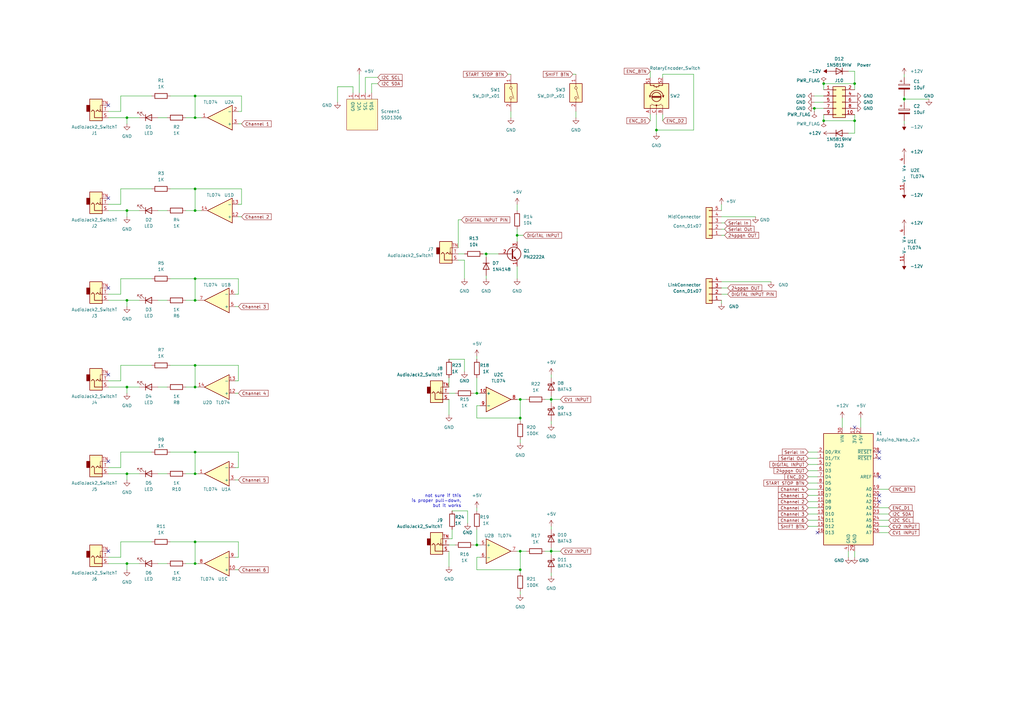
<source format=kicad_sch>
(kicad_sch (version 20211123) (generator eeschema)

  (uuid 939d1fca-3f2c-4183-926a-9b89a029d9a7)

  (paper "A3")

  (title_block
    (title "Gravity")
    (rev "4")
    (company "Sitka Instruments")
  )

  

  (junction (at 80.01 222.25) (diameter 0) (color 0 0 0 0)
    (uuid 01bbb586-ef8d-4ddf-8c80-74340115f8c2)
  )
  (junction (at 212.09 96.52) (diameter 0) (color 0 0 0 0)
    (uuid 0fe7b52a-5ab0-49af-9df5-605727fd9629)
  )
  (junction (at 80.01 231.14) (diameter 0) (color 0 0 0 0)
    (uuid 1aacebef-7166-44ac-ba9d-f4319bb8c2a1)
  )
  (junction (at 80.01 77.47) (diameter 0) (color 0 0 0 0)
    (uuid 1adea9cc-1a6f-43d0-a0c7-f15f9d142402)
  )
  (junction (at 226.06 163.83) (diameter 0) (color 0 0 0 0)
    (uuid 20ecb220-e95f-4871-989a-3aa80d4eef17)
  )
  (junction (at 80.01 149.86) (diameter 0) (color 0 0 0 0)
    (uuid 2d704435-2b61-45b7-b201-2bf6d837c7d3)
  )
  (junction (at 213.36 163.83) (diameter 0) (color 0 0 0 0)
    (uuid 2df7e01f-7c6c-4312-9ff7-ac020e968ee9)
  )
  (junction (at 52.07 48.26) (diameter 0) (color 0 0 0 0)
    (uuid 2f1a07b6-ad76-4a06-853c-dab3ee2850f6)
  )
  (junction (at 199.39 104.14) (diameter 0) (color 0 0 0 0)
    (uuid 3ec454cb-d195-43e0-940e-5dcf3cd11230)
  )
  (junction (at 52.07 194.31) (diameter 0) (color 0 0 0 0)
    (uuid 4c3b6af8-76f0-45ef-8c3f-9df4284c0206)
  )
  (junction (at 213.36 233.68) (diameter 0) (color 0 0 0 0)
    (uuid 4ef302ba-3fb8-473b-9960-3d952a8700dc)
  )
  (junction (at 80.01 158.75) (diameter 0) (color 0 0 0 0)
    (uuid 4fad6dae-d502-4839-af03-741c666aa89e)
  )
  (junction (at 195.58 223.52) (diameter 0) (color 0 0 0 0)
    (uuid 65dfde2f-bec6-446d-be6a-c5bad6fe7084)
  )
  (junction (at 52.07 158.75) (diameter 0) (color 0 0 0 0)
    (uuid 6f8c3b1c-3a38-4d86-9bc2-ad6939358a54)
  )
  (junction (at 80.01 114.3) (diameter 0) (color 0 0 0 0)
    (uuid 7247c85d-9109-4f74-a5f8-073a13ad9b00)
  )
  (junction (at 52.07 231.14) (diameter 0) (color 0 0 0 0)
    (uuid 7831fb5e-123a-46df-a455-7a9508dbe5ab)
  )
  (junction (at 80.01 185.42) (diameter 0) (color 0 0 0 0)
    (uuid 7ce994f6-9837-42f6-8f0e-a33b87846a85)
  )
  (junction (at 334.01 44.45) (diameter 0) (color 0 0 0 0)
    (uuid 80a0f295-48e1-4569-8d26-3102546e0255)
  )
  (junction (at 350.52 34.29) (diameter 0) (color 0 0 0 0)
    (uuid 80b03588-aa23-476a-9d12-a060ede2aafe)
  )
  (junction (at 80.01 86.36) (diameter 0) (color 0 0 0 0)
    (uuid 87e1f6f2-4291-4a56-a6c6-5e0e8fe5a1fb)
  )
  (junction (at 80.01 39.37) (diameter 0) (color 0 0 0 0)
    (uuid 9e2c980a-19bd-4dcd-85f5-d80d62e3f8cf)
  )
  (junction (at 52.07 86.36) (diameter 0) (color 0 0 0 0)
    (uuid a5a39816-f1ee-4ab9-8314-e277f66dbe27)
  )
  (junction (at 80.01 48.26) (diameter 0) (color 0 0 0 0)
    (uuid b23f1ea8-6677-4ea6-a94b-85b8eb53b8d8)
  )
  (junction (at 80.01 123.19) (diameter 0) (color 0 0 0 0)
    (uuid b902f786-0e2c-4183-b096-7f344f5749b2)
  )
  (junction (at 337.82 34.29) (diameter 0) (color 0 0 0 0)
    (uuid b919c27a-f637-48d6-8184-7ceb19a616c3)
  )
  (junction (at 350.52 49.53) (diameter 0) (color 0 0 0 0)
    (uuid bdb4e82f-deca-4494-9511-3af4e2c5e381)
  )
  (junction (at 195.58 161.29) (diameter 0) (color 0 0 0 0)
    (uuid cd01be16-25f8-409f-95b1-b355a2382b57)
  )
  (junction (at 80.01 194.31) (diameter 0) (color 0 0 0 0)
    (uuid d046d289-4c5a-4d32-950f-33f865de2574)
  )
  (junction (at 337.82 49.53) (diameter 0) (color 0 0 0 0)
    (uuid d3b1a6e1-ba88-4969-a859-28bf08cd9cc9)
  )
  (junction (at 213.36 226.06) (diameter 0) (color 0 0 0 0)
    (uuid d56a31ed-ec5a-4724-b044-fd56627a92e8)
  )
  (junction (at 52.07 123.19) (diameter 0) (color 0 0 0 0)
    (uuid dca585e3-e89d-40ba-8154-042e0bc6a9a6)
  )
  (junction (at 370.84 40.64) (diameter 0) (color 0 0 0 0)
    (uuid e8605e95-0637-41f0-a19c-e385856bb70d)
  )
  (junction (at 213.36 171.45) (diameter 0) (color 0 0 0 0)
    (uuid ec6161ff-f736-4426-a4cf-6258043462ab)
  )
  (junction (at 226.06 226.06) (diameter 0) (color 0 0 0 0)
    (uuid f2a0cb2a-8c72-467c-9ca7-c53da25df665)
  )
  (junction (at 269.24 53.34) (diameter 0) (color 0 0 0 0)
    (uuid fd1e9dbf-7bbb-42f0-a50d-c2c89c626c2d)
  )

  (no_connect (at 44.45 153.67) (uuid 0d5627fb-5697-4efc-a260-d96ecb9f93c3))
  (no_connect (at 360.68 185.42) (uuid 27dea4c6-c043-451d-b6c6-fc3d416a6f51))
  (no_connect (at 44.45 226.06) (uuid 3b8ad362-c359-4165-91ec-aadffcf3d978))
  (no_connect (at 360.68 187.96) (uuid 4dea39fc-bb12-4db7-8438-3469730bc7e8))
  (no_connect (at 335.28 218.44) (uuid 5be04ac6-43c5-4261-953a-dd12f2531b6f))
  (no_connect (at 360.68 195.58) (uuid 609e719e-33ca-4634-b65e-d90f2c75c119))
  (no_connect (at 44.45 189.23) (uuid 7a2da178-df57-453c-8a4a-28fcdc2f3c50))
  (no_connect (at 44.45 118.11) (uuid 8484e074-dbbf-4a1a-831d-0024b24e16ee))
  (no_connect (at 360.68 205.74) (uuid 89eab1dc-771e-440a-a558-42d123c04925))
  (no_connect (at 44.45 81.28) (uuid 8c00c48a-3885-4e94-a56e-75fdd48c8ac2))
  (no_connect (at 350.52 175.26) (uuid bab23eb2-2de9-4101-8518-b1550e4ed0ff))
  (no_connect (at 360.68 203.2) (uuid bc5d432a-9a40-4a38-8a20-d7136d6a72cd))
  (no_connect (at 44.45 43.18) (uuid caea21cf-ff3a-459d-ae29-45e99bc93b79))

  (wire (pts (xy 284.48 30.48) (xy 284.48 53.34))
    (stroke (width 0) (type default) (color 0 0 0 0))
    (uuid 00888669-526f-4afc-bbd6-43e3940c23c9)
  )
  (wire (pts (xy 149.86 31.75) (xy 149.86 38.1))
    (stroke (width 0) (type default) (color 0 0 0 0))
    (uuid 02f7a7c9-330b-4799-8e3c-3005ca5a2490)
  )
  (wire (pts (xy 331.47 187.96) (xy 335.28 187.96))
    (stroke (width 0) (type default) (color 0 0 0 0))
    (uuid 04548b77-d823-4c1b-9c27-c6ce43c98aa3)
  )
  (wire (pts (xy 331.47 198.12) (xy 335.28 198.12))
    (stroke (width 0) (type default) (color 0 0 0 0))
    (uuid 05b9f1d0-5ff4-4d57-8802-0d2c4eb21316)
  )
  (wire (pts (xy 198.12 104.14) (xy 199.39 104.14))
    (stroke (width 0) (type default) (color 0 0 0 0))
    (uuid 068165ec-6c11-4c02-8e0b-ccfe566a7650)
  )
  (wire (pts (xy 96.52 196.85) (xy 97.79 196.85))
    (stroke (width 0) (type default) (color 0 0 0 0))
    (uuid 0875d199-3a61-4f17-843a-f75a66a4050e)
  )
  (wire (pts (xy 49.53 83.82) (xy 49.53 77.47))
    (stroke (width 0) (type default) (color 0 0 0 0))
    (uuid 0a2211b4-91f5-4459-8d97-5e8e188af34c)
  )
  (wire (pts (xy 295.91 88.9) (xy 309.88 88.9))
    (stroke (width 0) (type default) (color 0 0 0 0))
    (uuid 0b35a84f-4365-46f0-acbe-9e74b72183f4)
  )
  (wire (pts (xy 226.06 153.67) (xy 226.06 154.94))
    (stroke (width 0) (type default) (color 0 0 0 0))
    (uuid 0b45849a-34c3-4799-bb24-89e0ee4d5d11)
  )
  (wire (pts (xy 212.09 163.83) (xy 213.36 163.83))
    (stroke (width 0) (type default) (color 0 0 0 0))
    (uuid 0cd5af5c-78df-4bca-b70f-bd8e8f13e667)
  )
  (wire (pts (xy 331.47 185.42) (xy 335.28 185.42))
    (stroke (width 0) (type default) (color 0 0 0 0))
    (uuid 0e1ac309-c3ad-4ab1-a03b-2dd118f6d87a)
  )
  (wire (pts (xy 212.09 96.52) (xy 212.09 99.06))
    (stroke (width 0) (type default) (color 0 0 0 0))
    (uuid 0e6c4c43-1c36-439e-a778-2631ebda15e9)
  )
  (wire (pts (xy 64.77 194.31) (xy 68.58 194.31))
    (stroke (width 0) (type default) (color 0 0 0 0))
    (uuid 0ea24428-0de9-41d4-b673-d16d645ec740)
  )
  (wire (pts (xy 185.42 217.17) (xy 185.42 220.98))
    (stroke (width 0) (type default) (color 0 0 0 0))
    (uuid 0f9b2d4c-7ebb-4d08-9e09-9e4d01860e9b)
  )
  (wire (pts (xy 187.96 104.14) (xy 190.5 104.14))
    (stroke (width 0) (type default) (color 0 0 0 0))
    (uuid 0fde4400-cc90-4e37-aff0-a829c3566030)
  )
  (wire (pts (xy 370.84 39.37) (xy 370.84 40.64))
    (stroke (width 0) (type default) (color 0 0 0 0))
    (uuid 10048850-4277-4da4-9149-45e2a0417c49)
  )
  (wire (pts (xy 226.06 226.06) (xy 226.06 227.33))
    (stroke (width 0) (type default) (color 0 0 0 0))
    (uuid 10722ce5-f8a5-4eca-b191-f5ea1254bb30)
  )
  (wire (pts (xy 271.78 30.48) (xy 284.48 30.48))
    (stroke (width 0) (type default) (color 0 0 0 0))
    (uuid 12553f91-cba2-4ab1-b10c-9a2c101efbcb)
  )
  (wire (pts (xy 44.45 48.26) (xy 52.07 48.26))
    (stroke (width 0) (type default) (color 0 0 0 0))
    (uuid 1696b3ef-3157-4d71-9b48-209593675872)
  )
  (wire (pts (xy 52.07 48.26) (xy 57.15 48.26))
    (stroke (width 0) (type default) (color 0 0 0 0))
    (uuid 18993a8a-ca5d-407f-848b-defb203a9189)
  )
  (wire (pts (xy 212.09 109.22) (xy 212.09 114.3))
    (stroke (width 0) (type default) (color 0 0 0 0))
    (uuid 18ae432e-29c1-4f82-b5de-08351e122d6b)
  )
  (wire (pts (xy 44.45 123.19) (xy 52.07 123.19))
    (stroke (width 0) (type default) (color 0 0 0 0))
    (uuid 1ab20642-1f70-4b02-85c3-d07b70dfa09f)
  )
  (wire (pts (xy 215.9 226.06) (xy 213.36 226.06))
    (stroke (width 0) (type default) (color 0 0 0 0))
    (uuid 1b09d72d-a60a-404a-8eff-af5928779ca3)
  )
  (wire (pts (xy 350.52 54.61) (xy 350.52 49.53))
    (stroke (width 0) (type default) (color 0 0 0 0))
    (uuid 1f9896e6-b5ae-4280-b574-867cc1543442)
  )
  (wire (pts (xy 195.58 166.37) (xy 196.85 166.37))
    (stroke (width 0) (type default) (color 0 0 0 0))
    (uuid 218936c9-fd88-46f3-812f-021cc4e7e95d)
  )
  (wire (pts (xy 97.79 156.21) (xy 97.79 149.86))
    (stroke (width 0) (type default) (color 0 0 0 0))
    (uuid 22b67607-fd33-40bf-9953-aaeb2cc3bff3)
  )
  (wire (pts (xy 80.01 77.47) (xy 80.01 86.36))
    (stroke (width 0) (type default) (color 0 0 0 0))
    (uuid 22ec07c6-1814-4bcc-81fe-8b2a319721d4)
  )
  (wire (pts (xy 184.15 163.83) (xy 184.15 170.18))
    (stroke (width 0) (type default) (color 0 0 0 0))
    (uuid 232f38ec-21ea-4a47-91ea-c85a04889396)
  )
  (wire (pts (xy 266.7 31.75) (xy 266.7 29.21))
    (stroke (width 0) (type default) (color 0 0 0 0))
    (uuid 23cdf0c9-4c44-4333-ad84-40cf9337ba38)
  )
  (wire (pts (xy 331.47 193.04) (xy 335.28 193.04))
    (stroke (width 0) (type default) (color 0 0 0 0))
    (uuid 23dac4f0-812d-4677-88fa-5bdcd3979384)
  )
  (wire (pts (xy 49.53 191.77) (xy 49.53 185.42))
    (stroke (width 0) (type default) (color 0 0 0 0))
    (uuid 2450b13d-1b2c-42e2-9f3c-022c8d283799)
  )
  (wire (pts (xy 144.78 35.56) (xy 144.78 38.1))
    (stroke (width 0) (type default) (color 0 0 0 0))
    (uuid 24898c03-0432-4355-9022-1dd4a494db3b)
  )
  (wire (pts (xy 49.53 228.6) (xy 49.53 222.25))
    (stroke (width 0) (type default) (color 0 0 0 0))
    (uuid 24a77f75-c600-45cb-bf5f-afea87ea647c)
  )
  (wire (pts (xy 187.96 101.6) (xy 187.96 90.17))
    (stroke (width 0) (type default) (color 0 0 0 0))
    (uuid 26033f5d-c203-46a8-8cbf-60ae85a27a09)
  )
  (wire (pts (xy 154.94 31.75) (xy 149.86 31.75))
    (stroke (width 0) (type default) (color 0 0 0 0))
    (uuid 2687bf03-ffc2-4d48-aa6f-1aef93caa657)
  )
  (wire (pts (xy 226.06 163.83) (xy 226.06 165.1))
    (stroke (width 0) (type default) (color 0 0 0 0))
    (uuid 2708cad2-c1d4-431c-a491-069abb353cb1)
  )
  (wire (pts (xy 64.77 158.75) (xy 68.58 158.75))
    (stroke (width 0) (type default) (color 0 0 0 0))
    (uuid 275de223-e55c-4595-954a-6b567572e319)
  )
  (wire (pts (xy 49.53 222.25) (xy 62.23 222.25))
    (stroke (width 0) (type default) (color 0 0 0 0))
    (uuid 282549b8-debb-4192-8eb7-5e1fc199c3b2)
  )
  (wire (pts (xy 266.7 49.53) (xy 266.7 46.99))
    (stroke (width 0) (type default) (color 0 0 0 0))
    (uuid 292448f2-9878-48b7-bdaa-bba1bdc524e1)
  )
  (wire (pts (xy 213.36 172.72) (xy 213.36 171.45))
    (stroke (width 0) (type default) (color 0 0 0 0))
    (uuid 29f12c71-1e39-46c9-8468-57b050e8c4e3)
  )
  (wire (pts (xy 370.84 40.64) (xy 370.84 41.91))
    (stroke (width 0) (type default) (color 0 0 0 0))
    (uuid 2bf77205-7bd4-4b19-92a5-403df8997ca4)
  )
  (wire (pts (xy 52.07 86.36) (xy 52.07 88.9))
    (stroke (width 0) (type default) (color 0 0 0 0))
    (uuid 2d2c567f-990e-43de-a45e-07dcf3d574df)
  )
  (wire (pts (xy 96.52 161.29) (xy 97.79 161.29))
    (stroke (width 0) (type default) (color 0 0 0 0))
    (uuid 303bccf3-2d61-4c16-987a-64577855d3bb)
  )
  (wire (pts (xy 49.53 45.72) (xy 49.53 39.37))
    (stroke (width 0) (type default) (color 0 0 0 0))
    (uuid 325ad235-d39c-4894-9060-669ec65da8cf)
  )
  (wire (pts (xy 212.09 83.82) (xy 212.09 86.36))
    (stroke (width 0) (type default) (color 0 0 0 0))
    (uuid 335e260c-544e-4446-b9b4-df9e8330f67c)
  )
  (wire (pts (xy 353.06 171.45) (xy 353.06 175.26))
    (stroke (width 0) (type default) (color 0 0 0 0))
    (uuid 335feb20-1fb8-4c80-a47e-65aa81fbef83)
  )
  (wire (pts (xy 331.47 210.82) (xy 335.28 210.82))
    (stroke (width 0) (type default) (color 0 0 0 0))
    (uuid 33a36406-7342-4e89-9638-dd13fc9c9e59)
  )
  (wire (pts (xy 80.01 185.42) (xy 97.79 185.42))
    (stroke (width 0) (type default) (color 0 0 0 0))
    (uuid 33d6f89f-8648-43ab-8211-808a5c2a1de9)
  )
  (wire (pts (xy 44.45 191.77) (xy 49.53 191.77))
    (stroke (width 0) (type default) (color 0 0 0 0))
    (uuid 349d1b17-3ca5-4310-8603-bfcac15d9779)
  )
  (wire (pts (xy 44.45 231.14) (xy 52.07 231.14))
    (stroke (width 0) (type default) (color 0 0 0 0))
    (uuid 35a4bcdd-c017-440b-9dad-75ec8aa47970)
  )
  (wire (pts (xy 295.91 115.57) (xy 316.23 115.57))
    (stroke (width 0) (type default) (color 0 0 0 0))
    (uuid 364747eb-5593-475f-b7b7-b83fb3965ea6)
  )
  (wire (pts (xy 69.85 39.37) (xy 80.01 39.37))
    (stroke (width 0) (type default) (color 0 0 0 0))
    (uuid 379f1c28-4a76-4353-90b3-8c03b9cc7732)
  )
  (wire (pts (xy 209.55 30.48) (xy 208.28 30.48))
    (stroke (width 0) (type default) (color 0 0 0 0))
    (uuid 38f018c4-6a5e-41fd-be32-9f1782112fb1)
  )
  (wire (pts (xy 184.15 161.29) (xy 186.69 161.29))
    (stroke (width 0) (type default) (color 0 0 0 0))
    (uuid 3b6a8b02-3ae7-4eaa-b590-43c6b96299ee)
  )
  (wire (pts (xy 64.77 48.26) (xy 68.58 48.26))
    (stroke (width 0) (type default) (color 0 0 0 0))
    (uuid 3d377ce1-a2c5-4d14-9f02-94478caf1282)
  )
  (wire (pts (xy 97.79 45.72) (xy 99.06 45.72))
    (stroke (width 0) (type default) (color 0 0 0 0))
    (uuid 3e571a02-03e0-4598-a609-e9c7e7a95ec4)
  )
  (wire (pts (xy 213.36 226.06) (xy 213.36 233.68))
    (stroke (width 0) (type default) (color 0 0 0 0))
    (uuid 41592a34-b5e0-498e-b3d9-5e683e74e400)
  )
  (wire (pts (xy 226.06 163.83) (xy 229.87 163.83))
    (stroke (width 0) (type default) (color 0 0 0 0))
    (uuid 415f6a2a-0819-4a32-a17d-06a0e8a58036)
  )
  (wire (pts (xy 80.01 86.36) (xy 82.55 86.36))
    (stroke (width 0) (type default) (color 0 0 0 0))
    (uuid 418e2033-9beb-4dc9-852d-fdebff37f6e4)
  )
  (wire (pts (xy 370.84 30.48) (xy 370.84 31.75))
    (stroke (width 0) (type default) (color 0 0 0 0))
    (uuid 4311a415-97b2-43f6-a81d-718e51e1b859)
  )
  (wire (pts (xy 191.77 209.55) (xy 191.77 214.63))
    (stroke (width 0) (type default) (color 0 0 0 0))
    (uuid 4387f603-b8cb-49f8-9cf0-e883ca84f431)
  )
  (wire (pts (xy 184.15 147.32) (xy 190.5 147.32))
    (stroke (width 0) (type default) (color 0 0 0 0))
    (uuid 442c3d44-985a-41cf-a427-d1e2cd1a65ee)
  )
  (wire (pts (xy 195.58 233.68) (xy 213.36 233.68))
    (stroke (width 0) (type default) (color 0 0 0 0))
    (uuid 44fdae99-fabc-42c3-b71e-03120ee479ee)
  )
  (wire (pts (xy 226.06 172.72) (xy 226.06 173.99))
    (stroke (width 0) (type default) (color 0 0 0 0))
    (uuid 459710f6-4d7d-40be-9b04-5e9a368b8c00)
  )
  (wire (pts (xy 271.78 31.75) (xy 271.78 30.48))
    (stroke (width 0) (type default) (color 0 0 0 0))
    (uuid 46b304df-4180-4984-9e5d-83e10dcadff4)
  )
  (wire (pts (xy 195.58 161.29) (xy 196.85 161.29))
    (stroke (width 0) (type default) (color 0 0 0 0))
    (uuid 474a3f9d-2b64-4966-9c5e-ee995dbcc11f)
  )
  (wire (pts (xy 96.52 233.68) (xy 97.79 233.68))
    (stroke (width 0) (type default) (color 0 0 0 0))
    (uuid 4754b732-0a33-494b-90b0-fee8412301df)
  )
  (wire (pts (xy 96.52 125.73) (xy 97.79 125.73))
    (stroke (width 0) (type default) (color 0 0 0 0))
    (uuid 47a4e244-780e-48eb-b41d-1640d66c0fcd)
  )
  (wire (pts (xy 194.31 161.29) (xy 195.58 161.29))
    (stroke (width 0) (type default) (color 0 0 0 0))
    (uuid 47ac72d4-bd27-4447-b979-99a8986e623d)
  )
  (wire (pts (xy 226.06 224.79) (xy 226.06 226.06))
    (stroke (width 0) (type default) (color 0 0 0 0))
    (uuid 47e72c91-7c9f-4a84-84d0-c6e4a5768ed8)
  )
  (wire (pts (xy 236.22 48.26) (xy 236.22 45.72))
    (stroke (width 0) (type default) (color 0 0 0 0))
    (uuid 4818a8d1-75bc-44f4-b9ed-2be325375416)
  )
  (wire (pts (xy 215.9 163.83) (xy 213.36 163.83))
    (stroke (width 0) (type default) (color 0 0 0 0))
    (uuid 49cde530-ddc1-4f14-9b13-8d9a2ca10c3a)
  )
  (wire (pts (xy 195.58 228.6) (xy 195.58 233.68))
    (stroke (width 0) (type default) (color 0 0 0 0))
    (uuid 4b70d7be-d0b4-4935-b09f-3578133ba481)
  )
  (wire (pts (xy 52.07 86.36) (xy 57.15 86.36))
    (stroke (width 0) (type default) (color 0 0 0 0))
    (uuid 4c0b437f-8a01-477d-a6f9-7ec7ce2dc466)
  )
  (wire (pts (xy 49.53 114.3) (xy 62.23 114.3))
    (stroke (width 0) (type default) (color 0 0 0 0))
    (uuid 4d557d7f-7719-4f80-94ac-5531db91c5c7)
  )
  (wire (pts (xy 350.52 226.06) (xy 350.52 228.6))
    (stroke (width 0) (type default) (color 0 0 0 0))
    (uuid 4d5adbc3-357f-4a75-9468-e5a15ab291e3)
  )
  (wire (pts (xy 97.79 120.65) (xy 97.79 114.3))
    (stroke (width 0) (type default) (color 0 0 0 0))
    (uuid 4e0a158e-f62e-4ad0-b943-3eaefad92067)
  )
  (wire (pts (xy 64.77 86.36) (xy 68.58 86.36))
    (stroke (width 0) (type default) (color 0 0 0 0))
    (uuid 50855149-12eb-4a2e-a48d-3bc78970e17d)
  )
  (wire (pts (xy 96.52 120.65) (xy 97.79 120.65))
    (stroke (width 0) (type default) (color 0 0 0 0))
    (uuid 54f4dac5-21cb-4ccc-b34e-bca1afba31d2)
  )
  (wire (pts (xy 97.79 114.3) (xy 80.01 114.3))
    (stroke (width 0) (type default) (color 0 0 0 0))
    (uuid 55051037-8b31-44b9-8e01-8ae5d0b6424d)
  )
  (wire (pts (xy 44.45 83.82) (xy 49.53 83.82))
    (stroke (width 0) (type default) (color 0 0 0 0))
    (uuid 559ecdd5-7157-4b6e-8365-c80a48a2639c)
  )
  (wire (pts (xy 44.45 120.65) (xy 49.53 120.65))
    (stroke (width 0) (type default) (color 0 0 0 0))
    (uuid 55c0478d-8080-4c1d-8604-65a2d25999fa)
  )
  (wire (pts (xy 226.06 215.9) (xy 226.06 217.17))
    (stroke (width 0) (type default) (color 0 0 0 0))
    (uuid 55f39ab8-c72e-42c1-a690-a397d34d1bc8)
  )
  (wire (pts (xy 147.32 30.48) (xy 147.32 38.1))
    (stroke (width 0) (type default) (color 0 0 0 0))
    (uuid 578b6235-424f-4ef7-a13a-2eb828fdff70)
  )
  (wire (pts (xy 331.47 205.74) (xy 335.28 205.74))
    (stroke (width 0) (type default) (color 0 0 0 0))
    (uuid 5a722d22-4ecd-49dd-bcb0-518e553ae30d)
  )
  (wire (pts (xy 350.52 29.21) (xy 350.52 34.29))
    (stroke (width 0) (type default) (color 0 0 0 0))
    (uuid 5c09703f-6c76-495d-9a58-e2ebc9242342)
  )
  (wire (pts (xy 49.53 149.86) (xy 62.23 149.86))
    (stroke (width 0) (type default) (color 0 0 0 0))
    (uuid 5c400b46-2fcf-4458-9699-ae37dd26bccb)
  )
  (wire (pts (xy 80.01 149.86) (xy 80.01 158.75))
    (stroke (width 0) (type default) (color 0 0 0 0))
    (uuid 5cd6e5fe-4b18-46d6-a3d1-e3ffde24589e)
  )
  (wire (pts (xy 350.52 46.99) (xy 350.52 49.53))
    (stroke (width 0) (type default) (color 0 0 0 0))
    (uuid 5d5ced92-faf8-444e-981f-4e4ff49b98e7)
  )
  (wire (pts (xy 52.07 48.26) (xy 52.07 50.8))
    (stroke (width 0) (type default) (color 0 0 0 0))
    (uuid 5d93f799-90b6-4c25-98c8-cc4dbc3b1bc0)
  )
  (wire (pts (xy 99.06 83.82) (xy 99.06 77.47))
    (stroke (width 0) (type default) (color 0 0 0 0))
    (uuid 5ec7b1d8-8446-4919-a38c-76210caa1873)
  )
  (wire (pts (xy 226.06 234.95) (xy 226.06 236.22))
    (stroke (width 0) (type default) (color 0 0 0 0))
    (uuid 5f035f85-8c2e-4853-b183-6abac5e2be10)
  )
  (wire (pts (xy 298.45 118.11) (xy 295.91 118.11))
    (stroke (width 0) (type default) (color 0 0 0 0))
    (uuid 6046e892-0ebb-40bb-b5b7-44ac8604d4a2)
  )
  (wire (pts (xy 190.5 147.32) (xy 190.5 152.4))
    (stroke (width 0) (type default) (color 0 0 0 0))
    (uuid 61b30485-195b-4bad-8840-2b6a72961f80)
  )
  (wire (pts (xy 199.39 113.03) (xy 199.39 114.3))
    (stroke (width 0) (type default) (color 0 0 0 0))
    (uuid 629a7aa1-4019-458a-8b5d-0abf66ce0257)
  )
  (wire (pts (xy 44.45 194.31) (xy 52.07 194.31))
    (stroke (width 0) (type default) (color 0 0 0 0))
    (uuid 65958d22-4303-48dd-9fde-306753b42789)
  )
  (wire (pts (xy 52.07 158.75) (xy 52.07 161.29))
    (stroke (width 0) (type default) (color 0 0 0 0))
    (uuid 662ccf0e-d1d5-4050-8293-3daf044ab08c)
  )
  (wire (pts (xy 295.91 93.98) (xy 297.18 93.98))
    (stroke (width 0) (type default) (color 0 0 0 0))
    (uuid 662d7171-9f08-4d00-88ad-4538b833c958)
  )
  (wire (pts (xy 334.01 44.45) (xy 337.82 44.45))
    (stroke (width 0) (type default) (color 0 0 0 0))
    (uuid 686830dd-5bd4-421c-97b1-cd04ec112e6f)
  )
  (wire (pts (xy 213.36 181.61) (xy 213.36 180.34))
    (stroke (width 0) (type default) (color 0 0 0 0))
    (uuid 69069406-1963-4170-8560-8104e7e045d7)
  )
  (wire (pts (xy 195.58 154.94) (xy 195.58 161.29))
    (stroke (width 0) (type default) (color 0 0 0 0))
    (uuid 6da6842f-2388-4f5f-9ee2-76bb34632c1b)
  )
  (wire (pts (xy 80.01 39.37) (xy 99.06 39.37))
    (stroke (width 0) (type default) (color 0 0 0 0))
    (uuid 6ef03535-d0d2-4117-ba8a-13b15d291146)
  )
  (wire (pts (xy 52.07 231.14) (xy 57.15 231.14))
    (stroke (width 0) (type default) (color 0 0 0 0))
    (uuid 72a11c15-bc2e-4e4e-b064-0530d656a4f2)
  )
  (wire (pts (xy 152.4 34.29) (xy 152.4 38.1))
    (stroke (width 0) (type default) (color 0 0 0 0))
    (uuid 72d28e7a-0912-41d1-8bf0-5186c787f495)
  )
  (wire (pts (xy 44.45 156.21) (xy 49.53 156.21))
    (stroke (width 0) (type default) (color 0 0 0 0))
    (uuid 7454f9be-a252-4e64-8cb6-659f28a46b4e)
  )
  (wire (pts (xy 223.52 226.06) (xy 226.06 226.06))
    (stroke (width 0) (type default) (color 0 0 0 0))
    (uuid 746457c5-4533-496b-b839-879422eb2f82)
  )
  (wire (pts (xy 298.45 120.65) (xy 295.91 120.65))
    (stroke (width 0) (type default) (color 0 0 0 0))
    (uuid 747429ad-a079-4ab8-b09c-691c80d1e082)
  )
  (wire (pts (xy 96.52 191.77) (xy 97.79 191.77))
    (stroke (width 0) (type default) (color 0 0 0 0))
    (uuid 774fcb45-a172-4233-8e81-6712f4651e80)
  )
  (wire (pts (xy 187.96 90.17) (xy 189.23 90.17))
    (stroke (width 0) (type default) (color 0 0 0 0))
    (uuid 77c4f8a3-f358-4bf0-adca-923c93eec873)
  )
  (wire (pts (xy 331.47 195.58) (xy 335.28 195.58))
    (stroke (width 0) (type default) (color 0 0 0 0))
    (uuid 78087d34-36cd-40f9-8df6-88f39a8e923c)
  )
  (wire (pts (xy 97.79 228.6) (xy 97.79 222.25))
    (stroke (width 0) (type default) (color 0 0 0 0))
    (uuid 78e786de-043d-4f36-a95b-827ecfd3a860)
  )
  (wire (pts (xy 190.5 106.68) (xy 190.5 114.3))
    (stroke (width 0) (type default) (color 0 0 0 0))
    (uuid 7bd72df4-68a1-4663-8001-035714ea1d46)
  )
  (wire (pts (xy 195.58 166.37) (xy 195.58 171.45))
    (stroke (width 0) (type default) (color 0 0 0 0))
    (uuid 7d009995-14e6-4e3a-a6bf-75ca9be73436)
  )
  (wire (pts (xy 360.68 208.28) (xy 364.49 208.28))
    (stroke (width 0) (type default) (color 0 0 0 0))
    (uuid 7dd53853-47b4-4ad4-b60a-12406caceae9)
  )
  (wire (pts (xy 97.79 83.82) (xy 99.06 83.82))
    (stroke (width 0) (type default) (color 0 0 0 0))
    (uuid 7eb86270-8e46-4c86-aca0-01cd356252d4)
  )
  (wire (pts (xy 44.45 45.72) (xy 49.53 45.72))
    (stroke (width 0) (type default) (color 0 0 0 0))
    (uuid 7f1a47e9-e606-4559-b3a6-98d8056eafbb)
  )
  (wire (pts (xy 80.01 77.47) (xy 99.06 77.47))
    (stroke (width 0) (type default) (color 0 0 0 0))
    (uuid 8087cf9e-a59e-49ee-959e-1547ad310f68)
  )
  (wire (pts (xy 269.24 46.99) (xy 269.24 53.34))
    (stroke (width 0) (type default) (color 0 0 0 0))
    (uuid 8209c98c-ad4a-4de7-8d4d-31929f244f93)
  )
  (wire (pts (xy 184.15 154.94) (xy 184.15 158.75))
    (stroke (width 0) (type default) (color 0 0 0 0))
    (uuid 82f14908-4c3c-4b1e-a311-74c33cecc46b)
  )
  (wire (pts (xy 138.43 41.91) (xy 138.43 35.56))
    (stroke (width 0) (type default) (color 0 0 0 0))
    (uuid 84628db2-78f4-455d-935c-669b74635348)
  )
  (wire (pts (xy 80.01 158.75) (xy 76.2 158.75))
    (stroke (width 0) (type default) (color 0 0 0 0))
    (uuid 84cd1643-db67-46fc-bdb3-0f8472565395)
  )
  (wire (pts (xy 295.91 91.44) (xy 297.18 91.44))
    (stroke (width 0) (type default) (color 0 0 0 0))
    (uuid 84cda9bd-a619-4821-8e1d-9c59f47819f2)
  )
  (wire (pts (xy 331.47 200.66) (xy 335.28 200.66))
    (stroke (width 0) (type default) (color 0 0 0 0))
    (uuid 8676e459-7c2d-4c62-b756-5dbad9971ef4)
  )
  (wire (pts (xy 96.52 228.6) (xy 97.79 228.6))
    (stroke (width 0) (type default) (color 0 0 0 0))
    (uuid 895a16fe-6a85-40c1-a068-c6c5069be327)
  )
  (wire (pts (xy 212.09 96.52) (xy 214.63 96.52))
    (stroke (width 0) (type default) (color 0 0 0 0))
    (uuid 8a527247-4e86-49ac-96b2-0b9ba94da524)
  )
  (wire (pts (xy 76.2 86.36) (xy 80.01 86.36))
    (stroke (width 0) (type default) (color 0 0 0 0))
    (uuid 8bd5fd7f-cf6e-425c-b9d6-3c826368fb4d)
  )
  (wire (pts (xy 213.36 163.83) (xy 213.36 171.45))
    (stroke (width 0) (type default) (color 0 0 0 0))
    (uuid 8db87abd-78a8-4707-b998-35d91c31dc52)
  )
  (wire (pts (xy 184.15 220.98) (xy 185.42 220.98))
    (stroke (width 0) (type default) (color 0 0 0 0))
    (uuid 91d35dc0-b91a-4231-a2a4-e58d0e7f4232)
  )
  (wire (pts (xy 96.52 156.21) (xy 97.79 156.21))
    (stroke (width 0) (type default) (color 0 0 0 0))
    (uuid 92ae353c-97f4-4c4d-9398-e91db030f4a8)
  )
  (wire (pts (xy 195.58 146.05) (xy 195.58 147.32))
    (stroke (width 0) (type default) (color 0 0 0 0))
    (uuid 92dcd119-522b-416d-afb9-fe804b794444)
  )
  (wire (pts (xy 52.07 194.31) (xy 52.07 196.85))
    (stroke (width 0) (type default) (color 0 0 0 0))
    (uuid 9411389b-89e4-4fd9-b197-1fd897880c74)
  )
  (wire (pts (xy 199.39 104.14) (xy 199.39 105.41))
    (stroke (width 0) (type default) (color 0 0 0 0))
    (uuid 97d4dc22-cea2-4f31-ab47-48954521c9ea)
  )
  (wire (pts (xy 209.55 48.26) (xy 209.55 45.72))
    (stroke (width 0) (type default) (color 0 0 0 0))
    (uuid 982c0a71-fbd6-4ace-8adb-04279f3ab267)
  )
  (wire (pts (xy 360.68 213.36) (xy 364.49 213.36))
    (stroke (width 0) (type default) (color 0 0 0 0))
    (uuid 998fda77-4469-4506-86ca-bb382e8ee04b)
  )
  (wire (pts (xy 52.07 194.31) (xy 57.15 194.31))
    (stroke (width 0) (type default) (color 0 0 0 0))
    (uuid 9b42f2d5-ac7c-41cd-8133-c33ded91e5a9)
  )
  (wire (pts (xy 80.01 149.86) (xy 97.79 149.86))
    (stroke (width 0) (type default) (color 0 0 0 0))
    (uuid 9e5805ba-ef35-49a1-8625-91fc1a2d8c02)
  )
  (wire (pts (xy 195.58 208.28) (xy 195.58 209.55))
    (stroke (width 0) (type default) (color 0 0 0 0))
    (uuid 9ec202d2-54e7-4767-8d5f-5508e7b44543)
  )
  (wire (pts (xy 331.47 208.28) (xy 335.28 208.28))
    (stroke (width 0) (type default) (color 0 0 0 0))
    (uuid a11b243c-b8ac-4b51-920a-c19dc41aec03)
  )
  (wire (pts (xy 337.82 36.83) (xy 337.82 34.29))
    (stroke (width 0) (type default) (color 0 0 0 0))
    (uuid a32d7af7-caa5-4fcd-b940-60312a23b93a)
  )
  (wire (pts (xy 80.01 123.19) (xy 81.28 123.19))
    (stroke (width 0) (type default) (color 0 0 0 0))
    (uuid a384fadc-a10d-479f-94d2-2a5b2d1d7039)
  )
  (wire (pts (xy 347.98 54.61) (xy 350.52 54.61))
    (stroke (width 0) (type default) (color 0 0 0 0))
    (uuid a3ae5fe0-aa32-4413-85be-83d64b712b8c)
  )
  (wire (pts (xy 187.96 106.68) (xy 190.5 106.68))
    (stroke (width 0) (type default) (color 0 0 0 0))
    (uuid a419472a-c519-42af-a7a7-8d55731ad33e)
  )
  (wire (pts (xy 331.47 190.5) (xy 335.28 190.5))
    (stroke (width 0) (type default) (color 0 0 0 0))
    (uuid a437b42a-de25-44ea-bd82-78ea4050bd94)
  )
  (wire (pts (xy 236.22 30.48) (xy 234.95 30.48))
    (stroke (width 0) (type default) (color 0 0 0 0))
    (uuid a49154d7-98cd-42dc-b035-8363e6ed42ef)
  )
  (wire (pts (xy 271.78 49.53) (xy 271.78 46.99))
    (stroke (width 0) (type default) (color 0 0 0 0))
    (uuid a4f3d41a-af65-423d-b75c-3a4dfb401018)
  )
  (wire (pts (xy 80.01 222.25) (xy 97.79 222.25))
    (stroke (width 0) (type default) (color 0 0 0 0))
    (uuid a570fd45-915c-413d-8511-67112ddbfb1b)
  )
  (wire (pts (xy 49.53 39.37) (xy 62.23 39.37))
    (stroke (width 0) (type default) (color 0 0 0 0))
    (uuid a60d0abd-cac5-40ce-8146-e36e1abaeddf)
  )
  (wire (pts (xy 184.15 223.52) (xy 186.69 223.52))
    (stroke (width 0) (type default) (color 0 0 0 0))
    (uuid a6821adb-6787-40f0-882c-45474cd6d035)
  )
  (wire (pts (xy 49.53 156.21) (xy 49.53 149.86))
    (stroke (width 0) (type default) (color 0 0 0 0))
    (uuid a6f31cf3-8dc0-4e1e-a3a6-c76df8c6e2cb)
  )
  (wire (pts (xy 44.45 86.36) (xy 52.07 86.36))
    (stroke (width 0) (type default) (color 0 0 0 0))
    (uuid a80042cf-f0d4-4045-bfe4-04f7525272ec)
  )
  (wire (pts (xy 80.01 194.31) (xy 76.2 194.31))
    (stroke (width 0) (type default) (color 0 0 0 0))
    (uuid a8514681-196b-44d0-b279-cbd6f9496f12)
  )
  (wire (pts (xy 269.24 54.61) (xy 269.24 53.34))
    (stroke (width 0) (type default) (color 0 0 0 0))
    (uuid a88aa39c-ab01-48f4-b52c-72379da3c07b)
  )
  (wire (pts (xy 64.77 123.19) (xy 68.58 123.19))
    (stroke (width 0) (type default) (color 0 0 0 0))
    (uuid ab21b72a-c65b-436b-a024-420f0e1bd5fb)
  )
  (wire (pts (xy 269.24 53.34) (xy 284.48 53.34))
    (stroke (width 0) (type default) (color 0 0 0 0))
    (uuid ab393c6b-5fda-4897-ae5b-77fc0d49af67)
  )
  (wire (pts (xy 52.07 123.19) (xy 57.15 123.19))
    (stroke (width 0) (type default) (color 0 0 0 0))
    (uuid ac927798-764a-470d-8e32-ab188c3be9d9)
  )
  (wire (pts (xy 199.39 104.14) (xy 204.47 104.14))
    (stroke (width 0) (type default) (color 0 0 0 0))
    (uuid acb04d4a-6e28-4197-b96d-cca961b9a352)
  )
  (wire (pts (xy 337.82 46.99) (xy 337.82 49.53))
    (stroke (width 0) (type default) (color 0 0 0 0))
    (uuid ad83ea93-a261-44af-9ce9-44f34c926f1f)
  )
  (wire (pts (xy 223.52 163.83) (xy 226.06 163.83))
    (stroke (width 0) (type default) (color 0 0 0 0))
    (uuid b02b8fe2-ffcf-4399-8d32-f085295ae9be)
  )
  (wire (pts (xy 97.79 88.9) (xy 99.06 88.9))
    (stroke (width 0) (type default) (color 0 0 0 0))
    (uuid b056618b-9337-4ecc-bce8-dc5869882bd7)
  )
  (wire (pts (xy 80.01 48.26) (xy 76.2 48.26))
    (stroke (width 0) (type default) (color 0 0 0 0))
    (uuid b3ffacae-4877-4f3c-b330-37753bcfeef2)
  )
  (wire (pts (xy 334.01 44.45) (xy 334.01 45.72))
    (stroke (width 0) (type default) (color 0 0 0 0))
    (uuid b45d2437-4231-4393-9853-61e2810e8eef)
  )
  (wire (pts (xy 69.85 77.47) (xy 80.01 77.47))
    (stroke (width 0) (type default) (color 0 0 0 0))
    (uuid b55c7749-7442-4e0e-81bc-0a478cb0ac8a)
  )
  (wire (pts (xy 80.01 158.75) (xy 81.28 158.75))
    (stroke (width 0) (type default) (color 0 0 0 0))
    (uuid b70b6063-f12f-423b-9971-1db44e53b1b6)
  )
  (wire (pts (xy 52.07 158.75) (xy 57.15 158.75))
    (stroke (width 0) (type default) (color 0 0 0 0))
    (uuid b7ba5590-bcbc-4d3a-bb2b-67ef3ff01bf9)
  )
  (wire (pts (xy 226.06 162.56) (xy 226.06 163.83))
    (stroke (width 0) (type default) (color 0 0 0 0))
    (uuid b8b96b86-9f26-4791-8fab-c0012a9204d0)
  )
  (wire (pts (xy 212.09 93.98) (xy 212.09 96.52))
    (stroke (width 0) (type default) (color 0 0 0 0))
    (uuid b913c3b8-7e72-4c0b-bda2-34fe7b55ab25)
  )
  (wire (pts (xy 360.68 210.82) (xy 364.49 210.82))
    (stroke (width 0) (type default) (color 0 0 0 0))
    (uuid baf9089a-117f-477e-b388-59d85cc068a1)
  )
  (wire (pts (xy 80.01 39.37) (xy 80.01 48.26))
    (stroke (width 0) (type default) (color 0 0 0 0))
    (uuid bd0ecbaa-0107-4713-afad-9631d70470c9)
  )
  (wire (pts (xy 334.01 41.91) (xy 337.82 41.91))
    (stroke (width 0) (type default) (color 0 0 0 0))
    (uuid be717b8a-a24e-4b1a-8c07-d2cb4a8b44a0)
  )
  (wire (pts (xy 69.85 185.42) (xy 80.01 185.42))
    (stroke (width 0) (type default) (color 0 0 0 0))
    (uuid be91969f-27d0-4896-bda7-89479ff2c6f0)
  )
  (wire (pts (xy 337.82 34.29) (xy 350.52 34.29))
    (stroke (width 0) (type default) (color 0 0 0 0))
    (uuid bfd39b38-25cc-4208-85be-c343c956d624)
  )
  (wire (pts (xy 52.07 231.14) (xy 52.07 233.68))
    (stroke (width 0) (type default) (color 0 0 0 0))
    (uuid c1344527-bf12-418e-bb93-1ab1cbcbc765)
  )
  (wire (pts (xy 80.01 114.3) (xy 80.01 123.19))
    (stroke (width 0) (type default) (color 0 0 0 0))
    (uuid c3958be8-3003-4b81-a0e5-084b481ac3e8)
  )
  (wire (pts (xy 80.01 123.19) (xy 76.2 123.19))
    (stroke (width 0) (type default) (color 0 0 0 0))
    (uuid c6adff6e-82e1-42de-a1d3-c2320961301b)
  )
  (wire (pts (xy 295.91 124.46) (xy 295.91 123.19))
    (stroke (width 0) (type default) (color 0 0 0 0))
    (uuid c9e809ef-610d-4a00-b852-7dfb3e2ca41d)
  )
  (wire (pts (xy 213.36 234.95) (xy 213.36 233.68))
    (stroke (width 0) (type default) (color 0 0 0 0))
    (uuid cb58872e-1637-4041-9a9c-462d58f60489)
  )
  (wire (pts (xy 52.07 123.19) (xy 52.07 125.73))
    (stroke (width 0) (type default) (color 0 0 0 0))
    (uuid cd7749a7-ea7a-4254-8d13-3fc0af54ac1a)
  )
  (wire (pts (xy 185.42 209.55) (xy 191.77 209.55))
    (stroke (width 0) (type default) (color 0 0 0 0))
    (uuid cd876659-807a-444d-a58b-3ab4384818b6)
  )
  (wire (pts (xy 194.31 223.52) (xy 195.58 223.52))
    (stroke (width 0) (type default) (color 0 0 0 0))
    (uuid d0f348b7-a7a5-4cb3-b9f1-72c15c41a42d)
  )
  (wire (pts (xy 331.47 203.2) (xy 335.28 203.2))
    (stroke (width 0) (type default) (color 0 0 0 0))
    (uuid d2ceccc1-95d6-4f25-baa1-52608161f423)
  )
  (wire (pts (xy 64.77 231.14) (xy 68.58 231.14))
    (stroke (width 0) (type default) (color 0 0 0 0))
    (uuid d2ed7317-658a-4865-bf5f-b2b3135a861d)
  )
  (wire (pts (xy 80.01 48.26) (xy 82.55 48.26))
    (stroke (width 0) (type default) (color 0 0 0 0))
    (uuid d337bd41-b84a-4083-8138-b697897be715)
  )
  (wire (pts (xy 295.91 96.52) (xy 297.18 96.52))
    (stroke (width 0) (type default) (color 0 0 0 0))
    (uuid d3b10b90-4fd7-4a10-aadc-d707d0767705)
  )
  (wire (pts (xy 226.06 226.06) (xy 229.87 226.06))
    (stroke (width 0) (type default) (color 0 0 0 0))
    (uuid d7a22843-b5aa-4dcb-9f83-e0b93ec1d932)
  )
  (wire (pts (xy 49.53 77.47) (xy 62.23 77.47))
    (stroke (width 0) (type default) (color 0 0 0 0))
    (uuid d80078b3-94d9-48bf-85f9-0552f3304675)
  )
  (wire (pts (xy 138.43 35.56) (xy 144.78 35.56))
    (stroke (width 0) (type default) (color 0 0 0 0))
    (uuid d8c2b0e0-464d-4f8a-a354-013c2fcd2746)
  )
  (wire (pts (xy 345.44 171.45) (xy 345.44 175.26))
    (stroke (width 0) (type default) (color 0 0 0 0))
    (uuid d9290646-90b7-4fbd-83fc-19591b512599)
  )
  (wire (pts (xy 80.01 194.31) (xy 81.28 194.31))
    (stroke (width 0) (type default) (color 0 0 0 0))
    (uuid d9cdde04-0ad7-43b5-a5d5-b6ac5abb55b8)
  )
  (wire (pts (xy 337.82 49.53) (xy 350.52 49.53))
    (stroke (width 0) (type default) (color 0 0 0 0))
    (uuid da781abc-ee6e-4d62-971b-a28621e7f9c0)
  )
  (wire (pts (xy 195.58 171.45) (xy 213.36 171.45))
    (stroke (width 0) (type default) (color 0 0 0 0))
    (uuid dbc9e6c0-7a33-4ae4-9d9e-73c07879ba5d)
  )
  (wire (pts (xy 44.45 158.75) (xy 52.07 158.75))
    (stroke (width 0) (type default) (color 0 0 0 0))
    (uuid dc0c3e8e-4506-4ec8-9e3d-629192ad61d8)
  )
  (wire (pts (xy 195.58 228.6) (xy 196.85 228.6))
    (stroke (width 0) (type default) (color 0 0 0 0))
    (uuid de7a47fe-f0fc-4658-90ce-abe74da404a1)
  )
  (wire (pts (xy 360.68 215.9) (xy 364.49 215.9))
    (stroke (width 0) (type default) (color 0 0 0 0))
    (uuid de7fdbfa-a282-4f9d-a244-075c3a0e9b98)
  )
  (wire (pts (xy 69.85 149.86) (xy 80.01 149.86))
    (stroke (width 0) (type default) (color 0 0 0 0))
    (uuid df7516ee-ff61-4db9-89ba-5c412ec89d3d)
  )
  (wire (pts (xy 360.68 200.66) (xy 364.49 200.66))
    (stroke (width 0) (type default) (color 0 0 0 0))
    (uuid e10d78c8-bc65-4a97-b811-fa8e485f78af)
  )
  (wire (pts (xy 97.79 50.8) (xy 99.06 50.8))
    (stroke (width 0) (type default) (color 0 0 0 0))
    (uuid e2dc13c9-6305-44b9-a070-0e2410dc6ca6)
  )
  (wire (pts (xy 195.58 223.52) (xy 196.85 223.52))
    (stroke (width 0) (type default) (color 0 0 0 0))
    (uuid e3fe9f9b-3930-485d-a0a3-8b2979ae16cb)
  )
  (wire (pts (xy 360.68 218.44) (xy 364.49 218.44))
    (stroke (width 0) (type default) (color 0 0 0 0))
    (uuid e501891d-8877-41ec-9061-b1ed5f555caf)
  )
  (wire (pts (xy 44.45 228.6) (xy 49.53 228.6))
    (stroke (width 0) (type default) (color 0 0 0 0))
    (uuid e5137e87-aafe-4a66-8e8a-00ecf77e5822)
  )
  (wire (pts (xy 347.98 29.21) (xy 350.52 29.21))
    (stroke (width 0) (type default) (color 0 0 0 0))
    (uuid e5cc527c-7c22-4bc4-9478-79f22af81342)
  )
  (wire (pts (xy 80.01 185.42) (xy 80.01 194.31))
    (stroke (width 0) (type default) (color 0 0 0 0))
    (uuid e64ef4a2-9524-4343-aff1-00c177a81ec0)
  )
  (wire (pts (xy 370.84 49.53) (xy 370.84 50.8))
    (stroke (width 0) (type default) (color 0 0 0 0))
    (uuid e6e66dc7-1aee-4cac-811d-1595812a31eb)
  )
  (wire (pts (xy 99.06 45.72) (xy 99.06 39.37))
    (stroke (width 0) (type default) (color 0 0 0 0))
    (uuid e904f6ec-a5c8-4543-b6fd-3f6e319ee11f)
  )
  (wire (pts (xy 381 40.64) (xy 370.84 40.64))
    (stroke (width 0) (type default) (color 0 0 0 0))
    (uuid ea5e64c5-de9e-426a-8163-477b4ab6c3af)
  )
  (wire (pts (xy 69.85 222.25) (xy 80.01 222.25))
    (stroke (width 0) (type default) (color 0 0 0 0))
    (uuid eccdcaa1-196e-4da9-93df-22871ab227e4)
  )
  (wire (pts (xy 213.36 243.84) (xy 213.36 242.57))
    (stroke (width 0) (type default) (color 0 0 0 0))
    (uuid edb34f50-21d7-48c4-a591-fa7e1cf3936e)
  )
  (wire (pts (xy 334.01 39.37) (xy 337.82 39.37))
    (stroke (width 0) (type default) (color 0 0 0 0))
    (uuid edbfec5f-792f-4d72-a9b3-c785ca15edc6)
  )
  (wire (pts (xy 212.09 226.06) (xy 213.36 226.06))
    (stroke (width 0) (type default) (color 0 0 0 0))
    (uuid f008b134-e79e-4ed2-96ee-57bfd525332c)
  )
  (wire (pts (xy 80.01 231.14) (xy 81.28 231.14))
    (stroke (width 0) (type default) (color 0 0 0 0))
    (uuid f0ef78ab-0722-4695-a988-a525c6c89c13)
  )
  (wire (pts (xy 154.94 34.29) (xy 152.4 34.29))
    (stroke (width 0) (type default) (color 0 0 0 0))
    (uuid f3cfd946-5506-454f-be6b-f33cc891d633)
  )
  (wire (pts (xy 97.79 191.77) (xy 97.79 185.42))
    (stroke (width 0) (type default) (color 0 0 0 0))
    (uuid f4e61a2c-c030-4ac1-9706-982cd511d7df)
  )
  (wire (pts (xy 331.47 213.36) (xy 335.28 213.36))
    (stroke (width 0) (type default) (color 0 0 0 0))
    (uuid f518df89-b116-40e8-99b0-a8b0297e7e7c)
  )
  (wire (pts (xy 347.98 226.06) (xy 347.98 228.6))
    (stroke (width 0) (type default) (color 0 0 0 0))
    (uuid f5e8264b-9b68-4427-8c75-2842df767dac)
  )
  (wire (pts (xy 195.58 217.17) (xy 195.58 223.52))
    (stroke (width 0) (type default) (color 0 0 0 0))
    (uuid f606dc30-d11c-4363-876e-ff6819b53b93)
  )
  (wire (pts (xy 80.01 222.25) (xy 80.01 231.14))
    (stroke (width 0) (type default) (color 0 0 0 0))
    (uuid f8481e02-da91-4968-a9ed-6f01e186219f)
  )
  (wire (pts (xy 49.53 185.42) (xy 62.23 185.42))
    (stroke (width 0) (type default) (color 0 0 0 0))
    (uuid f864f0c5-c0d1-4877-a6f4-44d2ed9246f9)
  )
  (wire (pts (xy 331.47 215.9) (xy 335.28 215.9))
    (stroke (width 0) (type default) (color 0 0 0 0))
    (uuid f9e900c1-7c4f-48c1-995b-aa77f74963af)
  )
  (wire (pts (xy 184.15 226.06) (xy 184.15 232.41))
    (stroke (width 0) (type default) (color 0 0 0 0))
    (uuid fa59d2e2-3f00-4fa2-a8b3-57c15075ed6d)
  )
  (wire (pts (xy 69.85 114.3) (xy 80.01 114.3))
    (stroke (width 0) (type default) (color 0 0 0 0))
    (uuid fa68e183-14f0-4d54-a1bc-75cd122e6200)
  )
  (wire (pts (xy 49.53 120.65) (xy 49.53 114.3))
    (stroke (width 0) (type default) (color 0 0 0 0))
    (uuid fb2252ba-bbcf-47f2-ac5e-ea286245dbb4)
  )
  (wire (pts (xy 350.52 34.29) (xy 350.52 36.83))
    (stroke (width 0) (type default) (color 0 0 0 0))
    (uuid fed0662f-321b-4469-b503-9027372b80ec)
  )
  (wire (pts (xy 295.91 83.82) (xy 295.91 86.36))
    (stroke (width 0) (type default) (color 0 0 0 0))
    (uuid feff33c4-9126-456f-afd0-fca17419c548)
  )
  (wire (pts (xy 80.01 231.14) (xy 76.2 231.14))
    (stroke (width 0) (type default) (color 0 0 0 0))
    (uuid ffb029d0-1e8f-4995-834b-e49d98738e3f)
  )

  (text "not sure if this\nis proper pull-down,\nbut it works"
    (at 189.23 208.28 180)
    (effects (font (size 1.27 1.27)) (justify right bottom))
    (uuid e7122436-fe9e-4da2-96ca-c973dc234aa0)
  )

  (global_label "START STOP BTN" (shape input) (at 208.28 30.48 180) (fields_autoplaced)
    (effects (font (size 1.27 1.27)) (justify right))
    (uuid 08502c49-a9e0-4374-8676-59a1d6002e4a)
    (property "Intersheet References" "${INTERSHEET_REFS}" (id 0) (at 190.0826 30.4006 0)
      (effects (font (size 1.27 1.27)) (justify right) hide)
    )
  )
  (global_label "CV2 INPUT" (shape input) (at 364.49 215.9 0) (fields_autoplaced)
    (effects (font (size 1.27 1.27)) (justify left))
    (uuid 0f4105ff-19b1-4fc5-8164-b0461096926d)
    (property "Intersheet References" "${INTERSHEET_REFS}" (id 0) (at 376.9421 215.8206 0)
      (effects (font (size 1.27 1.27)) (justify left) hide)
    )
  )
  (global_label "Channel 5" (shape input) (at 331.47 208.28 180) (fields_autoplaced)
    (effects (font (size 1.27 1.27)) (justify right))
    (uuid 16ef7a41-e299-44d8-93af-ef8631727ac5)
    (property "Intersheet References" "${INTERSHEET_REFS}" (id 0) (at 319.2598 208.2006 0)
      (effects (font (size 1.27 1.27)) (justify right) hide)
    )
  )
  (global_label "Channel 1" (shape input) (at 331.47 203.2 180) (fields_autoplaced)
    (effects (font (size 1.27 1.27)) (justify right))
    (uuid 1b3be18b-05f2-43da-8bc8-11dfafd3bd42)
    (property "Intersheet References" "${INTERSHEET_REFS}" (id 0) (at 319.2598 203.2794 0)
      (effects (font (size 1.27 1.27)) (justify right) hide)
    )
  )
  (global_label "Channel 4" (shape input) (at 331.47 200.66 180) (fields_autoplaced)
    (effects (font (size 1.27 1.27)) (justify right))
    (uuid 1dcf1e91-4789-4465-a501-45f3d715fc38)
    (property "Intersheet References" "${INTERSHEET_REFS}" (id 0) (at 319.2598 200.5806 0)
      (effects (font (size 1.27 1.27)) (justify right) hide)
    )
  )
  (global_label "ENC_BTN" (shape input) (at 364.49 200.66 0) (fields_autoplaced)
    (effects (font (size 1.27 1.27)) (justify left))
    (uuid 1e2d858b-fa79-4a1e-a4b0-d58ee9543d64)
    (property "Intersheet References" "${INTERSHEET_REFS}" (id 0) (at 375.1883 200.5806 0)
      (effects (font (size 1.27 1.27)) (justify left) hide)
    )
  )
  (global_label "START STOP BTN" (shape input) (at 331.47 198.12 180) (fields_autoplaced)
    (effects (font (size 1.27 1.27)) (justify right))
    (uuid 296bfe79-fc97-45ca-aa06-74f69106e732)
    (property "Intersheet References" "${INTERSHEET_REFS}" (id 0) (at 313.2726 198.0406 0)
      (effects (font (size 1.27 1.27)) (justify right) hide)
    )
  )
  (global_label "Channel 5" (shape input) (at 97.79 196.85 0) (fields_autoplaced)
    (effects (font (size 1.27 1.27)) (justify left))
    (uuid 2bff8a0c-66d5-48e5-bd4a-d9f0495e1d92)
    (property "Intersheet References" "${INTERSHEET_REFS}" (id 0) (at 110.0002 196.7706 0)
      (effects (font (size 1.27 1.27)) (justify left) hide)
    )
  )
  (global_label "ENC_D2" (shape input) (at 271.78 49.53 0) (fields_autoplaced)
    (effects (font (size 1.27 1.27)) (justify left))
    (uuid 2f4a47d1-8652-4e94-9cce-2712cd5b6b84)
    (property "Intersheet References" "${INTERSHEET_REFS}" (id 0) (at 281.3898 49.6094 0)
      (effects (font (size 1.27 1.27)) (justify left) hide)
    )
  )
  (global_label "CV1 INPUT" (shape input) (at 229.87 163.83 0) (fields_autoplaced)
    (effects (font (size 1.27 1.27)) (justify left))
    (uuid 2f5d2e9a-c2b1-4fa4-8989-e4278fd14368)
    (property "Intersheet References" "${INTERSHEET_REFS}" (id 0) (at 242.3221 163.7506 0)
      (effects (font (size 1.27 1.27)) (justify left) hide)
    )
  )
  (global_label "SHIFT BTN" (shape input) (at 234.95 30.48 180) (fields_autoplaced)
    (effects (font (size 1.27 1.27)) (justify right))
    (uuid 3c3b3145-f2b7-4dd3-98a3-57539d177323)
    (property "Intersheet References" "${INTERSHEET_REFS}" (id 0) (at 222.8002 30.4006 0)
      (effects (font (size 1.27 1.27)) (justify right) hide)
    )
  )
  (global_label "Channel 3" (shape input) (at 331.47 210.82 180) (fields_autoplaced)
    (effects (font (size 1.27 1.27)) (justify right))
    (uuid 4e903d60-441d-4d69-847d-4692830423fd)
    (property "Intersheet References" "${INTERSHEET_REFS}" (id 0) (at 319.2598 210.7406 0)
      (effects (font (size 1.27 1.27)) (justify right) hide)
    )
  )
  (global_label "Channel 3" (shape input) (at 97.79 125.73 0) (fields_autoplaced)
    (effects (font (size 1.27 1.27)) (justify left))
    (uuid 670c3855-952e-4842-960b-356694f6af0a)
    (property "Intersheet References" "${INTERSHEET_REFS}" (id 0) (at 110.0002 125.6506 0)
      (effects (font (size 1.27 1.27)) (justify left) hide)
    )
  )
  (global_label "SHIFT BTN" (shape input) (at 331.47 215.9 180) (fields_autoplaced)
    (effects (font (size 1.27 1.27)) (justify right))
    (uuid 6b72106b-fde8-465c-8654-fcd5b7a3a93a)
    (property "Intersheet References" "${INTERSHEET_REFS}" (id 0) (at 319.3202 215.8206 0)
      (effects (font (size 1.27 1.27)) (justify right) hide)
    )
  )
  (global_label "ENC_BTN" (shape input) (at 266.7 29.21 180) (fields_autoplaced)
    (effects (font (size 1.27 1.27)) (justify right))
    (uuid 6e22e70c-1d82-40e1-b637-028b907c8ec0)
    (property "Intersheet References" "${INTERSHEET_REFS}" (id 0) (at 256.0017 29.2894 0)
      (effects (font (size 1.27 1.27)) (justify right) hide)
    )
  )
  (global_label "DIGITAL INPUT PIN" (shape input) (at 189.23 90.17 0) (fields_autoplaced)
    (effects (font (size 1.27 1.27)) (justify left))
    (uuid 71b5dce0-7e6b-45ec-8216-12370b8db801)
    (property "Intersheet References" "${INTERSHEET_REFS}" (id 0) (at 209.1207 90.0906 0)
      (effects (font (size 1.27 1.27)) (justify left) hide)
    )
  )
  (global_label "DIGITAL INPUT" (shape input) (at 331.47 190.5 180) (fields_autoplaced)
    (effects (font (size 1.27 1.27)) (justify right))
    (uuid 955ee3f4-5775-4b5b-8f02-05d4cd211b31)
    (property "Intersheet References" "${INTERSHEET_REFS}" (id 0) (at 315.7521 190.4206 0)
      (effects (font (size 1.27 1.27)) (justify right) hide)
    )
  )
  (global_label "I2C SDA" (shape input) (at 364.49 210.82 0) (fields_autoplaced)
    (effects (font (size 1.27 1.27)) (justify left))
    (uuid 99f7ab83-6cf7-4fec-b141-49c2020d8285)
    (property "Intersheet References" "${INTERSHEET_REFS}" (id 0) (at 374.5231 210.7406 0)
      (effects (font (size 1.27 1.27)) (justify left) hide)
    )
  )
  (global_label "Serial Out" (shape input) (at 331.47 187.96 180) (fields_autoplaced)
    (effects (font (size 1.27 1.27)) (justify right))
    (uuid 9ff881b5-f2e0-4fdd-bf90-64bb70f422e5)
    (property "Intersheet References" "${INTERSHEET_REFS}" (id 0) (at 319.3807 187.8806 0)
      (effects (font (size 1.27 1.27)) (justify right) hide)
    )
  )
  (global_label "Channel 6" (shape input) (at 97.79 233.68 0) (fields_autoplaced)
    (effects (font (size 1.27 1.27)) (justify left))
    (uuid a519ba4c-05a6-4fe9-a717-010abc58ab4a)
    (property "Intersheet References" "${INTERSHEET_REFS}" (id 0) (at 110.0002 233.6006 0)
      (effects (font (size 1.27 1.27)) (justify left) hide)
    )
  )
  (global_label "Channel 1" (shape input) (at 99.06 50.8 0) (fields_autoplaced)
    (effects (font (size 1.27 1.27)) (justify left))
    (uuid a5f7acf2-be98-454e-8311-66406ea5ef47)
    (property "Intersheet References" "${INTERSHEET_REFS}" (id 0) (at 111.2702 50.8794 0)
      (effects (font (size 1.27 1.27)) (justify left) hide)
    )
  )
  (global_label "DIGITAL INPUT" (shape input) (at 214.63 96.52 0) (fields_autoplaced)
    (effects (font (size 1.27 1.27)) (justify left))
    (uuid a83c7113-f848-459b-bdbb-0fea1c809240)
    (property "Intersheet References" "${INTERSHEET_REFS}" (id 0) (at 230.3479 96.4406 0)
      (effects (font (size 1.27 1.27)) (justify left) hide)
    )
  )
  (global_label "24ppqn OUT" (shape input) (at 297.18 96.52 0) (fields_autoplaced)
    (effects (font (size 1.27 1.27)) (justify left))
    (uuid b00754b5-1b0a-4ce3-88c7-7008bcd369ea)
    (property "Intersheet References" "${INTERSHEET_REFS}" (id 0) (at 311.2045 96.5994 0)
      (effects (font (size 1.27 1.27)) (justify left) hide)
    )
  )
  (global_label "Serial In" (shape input) (at 297.18 91.44 0) (fields_autoplaced)
    (effects (font (size 1.27 1.27)) (justify left))
    (uuid b3dc6832-efcd-4a73-b286-17dffd1c4e06)
    (property "Intersheet References" "${INTERSHEET_REFS}" (id 0) (at 307.8179 91.5194 0)
      (effects (font (size 1.27 1.27)) (justify left) hide)
    )
  )
  (global_label "ENC_D2" (shape input) (at 331.47 195.58 180) (fields_autoplaced)
    (effects (font (size 1.27 1.27)) (justify right))
    (uuid b43e5a49-34ec-4361-ab63-eac6426d11da)
    (property "Intersheet References" "${INTERSHEET_REFS}" (id 0) (at 321.8602 195.5006 0)
      (effects (font (size 1.27 1.27)) (justify right) hide)
    )
  )
  (global_label "24ppqn OUT" (shape input) (at 298.45 118.11 0) (fields_autoplaced)
    (effects (font (size 1.27 1.27)) (justify left))
    (uuid c55f37c5-b4f2-48cf-9ea5-6cd8a163fd7d)
    (property "Intersheet References" "${INTERSHEET_REFS}" (id 0) (at 312.4745 118.1894 0)
      (effects (font (size 1.27 1.27)) (justify left) hide)
    )
  )
  (global_label "Serial In" (shape input) (at 331.47 185.42 180) (fields_autoplaced)
    (effects (font (size 1.27 1.27)) (justify right))
    (uuid c62d43e5-1143-4f01-bf7e-e8217a05be5f)
    (property "Intersheet References" "${INTERSHEET_REFS}" (id 0) (at 320.8321 185.3406 0)
      (effects (font (size 1.27 1.27)) (justify right) hide)
    )
  )
  (global_label "ENC_D1" (shape input) (at 266.7 49.53 180) (fields_autoplaced)
    (effects (font (size 1.27 1.27)) (justify right))
    (uuid c95863d9-bcd1-4397-a92d-4172c205ad70)
    (property "Intersheet References" "${INTERSHEET_REFS}" (id 0) (at 257.0902 49.4506 0)
      (effects (font (size 1.27 1.27)) (justify right) hide)
    )
  )
  (global_label "Channel 2" (shape input) (at 99.06 88.9 0) (fields_autoplaced)
    (effects (font (size 1.27 1.27)) (justify left))
    (uuid c97087c6-1d05-4217-8ab9-41c9aae2a9f5)
    (property "Intersheet References" "${INTERSHEET_REFS}" (id 0) (at 111.2702 88.8206 0)
      (effects (font (size 1.27 1.27)) (justify left) hide)
    )
  )
  (global_label "Channel 4" (shape input) (at 97.79 161.29 0) (fields_autoplaced)
    (effects (font (size 1.27 1.27)) (justify left))
    (uuid cad0cd36-a1ad-43c8-bd7e-a92f94c59d80)
    (property "Intersheet References" "${INTERSHEET_REFS}" (id 0) (at 110.0002 161.2106 0)
      (effects (font (size 1.27 1.27)) (justify left) hide)
    )
  )
  (global_label "ENC_D1" (shape input) (at 364.49 208.28 0) (fields_autoplaced)
    (effects (font (size 1.27 1.27)) (justify left))
    (uuid cc230acd-d729-4ee1-b7d2-43e0ca118e0c)
    (property "Intersheet References" "${INTERSHEET_REFS}" (id 0) (at 374.0998 208.3594 0)
      (effects (font (size 1.27 1.27)) (justify left) hide)
    )
  )
  (global_label "Channel 2" (shape input) (at 331.47 205.74 180) (fields_autoplaced)
    (effects (font (size 1.27 1.27)) (justify right))
    (uuid d2580a57-6d22-4e66-a2b2-fc50c2247e88)
    (property "Intersheet References" "${INTERSHEET_REFS}" (id 0) (at 319.2598 205.8194 0)
      (effects (font (size 1.27 1.27)) (justify right) hide)
    )
  )
  (global_label "I2C SCL" (shape input) (at 154.94 31.75 0) (fields_autoplaced)
    (effects (font (size 1.27 1.27)) (justify left))
    (uuid dcdc363f-2ef2-4d10-9454-938591e28501)
    (property "Intersheet References" "${INTERSHEET_REFS}" (id 0) (at 164.9126 31.6706 0)
      (effects (font (size 1.27 1.27)) (justify left) hide)
    )
  )
  (global_label "I2C SDA" (shape input) (at 154.94 34.29 0) (fields_autoplaced)
    (effects (font (size 1.27 1.27)) (justify left))
    (uuid e25bc814-1635-4f2a-9ce5-9421e47606a9)
    (property "Intersheet References" "${INTERSHEET_REFS}" (id 0) (at 164.9731 34.2106 0)
      (effects (font (size 1.27 1.27)) (justify left) hide)
    )
  )
  (global_label "DIGITAL INPUT PIN" (shape input) (at 298.45 120.65 0) (fields_autoplaced)
    (effects (font (size 1.27 1.27)) (justify left))
    (uuid ef265e8d-b738-4521-8d25-ea358c4850fd)
    (property "Intersheet References" "${INTERSHEET_REFS}" (id 0) (at 318.3407 120.5706 0)
      (effects (font (size 1.27 1.27)) (justify left) hide)
    )
  )
  (global_label "CV2 INPUT" (shape input) (at 229.87 226.06 0) (fields_autoplaced)
    (effects (font (size 1.27 1.27)) (justify left))
    (uuid f27d5e1c-ed59-4e0a-a3b4-38d7de0271d1)
    (property "Intersheet References" "${INTERSHEET_REFS}" (id 0) (at 242.3221 225.9806 0)
      (effects (font (size 1.27 1.27)) (justify left) hide)
    )
  )
  (global_label "Serial Out" (shape input) (at 297.18 93.98 0) (fields_autoplaced)
    (effects (font (size 1.27 1.27)) (justify left))
    (uuid f3281dd4-f462-4bd0-8120-ab4a82e2ee10)
    (property "Intersheet References" "${INTERSHEET_REFS}" (id 0) (at 309.2693 94.0594 0)
      (effects (font (size 1.27 1.27)) (justify left) hide)
    )
  )
  (global_label "24ppqn OUT" (shape input) (at 331.47 193.04 180) (fields_autoplaced)
    (effects (font (size 1.27 1.27)) (justify right))
    (uuid f86254a4-9545-467b-a06a-25c288851abb)
    (property "Intersheet References" "${INTERSHEET_REFS}" (id 0) (at 317.4455 192.9606 0)
      (effects (font (size 1.27 1.27)) (justify right) hide)
    )
  )
  (global_label "I2C SCL" (shape input) (at 364.49 213.36 0) (fields_autoplaced)
    (effects (font (size 1.27 1.27)) (justify left))
    (uuid fb609f01-e397-494c-972d-98310b7239ab)
    (property "Intersheet References" "${INTERSHEET_REFS}" (id 0) (at 374.4626 213.2806 0)
      (effects (font (size 1.27 1.27)) (justify left) hide)
    )
  )
  (global_label "Channel 6" (shape input) (at 331.47 213.36 180) (fields_autoplaced)
    (effects (font (size 1.27 1.27)) (justify right))
    (uuid fdf191d3-54c4-415b-a89c-9cf894283150)
    (property "Intersheet References" "${INTERSHEET_REFS}" (id 0) (at 319.2598 213.2806 0)
      (effects (font (size 1.27 1.27)) (justify right) hide)
    )
  )
  (global_label "CV1 INPUT" (shape input) (at 364.49 218.44 0) (fields_autoplaced)
    (effects (font (size 1.27 1.27)) (justify left))
    (uuid ff0486a3-88c4-4c1d-954f-02b23b1d7bf5)
    (property "Intersheet References" "${INTERSHEET_REFS}" (id 0) (at 376.9421 218.3606 0)
      (effects (font (size 1.27 1.27)) (justify left) hide)
    )
  )

  (symbol (lib_id "power:GND") (at 212.09 114.3 0) (unit 1)
    (in_bom yes) (on_board yes) (fields_autoplaced)
    (uuid 01609d3f-dccb-4e46-a81f-4d5d483d5981)
    (property "Reference" "#PWR0133" (id 0) (at 212.09 120.65 0)
      (effects (font (size 1.27 1.27)) hide)
    )
    (property "Value" "GND" (id 1) (at 212.09 119.38 0))
    (property "Footprint" "" (id 2) (at 212.09 114.3 0)
      (effects (font (size 1.27 1.27)) hide)
    )
    (property "Datasheet" "" (id 3) (at 212.09 114.3 0)
      (effects (font (size 1.27 1.27)) hide)
    )
    (pin "1" (uuid bef493d7-9fe4-4ac1-a80c-cbf670a48529))
  )

  (symbol (lib_id "power:GND") (at 347.98 228.6 0) (unit 1)
    (in_bom yes) (on_board yes)
    (uuid 035b2ae3-d867-47c3-bf19-9eb9de2fbc56)
    (property "Reference" "#PWR0115" (id 0) (at 347.98 234.95 0)
      (effects (font (size 1.27 1.27)) hide)
    )
    (property "Value" "GND" (id 1) (at 344.17 229.87 0))
    (property "Footprint" "" (id 2) (at 347.98 228.6 0)
      (effects (font (size 1.27 1.27)) hide)
    )
    (property "Datasheet" "" (id 3) (at 347.98 228.6 0)
      (effects (font (size 1.27 1.27)) hide)
    )
    (pin "1" (uuid d1e725cd-7935-44c3-ab0a-51394d341c81))
  )

  (symbol (lib_id "power:GND") (at 191.77 214.63 0) (mirror y) (unit 1)
    (in_bom yes) (on_board yes)
    (uuid 044442ea-b263-4221-97e6-b24280dbaece)
    (property "Reference" "#PWR0110" (id 0) (at 191.77 220.98 0)
      (effects (font (size 1.27 1.27)) hide)
    )
    (property "Value" "GND" (id 1) (at 191.77 218.44 0))
    (property "Footprint" "" (id 2) (at 191.77 214.63 0)
      (effects (font (size 1.27 1.27)) hide)
    )
    (property "Datasheet" "" (id 3) (at 191.77 214.63 0)
      (effects (font (size 1.27 1.27)) hide)
    )
    (pin "1" (uuid e6dac10f-283e-4c0c-aedd-b0beb793efbe))
  )

  (symbol (lib_id "power:-12V") (at 370.84 78.74 180) (unit 1)
    (in_bom yes) (on_board yes)
    (uuid 053febef-9d43-4bc4-abe1-237b35a375a1)
    (property "Reference" "#PWR0146" (id 0) (at 370.84 81.28 0)
      (effects (font (size 1.27 1.27)) hide)
    )
    (property "Value" "-12V" (id 1) (at 375.92 80.01 0))
    (property "Footprint" "" (id 2) (at 370.84 78.74 0)
      (effects (font (size 1.27 1.27)) hide)
    )
    (property "Datasheet" "" (id 3) (at 370.84 78.74 0)
      (effects (font (size 1.27 1.27)) hide)
    )
    (pin "1" (uuid e0e7399c-b5e8-43b9-b1d1-394aaeec849d))
  )

  (symbol (lib_id "Amplifier_Operational:TL074") (at 88.9 194.31 180) (unit 1)
    (in_bom yes) (on_board yes)
    (uuid 06c1495e-fed8-4f99-b33f-915e32fd560b)
    (property "Reference" "U1" (id 0) (at 92.71 200.66 0))
    (property "Value" "TL074" (id 1) (at 86.36 200.66 0))
    (property "Footprint" "Package_SO:SO-14_3.9x8.65mm_P1.27mm" (id 2) (at 90.17 196.85 0)
      (effects (font (size 1.27 1.27)) hide)
    )
    (property "Datasheet" "http://www.ti.com/lit/ds/symlink/tl071.pdf" (id 3) (at 87.63 199.39 0)
      (effects (font (size 1.27 1.27)) hide)
    )
    (pin "1" (uuid bd109fd4-c5cf-4a3a-9354-aa457d96628b))
    (pin "2" (uuid 44b6f1bb-fba9-49ad-8dd0-b966b3690efb))
    (pin "3" (uuid 30af9420-1a21-4caf-a5c4-3bfd9b3ad7f2))
    (pin "5" (uuid d504fa86-c7d1-4247-b969-5241cf8ef7c2))
    (pin "6" (uuid ea5a6421-4ad6-4ff0-95b0-e10175d62a72))
    (pin "7" (uuid 11e99262-25e1-4e87-9bda-19d610e839f2))
    (pin "10" (uuid c54b88a8-c901-418f-a926-9726b0c0a816))
    (pin "8" (uuid f74e3afc-80c2-44be-88b7-6092a775d5b7))
    (pin "9" (uuid dc918d9b-1f17-455a-a1cb-7141753244fc))
    (pin "12" (uuid 32fdee3a-d16a-4771-8971-21b5b211eaa2))
    (pin "13" (uuid dfc57c41-39f3-49be-ad16-60d3d2f3324e))
    (pin "14" (uuid 607265fb-ebda-46ae-9e05-aceda0159dda))
    (pin "11" (uuid 52477527-04c0-4566-9239-bcfd5c8fba5e))
    (pin "4" (uuid a45dcd45-9a80-40f0-975d-f51ba833d93a))
  )

  (symbol (lib_id "Connector:AudioJack2_SwitchT") (at 39.37 45.72 0) (mirror x) (unit 1)
    (in_bom yes) (on_board yes) (fields_autoplaced)
    (uuid 070c4b9a-144a-46b4-9868-f12213eed226)
    (property "Reference" "J1" (id 0) (at 38.735 54.61 0))
    (property "Value" "AudioJack2_SwitchT" (id 1) (at 38.735 52.07 0))
    (property "Footprint" "gtoe:thonkiconn" (id 2) (at 39.37 45.72 0)
      (effects (font (size 1.27 1.27)) hide)
    )
    (property "Datasheet" "~" (id 3) (at 39.37 45.72 0)
      (effects (font (size 1.27 1.27)) hide)
    )
    (pin "S" (uuid cf5eeb89-89c8-408f-b835-790ab2fdf014))
    (pin "T" (uuid e9d8e077-6fe3-4306-8a62-7bdb525cea6b))
    (pin "TN" (uuid b29a8de0-4516-4f60-8cfe-52c9ea5cf956))
  )

  (symbol (lib_id "power:GND") (at 350.52 44.45 90) (unit 1)
    (in_bom yes) (on_board yes)
    (uuid 078c0c43-2074-4e17-8be8-0dc08453b9de)
    (property "Reference" "#PWR0121" (id 0) (at 356.87 44.45 0)
      (effects (font (size 1.27 1.27)) hide)
    )
    (property "Value" "GND" (id 1) (at 358.14 44.45 90)
      (effects (font (size 1.27 1.27)) (justify left))
    )
    (property "Footprint" "" (id 2) (at 350.52 44.45 0)
      (effects (font (size 1.27 1.27)) hide)
    )
    (property "Datasheet" "" (id 3) (at 350.52 44.45 0)
      (effects (font (size 1.27 1.27)) hide)
    )
    (pin "1" (uuid 49dd3cae-a9c6-47e4-a01d-4ad96f10fc57))
  )

  (symbol (lib_id "Device:LED") (at 60.96 123.19 0) (mirror x) (unit 1)
    (in_bom yes) (on_board yes)
    (uuid 0ef8035d-aa03-4916-b018-8338de8bee3c)
    (property "Reference" "D3" (id 0) (at 60.96 127 0))
    (property "Value" "LED" (id 1) (at 60.96 129.54 0))
    (property "Footprint" "gtoe:FlatTopLed" (id 2) (at 60.96 123.19 0)
      (effects (font (size 1.27 1.27)) hide)
    )
    (property "Datasheet" "~" (id 3) (at 60.96 123.19 0)
      (effects (font (size 1.27 1.27)) hide)
    )
    (pin "1" (uuid cad38931-d941-4eda-97b5-d5b7412cc401))
    (pin "2" (uuid c84aee84-b128-41ff-b4db-05d0ac4385ae))
  )

  (symbol (lib_id "power:PWR_FLAG") (at 337.82 49.53 180) (unit 1)
    (in_bom yes) (on_board yes)
    (uuid 115cbf13-6f24-470a-9942-577dda4c7193)
    (property "Reference" "#FLG0103" (id 0) (at 337.82 51.435 0)
      (effects (font (size 1.27 1.27)) hide)
    )
    (property "Value" "PWR_FLAG" (id 1) (at 331.47 50.8 0))
    (property "Footprint" "" (id 2) (at 337.82 49.53 0)
      (effects (font (size 1.27 1.27)) hide)
    )
    (property "Datasheet" "~" (id 3) (at 337.82 49.53 0)
      (effects (font (size 1.27 1.27)) hide)
    )
    (pin "1" (uuid 58f08b23-f729-4e26-9eb6-84084488a485))
  )

  (symbol (lib_id "power:+5V") (at 212.09 83.82 0) (unit 1)
    (in_bom yes) (on_board yes) (fields_autoplaced)
    (uuid 1c569410-c5ee-4e12-8704-315f48d7e4e7)
    (property "Reference" "#PWR0134" (id 0) (at 212.09 87.63 0)
      (effects (font (size 1.27 1.27)) hide)
    )
    (property "Value" "+5V" (id 1) (at 212.09 78.74 0))
    (property "Footprint" "" (id 2) (at 212.09 83.82 0)
      (effects (font (size 1.27 1.27)) hide)
    )
    (property "Datasheet" "" (id 3) (at 212.09 83.82 0)
      (effects (font (size 1.27 1.27)) hide)
    )
    (pin "1" (uuid d2a1e8c1-d88f-416a-9a95-b0fd3890ea9e))
  )

  (symbol (lib_id "Device:R") (at 213.36 238.76 0) (mirror y) (unit 1)
    (in_bom yes) (on_board yes) (fields_autoplaced)
    (uuid 1d7d73ec-1d58-465c-8010-c3c0ed8b69db)
    (property "Reference" "R21" (id 0) (at 215.9 237.4899 0)
      (effects (font (size 1.27 1.27)) (justify right))
    )
    (property "Value" "100K" (id 1) (at 215.9 240.0299 0)
      (effects (font (size 1.27 1.27)) (justify right))
    )
    (property "Footprint" "Resistor_SMD:R_0805_2012Metric" (id 2) (at 215.138 238.76 90)
      (effects (font (size 1.27 1.27)) hide)
    )
    (property "Datasheet" "~" (id 3) (at 213.36 238.76 0)
      (effects (font (size 1.27 1.27)) hide)
    )
    (pin "1" (uuid f3994b5e-1c2e-4498-9eb9-9f3fcdfdc703))
    (pin "2" (uuid 32fe75ac-4d5d-4f4c-a2a2-238a9d6d7334))
  )

  (symbol (lib_id "power:-12V") (at 370.84 50.8 180) (unit 1)
    (in_bom yes) (on_board yes)
    (uuid 243f59d3-62ac-44dd-a2ae-34812adab945)
    (property "Reference" "#PWR0137" (id 0) (at 370.84 53.34 0)
      (effects (font (size 1.27 1.27)) hide)
    )
    (property "Value" "-12V" (id 1) (at 375.92 52.07 0))
    (property "Footprint" "" (id 2) (at 370.84 50.8 0)
      (effects (font (size 1.27 1.27)) hide)
    )
    (property "Datasheet" "" (id 3) (at 370.84 50.8 0)
      (effects (font (size 1.27 1.27)) hide)
    )
    (pin "1" (uuid 3c3c457d-cb65-4c9e-b33e-982500b08436))
  )

  (symbol (lib_id "Device:R") (at 219.71 163.83 270) (mirror x) (unit 1)
    (in_bom yes) (on_board yes) (fields_autoplaced)
    (uuid 253f4696-2095-4df6-a8b3-2b741b836b16)
    (property "Reference" "R22" (id 0) (at 219.71 157.48 90))
    (property "Value" "1K" (id 1) (at 219.71 160.02 90))
    (property "Footprint" "Resistor_SMD:R_0805_2012Metric" (id 2) (at 219.71 165.608 90)
      (effects (font (size 1.27 1.27)) hide)
    )
    (property "Datasheet" "~" (id 3) (at 219.71 163.83 0)
      (effects (font (size 1.27 1.27)) hide)
    )
    (pin "1" (uuid cf659fb7-61d7-490c-88dc-a017f1fa43b3))
    (pin "2" (uuid fb65bfdf-70de-4c20-980a-457aa224bd02))
  )

  (symbol (lib_id "power:GND") (at 52.07 161.29 0) (mirror y) (unit 1)
    (in_bom yes) (on_board yes) (fields_autoplaced)
    (uuid 25cd1fa7-814a-4e02-ab24-3d0e980390af)
    (property "Reference" "#PWR0104" (id 0) (at 52.07 167.64 0)
      (effects (font (size 1.27 1.27)) hide)
    )
    (property "Value" "GND" (id 1) (at 52.07 166.37 0))
    (property "Footprint" "" (id 2) (at 52.07 161.29 0)
      (effects (font (size 1.27 1.27)) hide)
    )
    (property "Datasheet" "" (id 3) (at 52.07 161.29 0)
      (effects (font (size 1.27 1.27)) hide)
    )
    (pin "1" (uuid f431883c-f5bf-4a41-a503-ce9ba57e99f5))
  )

  (symbol (lib_id "power:GND") (at 309.88 88.9 0) (unit 1)
    (in_bom yes) (on_board yes)
    (uuid 260a3fd8-313b-4a9e-8440-803cf0a5f65e)
    (property "Reference" "#PWR0109" (id 0) (at 309.88 95.25 0)
      (effects (font (size 1.27 1.27)) hide)
    )
    (property "Value" "GND" (id 1) (at 313.69 90.17 0))
    (property "Footprint" "" (id 2) (at 309.88 88.9 0)
      (effects (font (size 1.27 1.27)) hide)
    )
    (property "Datasheet" "" (id 3) (at 309.88 88.9 0)
      (effects (font (size 1.27 1.27)) hide)
    )
    (pin "1" (uuid 96f5e47a-966d-4135-8f30-500c430e569f))
  )

  (symbol (lib_id "power:GND") (at 226.06 236.22 0) (mirror y) (unit 1)
    (in_bom yes) (on_board yes) (fields_autoplaced)
    (uuid 29bed306-5048-43ff-849c-7d57c7e3f851)
    (property "Reference" "#PWR0108" (id 0) (at 226.06 242.57 0)
      (effects (font (size 1.27 1.27)) hide)
    )
    (property "Value" "GND" (id 1) (at 226.06 241.3 0))
    (property "Footprint" "" (id 2) (at 226.06 236.22 0)
      (effects (font (size 1.27 1.27)) hide)
    )
    (property "Datasheet" "" (id 3) (at 226.06 236.22 0)
      (effects (font (size 1.27 1.27)) hide)
    )
    (pin "1" (uuid 6ddedadb-1789-49d5-927a-4fbc5b828fa5))
  )

  (symbol (lib_id "Connector:AudioJack2_SwitchT") (at 39.37 228.6 0) (mirror x) (unit 1)
    (in_bom yes) (on_board yes) (fields_autoplaced)
    (uuid 2bcddbf3-87a2-45eb-8579-9f92d37ed23c)
    (property "Reference" "J6" (id 0) (at 38.735 237.49 0))
    (property "Value" "AudioJack2_SwitchT" (id 1) (at 38.735 234.95 0))
    (property "Footprint" "gtoe:thonkiconn" (id 2) (at 39.37 228.6 0)
      (effects (font (size 1.27 1.27)) hide)
    )
    (property "Datasheet" "~" (id 3) (at 39.37 228.6 0)
      (effects (font (size 1.27 1.27)) hide)
    )
    (pin "S" (uuid 560e5ef7-30d1-476d-a8f9-c66aff8d8312))
    (pin "T" (uuid 143d77fc-c614-4943-8feb-88225103089c))
    (pin "TN" (uuid 3dcbb894-b554-4bcc-ba6b-9aeeaa527d44))
  )

  (symbol (lib_id "power:+12V") (at 345.44 171.45 0) (unit 1)
    (in_bom yes) (on_board yes)
    (uuid 2d7c068f-7aee-47bc-89f8-bdd241fd2ece)
    (property "Reference" "#PWR0116" (id 0) (at 345.44 175.26 0)
      (effects (font (size 1.27 1.27)) hide)
    )
    (property "Value" "+12V" (id 1) (at 345.44 166.37 0))
    (property "Footprint" "" (id 2) (at 345.44 171.45 0)
      (effects (font (size 1.27 1.27)) hide)
    )
    (property "Datasheet" "" (id 3) (at 345.44 171.45 0)
      (effects (font (size 1.27 1.27)) hide)
    )
    (pin "1" (uuid 89efd7c0-a6c5-4ce9-b2dc-e6f87dfca314))
  )

  (symbol (lib_id "power:GND") (at 334.01 39.37 270) (unit 1)
    (in_bom yes) (on_board yes)
    (uuid 2da6c588-b66c-4c5c-8249-6c2ceb681034)
    (property "Reference" "#PWR0130" (id 0) (at 327.66 39.37 0)
      (effects (font (size 1.27 1.27)) hide)
    )
    (property "Value" "GND" (id 1) (at 326.39 39.37 90)
      (effects (font (size 1.27 1.27)) (justify left))
    )
    (property "Footprint" "" (id 2) (at 334.01 39.37 0)
      (effects (font (size 1.27 1.27)) hide)
    )
    (property "Datasheet" "" (id 3) (at 334.01 39.37 0)
      (effects (font (size 1.27 1.27)) hide)
    )
    (pin "1" (uuid 7cd6c880-a128-403a-9c10-ec94d9f512e3))
  )

  (symbol (lib_id "power:PWR_FLAG") (at 337.82 34.29 0) (unit 1)
    (in_bom yes) (on_board yes)
    (uuid 2fdfe9ad-24d1-4315-b1c7-da6ff6337137)
    (property "Reference" "#FLG0101" (id 0) (at 337.82 32.385 0)
      (effects (font (size 1.27 1.27)) hide)
    )
    (property "Value" "PWR_FLAG" (id 1) (at 331.47 33.02 0))
    (property "Footprint" "" (id 2) (at 337.82 34.29 0)
      (effects (font (size 1.27 1.27)) hide)
    )
    (property "Datasheet" "~" (id 3) (at 337.82 34.29 0)
      (effects (font (size 1.27 1.27)) hide)
    )
    (pin "1" (uuid 0844c76b-d383-4c51-8aa6-58eb1671923d))
  )

  (symbol (lib_id "Amplifier_Operational:TL074") (at 88.9 231.14 180) (unit 3)
    (in_bom yes) (on_board yes)
    (uuid 34440245-2ff6-4ebc-a72b-31a720b75124)
    (property "Reference" "U1" (id 0) (at 91.44 237.49 0))
    (property "Value" "TL074" (id 1) (at 85.09 237.49 0))
    (property "Footprint" "Package_SO:SO-14_3.9x8.65mm_P1.27mm" (id 2) (at 90.17 233.68 0)
      (effects (font (size 1.27 1.27)) hide)
    )
    (property "Datasheet" "http://www.ti.com/lit/ds/symlink/tl071.pdf" (id 3) (at 87.63 236.22 0)
      (effects (font (size 1.27 1.27)) hide)
    )
    (pin "1" (uuid 69142da4-818a-4ba1-be8f-1fc0a590f9e7))
    (pin "2" (uuid 9eac116a-9b8d-431c-ab07-3fe229075615))
    (pin "3" (uuid 84e8822d-34bf-46db-95ee-996dfd3cd581))
    (pin "5" (uuid 8bdd690d-14a4-4c26-9933-8df71db7f0c7))
    (pin "6" (uuid 138ade9e-59d9-4c73-bf41-6ed723023289))
    (pin "7" (uuid 16c2ebf9-82c7-4244-95ec-20bc209c4a84))
    (pin "10" (uuid 0e1585b2-d62d-4004-85bc-bc928348f0b4))
    (pin "8" (uuid ee051353-2587-4159-9b09-dc6701f83aa4))
    (pin "9" (uuid c1c93b41-c10d-4962-bca8-2679975ff854))
    (pin "12" (uuid 3ec95c6f-c9a7-4936-b321-da73b3272b14))
    (pin "13" (uuid 78eda6d3-7866-4b23-bc77-8d828172ce7e))
    (pin "14" (uuid 9d2d0f31-1c11-4828-9288-f6f0618c12a4))
    (pin "11" (uuid 56311a4e-3d4c-408b-964f-619277ce6c9d))
    (pin "4" (uuid 8523b8ae-8dfa-4ed9-a92a-ca69644c45b5))
  )

  (symbol (lib_id "Device:LED") (at 60.96 158.75 0) (mirror x) (unit 1)
    (in_bom yes) (on_board yes)
    (uuid 3466482f-a3b4-45fc-afa4-631533ab9859)
    (property "Reference" "D4" (id 0) (at 60.96 162.56 0))
    (property "Value" "LED" (id 1) (at 60.96 165.1 0))
    (property "Footprint" "gtoe:FlatTopLed" (id 2) (at 60.96 158.75 0)
      (effects (font (size 1.27 1.27)) hide)
    )
    (property "Datasheet" "~" (id 3) (at 60.96 158.75 0)
      (effects (font (size 1.27 1.27)) hide)
    )
    (pin "1" (uuid 5c0361ce-de0d-445f-af0d-e7daa53e3612))
    (pin "2" (uuid 8934e0a6-600e-4e18-ae1d-7c62d8927779))
  )

  (symbol (lib_id "Device:R") (at 213.36 176.53 0) (mirror y) (unit 1)
    (in_bom yes) (on_board yes) (fields_autoplaced)
    (uuid 36a43187-2977-45cb-ac83-5c8cf3a89dac)
    (property "Reference" "R20" (id 0) (at 215.9 175.2599 0)
      (effects (font (size 1.27 1.27)) (justify right))
    )
    (property "Value" "100K" (id 1) (at 215.9 177.7999 0)
      (effects (font (size 1.27 1.27)) (justify right))
    )
    (property "Footprint" "Resistor_SMD:R_0805_2012Metric" (id 2) (at 215.138 176.53 90)
      (effects (font (size 1.27 1.27)) hide)
    )
    (property "Datasheet" "~" (id 3) (at 213.36 176.53 0)
      (effects (font (size 1.27 1.27)) hide)
    )
    (pin "1" (uuid b8ad2532-c5df-44e8-a438-50c42c26ef12))
    (pin "2" (uuid 736970a5-9319-4682-84eb-eb4e49a270c6))
  )

  (symbol (lib_id "power:PWR_FLAG") (at 334.01 45.72 180) (unit 1)
    (in_bom yes) (on_board yes)
    (uuid 38e98b78-fd5e-43b5-9dca-4c3cdd5ff229)
    (property "Reference" "#FLG0102" (id 0) (at 334.01 47.625 0)
      (effects (font (size 1.27 1.27)) hide)
    )
    (property "Value" "PWR_FLAG" (id 1) (at 327.66 46.99 0))
    (property "Footprint" "" (id 2) (at 334.01 45.72 0)
      (effects (font (size 1.27 1.27)) hide)
    )
    (property "Datasheet" "~" (id 3) (at 334.01 45.72 0)
      (effects (font (size 1.27 1.27)) hide)
    )
    (pin "1" (uuid 0760bd79-9735-41ef-869d-81e76d18b164))
  )

  (symbol (lib_id "Device:D") (at 344.17 54.61 0) (unit 1)
    (in_bom yes) (on_board yes)
    (uuid 394df1df-ab67-4cd9-b1fc-ace870a7a27d)
    (property "Reference" "D13" (id 0) (at 344.17 59.69 0))
    (property "Value" "1N5819HW" (id 1) (at 344.17 57.15 0))
    (property "Footprint" "Diode_SMD:D_SOD-123" (id 2) (at 344.17 54.61 0)
      (effects (font (size 1.27 1.27)) hide)
    )
    (property "Datasheet" "~" (id 3) (at 344.17 54.61 0)
      (effects (font (size 1.27 1.27)) hide)
    )
    (pin "1" (uuid 9d50a59e-f270-4124-83c5-ae1bcaa18ecc))
    (pin "2" (uuid e8d1363b-808f-49b9-9ba9-84bd21e87b73))
  )

  (symbol (lib_id "power:GND") (at 381 40.64 0) (unit 1)
    (in_bom yes) (on_board yes)
    (uuid 3a9f9db6-a257-453e-af78-b6a17d84ce98)
    (property "Reference" "#PWR0125" (id 0) (at 381 46.99 0)
      (effects (font (size 1.27 1.27)) hide)
    )
    (property "Value" "GND" (id 1) (at 381 39.37 0))
    (property "Footprint" "" (id 2) (at 381 40.64 0)
      (effects (font (size 1.27 1.27)) hide)
    )
    (property "Datasheet" "" (id 3) (at 381 40.64 0)
      (effects (font (size 1.27 1.27)) hide)
    )
    (pin "1" (uuid f6b8a1c2-1359-4f07-a654-fb1455545c11))
  )

  (symbol (lib_id "power:GND") (at 213.36 181.61 0) (mirror y) (unit 1)
    (in_bom yes) (on_board yes) (fields_autoplaced)
    (uuid 436652c0-02eb-4c35-9fc8-03bd4ba28be9)
    (property "Reference" "#PWR04" (id 0) (at 213.36 187.96 0)
      (effects (font (size 1.27 1.27)) hide)
    )
    (property "Value" "GND" (id 1) (at 213.36 186.69 0))
    (property "Footprint" "" (id 2) (at 213.36 181.61 0)
      (effects (font (size 1.27 1.27)) hide)
    )
    (property "Datasheet" "" (id 3) (at 213.36 181.61 0)
      (effects (font (size 1.27 1.27)) hide)
    )
    (pin "1" (uuid 09893d40-7c5a-49b1-a214-4908c438b8ab))
  )

  (symbol (lib_id "power:+12V") (at 370.84 63.5 0) (unit 1)
    (in_bom yes) (on_board yes)
    (uuid 449d001d-321a-47da-bca7-1cd86dcf6ddd)
    (property "Reference" "#PWR0147" (id 0) (at 370.84 67.31 0)
      (effects (font (size 1.27 1.27)) hide)
    )
    (property "Value" "+12V" (id 1) (at 375.92 62.23 0))
    (property "Footprint" "" (id 2) (at 370.84 63.5 0)
      (effects (font (size 1.27 1.27)) hide)
    )
    (property "Datasheet" "" (id 3) (at 370.84 63.5 0)
      (effects (font (size 1.27 1.27)) hide)
    )
    (pin "1" (uuid baa46906-7e09-4599-99e1-65098f608541))
  )

  (symbol (lib_id "MCU_Module:Arduino_Nano_v2.x") (at 347.98 200.66 0) (unit 1)
    (in_bom yes) (on_board yes)
    (uuid 4c634076-2117-4c1d-92ba-39f5c41f33db)
    (property "Reference" "A1" (id 0) (at 359.41 177.8 0)
      (effects (font (size 1.27 1.27)) (justify left))
    )
    (property "Value" "Arduino_Nano_v2.x" (id 1) (at 359.41 180.34 0)
      (effects (font (size 1.27 1.27)) (justify left))
    )
    (property "Footprint" "gtoe:Arduino_Nano (adjusted courtyard)" (id 2) (at 347.98 200.66 0)
      (effects (font (size 1.27 1.27) italic) hide)
    )
    (property "Datasheet" "https://www.arduino.cc/en/uploads/Main/ArduinoNanoManual23.pdf" (id 3) (at 347.98 200.66 0)
      (effects (font (size 1.27 1.27)) hide)
    )
    (pin "1" (uuid 9d629238-2fb9-4548-b420-3d32a7173c1f))
    (pin "10" (uuid e5c247a4-c142-4662-9b49-9ed68fbf93a8))
    (pin "11" (uuid 0383d565-0567-4c7b-a591-8d4504f7c599))
    (pin "12" (uuid e37346d5-6787-46ef-b2dd-ed21c96e0820))
    (pin "13" (uuid f6faab41-2cab-4f9c-9f27-8f9e03a60f0b))
    (pin "14" (uuid aa974bb3-2040-4ba7-a0ac-ee75f4f48076))
    (pin "15" (uuid d08bbf31-a637-4eec-ae19-0e09e132e715))
    (pin "16" (uuid b24793fb-edbe-48df-bdb1-83f19145b1da))
    (pin "17" (uuid 98259c21-75bb-47be-a614-563a22466425))
    (pin "18" (uuid 0ec5239a-955b-436e-9b57-80cc8ca60995))
    (pin "19" (uuid 2766e1ed-0651-44a8-9511-e8817355d47e))
    (pin "2" (uuid 9066abb8-483f-4b9d-bf82-ed66db06c70d))
    (pin "20" (uuid 247cf940-f54d-4227-96be-7ccc11d5d2b2))
    (pin "21" (uuid c2db8d7c-fc4d-4e0f-9fac-7bba4a37b9a4))
    (pin "22" (uuid 14c49c60-49e0-4603-bc4a-14d9fb963d52))
    (pin "23" (uuid 041cbc6c-2114-437a-9ebc-b170d8ad31f3))
    (pin "24" (uuid f12297f4-8222-45bc-910b-8f7b6a9da9cc))
    (pin "25" (uuid dc6463b0-a59b-4f17-b67e-990c0b8bea9f))
    (pin "26" (uuid a915e1b4-c758-4584-a170-cf06356d7255))
    (pin "27" (uuid 465fd226-c05d-497b-8187-309cef532563))
    (pin "28" (uuid 553af0a9-d604-4aca-8661-060b6878ff0a))
    (pin "29" (uuid 4e5dff65-173e-43a2-bf7f-bf342ab28065))
    (pin "3" (uuid f9bea554-b49b-42ea-8c90-38cf2efdc6c3))
    (pin "30" (uuid b2f10d10-ee56-4d53-a5cd-9665920d5914))
    (pin "4" (uuid f636624a-9b20-445d-9d31-b5b70d55f649))
    (pin "5" (uuid 9ed0fb6c-14c1-4810-a01b-f94a941f3aea))
    (pin "6" (uuid 920ac09c-e2c8-47b9-b2f4-d168b210f2c0))
    (pin "7" (uuid 1d2a66fb-920e-4059-a2c0-6d1061e3abd4))
    (pin "8" (uuid b7e9da87-5c6c-4f4a-8023-7a111f6f6747))
    (pin "9" (uuid 9a60dd27-5b10-4036-a057-8c0b2ef6bab8))
  )

  (symbol (lib_id "Connector_Generic:Conn_01x04") (at 290.83 120.65 180) (unit 1)
    (in_bom yes) (on_board yes)
    (uuid 4cc0830f-0319-463d-92fc-37e3e069dd63)
    (property "Reference" "LinkConnector" (id 0) (at 280.67 116.84 0))
    (property "Value" "Conn_01x07" (id 1) (at 281.94 119.38 0))
    (property "Footprint" "Connector_PinHeader_2.54mm:PinHeader_1x07_P2.54mm_Vertical" (id 2) (at 290.83 120.65 0)
      (effects (font (size 1.27 1.27)) hide)
    )
    (property "Datasheet" "~" (id 3) (at 290.83 120.65 0)
      (effects (font (size 1.27 1.27)) hide)
    )
    (pin "1" (uuid ca7a3f17-12a5-4a28-a4e9-eb8338a1a583))
    (pin "2" (uuid 32191b0c-b1ae-40e5-901d-6847f8c693b3))
    (pin "3" (uuid dfb60f39-8f87-4939-9e5c-8cc7661eba15))
    (pin "4" (uuid 6a852cbf-3f77-4c4a-9ed4-98991ac8c911))
  )

  (symbol (lib_id "Device:D_Schottky") (at 226.06 158.75 270) (unit 1)
    (in_bom yes) (on_board yes) (fields_autoplaced)
    (uuid 4e16b51b-02be-4ae3-b3fe-68bf187e24e4)
    (property "Reference" "D8" (id 0) (at 228.6 157.1624 90)
      (effects (font (size 1.27 1.27)) (justify left))
    )
    (property "Value" "BAT43" (id 1) (at 228.6 159.7024 90)
      (effects (font (size 1.27 1.27)) (justify left))
    )
    (property "Footprint" "Diode_SMD:D_SOD-123" (id 2) (at 226.06 158.75 0)
      (effects (font (size 1.27 1.27)) hide)
    )
    (property "Datasheet" "~" (id 3) (at 226.06 158.75 0)
      (effects (font (size 1.27 1.27)) hide)
    )
    (pin "1" (uuid 46697424-512d-44f8-8e9b-639fb19893dd))
    (pin "2" (uuid d50ef7cc-66d6-41c8-8b67-ec2dbd8f4ad0))
  )

  (symbol (lib_id "power:-12V") (at 340.36 29.21 90) (unit 1)
    (in_bom yes) (on_board yes)
    (uuid 50870f12-df43-4e96-8060-6ebfb55ee450)
    (property "Reference" "#PWR0118" (id 0) (at 337.82 29.21 0)
      (effects (font (size 1.27 1.27)) hide)
    )
    (property "Value" "-12V" (id 1) (at 331.47 29.21 90)
      (effects (font (size 1.27 1.27)) (justify right))
    )
    (property "Footprint" "" (id 2) (at 340.36 29.21 0)
      (effects (font (size 1.27 1.27)) hide)
    )
    (property "Datasheet" "" (id 3) (at 340.36 29.21 0)
      (effects (font (size 1.27 1.27)) hide)
    )
    (pin "1" (uuid b467de53-afa7-4cb9-878b-c8ca651e8d4e))
  )

  (symbol (lib_id "Device:R") (at 195.58 213.36 0) (mirror x) (unit 1)
    (in_bom yes) (on_board yes)
    (uuid 515a6ea9-2a57-487d-9100-68388e32f66b)
    (property "Reference" "R19" (id 0) (at 200.66 212.09 0)
      (effects (font (size 1.27 1.27)) (justify right))
    )
    (property "Value" "1K" (id 1) (at 200.66 214.63 0)
      (effects (font (size 1.27 1.27)) (justify right))
    )
    (property "Footprint" "Resistor_SMD:R_0805_2012Metric" (id 2) (at 193.802 213.36 90)
      (effects (font (size 1.27 1.27)) hide)
    )
    (property "Datasheet" "~" (id 3) (at 195.58 213.36 0)
      (effects (font (size 1.27 1.27)) hide)
    )
    (pin "1" (uuid 8fc7bd3a-6012-42d3-a480-40193c0ad4f2))
    (pin "2" (uuid 21a1aa58-4b2d-45e7-8811-5090b5aa5d60))
  )

  (symbol (lib_id "Device:R") (at 72.39 123.19 90) (mirror x) (unit 1)
    (in_bom yes) (on_board yes) (fields_autoplaced)
    (uuid 51e6f8b0-6612-4c85-8220-ddb7f1f4a523)
    (property "Reference" "R6" (id 0) (at 72.39 129.54 90))
    (property "Value" "1K" (id 1) (at 72.39 127 90))
    (property "Footprint" "Resistor_SMD:R_0805_2012Metric" (id 2) (at 72.39 121.412 90)
      (effects (font (size 1.27 1.27)) hide)
    )
    (property "Datasheet" "~" (id 3) (at 72.39 123.19 0)
      (effects (font (size 1.27 1.27)) hide)
    )
    (pin "1" (uuid 23c315eb-f5f4-46e2-bc69-aa1af6e01ffd))
    (pin "2" (uuid 6ab76a0f-d770-4ce3-b10e-89f11d657b20))
  )

  (symbol (lib_id "power:-12V") (at 370.84 107.95 180) (unit 1)
    (in_bom yes) (on_board yes)
    (uuid 543ee201-5edd-42f5-b88b-bce6748683d4)
    (property "Reference" "#PWR0144" (id 0) (at 370.84 110.49 0)
      (effects (font (size 1.27 1.27)) hide)
    )
    (property "Value" "-12V" (id 1) (at 375.92 109.22 0))
    (property "Footprint" "" (id 2) (at 370.84 107.95 0)
      (effects (font (size 1.27 1.27)) hide)
    )
    (property "Datasheet" "" (id 3) (at 370.84 107.95 0)
      (effects (font (size 1.27 1.27)) hide)
    )
    (pin "1" (uuid 780f10ba-03f5-4f7f-8d17-f15667e59569))
  )

  (symbol (lib_id "power:+12V") (at 370.84 92.71 0) (unit 1)
    (in_bom yes) (on_board yes)
    (uuid 552625ad-aa15-429c-83f2-1ffbc88d1f82)
    (property "Reference" "#PWR0145" (id 0) (at 370.84 96.52 0)
      (effects (font (size 1.27 1.27)) hide)
    )
    (property "Value" "+12V" (id 1) (at 375.92 91.44 0))
    (property "Footprint" "" (id 2) (at 370.84 92.71 0)
      (effects (font (size 1.27 1.27)) hide)
    )
    (property "Datasheet" "" (id 3) (at 370.84 92.71 0)
      (effects (font (size 1.27 1.27)) hide)
    )
    (pin "1" (uuid 5929747d-3e6e-43b9-b816-7749aac520a1))
  )

  (symbol (lib_id "Amplifier_Operational:TL074") (at 90.17 48.26 180) (unit 1)
    (in_bom yes) (on_board yes)
    (uuid 571f8a68-5de9-4788-baf7-92173b183ab6)
    (property "Reference" "U2" (id 0) (at 93.98 41.91 0))
    (property "Value" "TL074" (id 1) (at 86.36 41.91 0))
    (property "Footprint" "Package_SO:SO-14_3.9x8.65mm_P1.27mm" (id 2) (at 91.44 50.8 0)
      (effects (font (size 1.27 1.27)) hide)
    )
    (property "Datasheet" "http://www.ti.com/lit/ds/symlink/tl071.pdf" (id 3) (at 88.9 53.34 0)
      (effects (font (size 1.27 1.27)) hide)
    )
    (pin "1" (uuid ea0943da-f7f2-4315-a234-15c973b2e050))
    (pin "2" (uuid c034a2ea-2a69-4d3a-b769-078f444b645d))
    (pin "3" (uuid 7298ce7c-bdf5-4196-a862-6555dc46ac6b))
    (pin "5" (uuid c87f733a-0a2c-46b5-90aa-14033aa07f6c))
    (pin "6" (uuid dec0c18c-4cd2-4407-a2cb-1c94ee27940d))
    (pin "7" (uuid dfb61f00-3772-4051-8df1-ac9d39ed0728))
    (pin "10" (uuid 9b750b1f-9257-4107-9e95-72f52685b599))
    (pin "8" (uuid 6330c91f-9c88-4893-a705-f5b7d884c7ee))
    (pin "9" (uuid c775717c-faa4-4fff-bf19-0e0a4426e6a7))
    (pin "12" (uuid 6e98d6e0-5132-452e-b3c5-626a7368f878))
    (pin "13" (uuid aa864efc-8689-4be1-b5b1-28c052092a4b))
    (pin "14" (uuid c4a688f7-e768-4255-9afe-6c2ced3875d6))
    (pin "11" (uuid 10be55f7-1a07-4978-8230-03d92eb3df20))
    (pin "4" (uuid b16b7c0f-7e36-4c80-9170-f67eacb7b206))
  )

  (symbol (lib_id "power:GND") (at 199.39 114.3 0) (unit 1)
    (in_bom yes) (on_board yes) (fields_autoplaced)
    (uuid 5917b5a7-469b-4428-9c03-01928ed66472)
    (property "Reference" "#PWR0132" (id 0) (at 199.39 120.65 0)
      (effects (font (size 1.27 1.27)) hide)
    )
    (property "Value" "GND" (id 1) (at 199.39 119.38 0))
    (property "Footprint" "" (id 2) (at 199.39 114.3 0)
      (effects (font (size 1.27 1.27)) hide)
    )
    (property "Datasheet" "" (id 3) (at 199.39 114.3 0)
      (effects (font (size 1.27 1.27)) hide)
    )
    (pin "1" (uuid 7d6e2aad-da4e-4f7a-8214-ca372074356c))
  )

  (symbol (lib_id "power:GND") (at 334.01 44.45 270) (unit 1)
    (in_bom yes) (on_board yes)
    (uuid 597c32f2-24ed-45d0-9536-7d901c7d412c)
    (property "Reference" "#PWR0129" (id 0) (at 327.66 44.45 0)
      (effects (font (size 1.27 1.27)) hide)
    )
    (property "Value" "GND" (id 1) (at 326.39 44.45 90)
      (effects (font (size 1.27 1.27)) (justify left))
    )
    (property "Footprint" "" (id 2) (at 334.01 44.45 0)
      (effects (font (size 1.27 1.27)) hide)
    )
    (property "Datasheet" "" (id 3) (at 334.01 44.45 0)
      (effects (font (size 1.27 1.27)) hide)
    )
    (pin "1" (uuid f5f04236-85e9-459a-96a7-29074a775ffc))
  )

  (symbol (lib_id "power:+5V") (at 295.91 83.82 0) (unit 1)
    (in_bom yes) (on_board yes)
    (uuid 5a8d7aee-78df-4eda-a697-34655515481a)
    (property "Reference" "#PWR0136" (id 0) (at 295.91 87.63 0)
      (effects (font (size 1.27 1.27)) hide)
    )
    (property "Value" "+5V" (id 1) (at 299.72 82.55 0))
    (property "Footprint" "" (id 2) (at 295.91 83.82 0)
      (effects (font (size 1.27 1.27)) hide)
    )
    (property "Datasheet" "" (id 3) (at 295.91 83.82 0)
      (effects (font (size 1.27 1.27)) hide)
    )
    (pin "1" (uuid 56cd882b-5927-4a12-96d0-cd975f43a667))
  )

  (symbol (lib_id "Device:R") (at 72.39 194.31 90) (mirror x) (unit 1)
    (in_bom yes) (on_board yes) (fields_autoplaced)
    (uuid 5ca8a51b-9e91-4a8d-91e1-7c127ca86307)
    (property "Reference" "R10" (id 0) (at 72.39 200.66 90))
    (property "Value" "1K" (id 1) (at 72.39 198.12 90))
    (property "Footprint" "Resistor_SMD:R_0805_2012Metric" (id 2) (at 72.39 192.532 90)
      (effects (font (size 1.27 1.27)) hide)
    )
    (property "Datasheet" "~" (id 3) (at 72.39 194.31 0)
      (effects (font (size 1.27 1.27)) hide)
    )
    (pin "1" (uuid b1bb7c5c-1499-4813-a45c-c3fff8d811cd))
    (pin "2" (uuid bd85ab90-1e48-4ecd-b97c-c8726540b25e))
  )

  (symbol (lib_id "Device:LED") (at 60.96 48.26 0) (mirror x) (unit 1)
    (in_bom yes) (on_board yes)
    (uuid 5ce96cc0-207f-4cf6-9061-7ef14feff85a)
    (property "Reference" "D1" (id 0) (at 60.96 52.07 0))
    (property "Value" "LED" (id 1) (at 60.96 54.61 0))
    (property "Footprint" "gtoe:FlatTopLed" (id 2) (at 60.96 48.26 0)
      (effects (font (size 1.27 1.27)) hide)
    )
    (property "Datasheet" "~" (id 3) (at 60.96 48.26 0)
      (effects (font (size 1.27 1.27)) hide)
    )
    (pin "1" (uuid 3bafb543-1a38-4035-90e4-8bc7264db188))
    (pin "2" (uuid 3055a645-db27-456c-8d8c-fb9f5ae32bfe))
  )

  (symbol (lib_id "Connector:AudioJack2_SwitchT") (at 179.07 161.29 0) (mirror x) (unit 1)
    (in_bom yes) (on_board yes)
    (uuid 5d2e02ac-1ed2-4194-a3bd-ce1cf286fd34)
    (property "Reference" "J8" (id 0) (at 181.61 151.13 0)
      (effects (font (size 1.27 1.27)) (justify right))
    )
    (property "Value" "AudioJack2_SwitchT" (id 1) (at 181.61 153.67 0)
      (effects (font (size 1.27 1.27)) (justify right))
    )
    (property "Footprint" "gtoe:thonkiconn" (id 2) (at 179.07 161.29 0)
      (effects (font (size 1.27 1.27)) hide)
    )
    (property "Datasheet" "~" (id 3) (at 179.07 161.29 0)
      (effects (font (size 1.27 1.27)) hide)
    )
    (pin "S" (uuid d7d3394c-7884-4bb8-a2cd-755b5698e2e7))
    (pin "T" (uuid 39df28f9-8ca0-4cab-a615-e5323bed6205))
    (pin "TN" (uuid b3717b98-b114-4c7a-9b87-04e8a7adedc6))
  )

  (symbol (lib_id "Device:R") (at 194.31 104.14 90) (unit 1)
    (in_bom yes) (on_board yes) (fields_autoplaced)
    (uuid 5ef4cf9d-9862-4a03-b36b-0379b5874efb)
    (property "Reference" "R13" (id 0) (at 194.31 97.79 90))
    (property "Value" "10k" (id 1) (at 194.31 100.33 90))
    (property "Footprint" "Resistor_SMD:R_0805_2012Metric" (id 2) (at 194.31 105.918 90)
      (effects (font (size 1.27 1.27)) hide)
    )
    (property "Datasheet" "~" (id 3) (at 194.31 104.14 0)
      (effects (font (size 1.27 1.27)) hide)
    )
    (pin "1" (uuid 0b8b5282-afe4-4304-b795-408145e07040))
    (pin "2" (uuid 35cad84c-ae12-4fb8-8cbc-373d0846f281))
  )

  (symbol (lib_id "power:GND") (at 184.15 170.18 0) (mirror y) (unit 1)
    (in_bom yes) (on_board yes) (fields_autoplaced)
    (uuid 612c0140-3c15-4767-93a6-dd8d2996597c)
    (property "Reference" "#PWR01" (id 0) (at 184.15 176.53 0)
      (effects (font (size 1.27 1.27)) hide)
    )
    (property "Value" "GND" (id 1) (at 184.15 175.26 0))
    (property "Footprint" "" (id 2) (at 184.15 170.18 0)
      (effects (font (size 1.27 1.27)) hide)
    )
    (property "Datasheet" "" (id 3) (at 184.15 170.18 0)
      (effects (font (size 1.27 1.27)) hide)
    )
    (pin "1" (uuid b80ac3b0-5132-48f5-a2c7-9c84c0a909f2))
  )

  (symbol (lib_id "power:+5V") (at 226.06 153.67 0) (mirror y) (unit 1)
    (in_bom yes) (on_board yes) (fields_autoplaced)
    (uuid 63167e5a-af65-4df7-8894-2e2e8d9a85ca)
    (property "Reference" "#PWR05" (id 0) (at 226.06 157.48 0)
      (effects (font (size 1.27 1.27)) hide)
    )
    (property "Value" "+5V" (id 1) (at 226.06 148.59 0))
    (property "Footprint" "" (id 2) (at 226.06 153.67 0)
      (effects (font (size 1.27 1.27)) hide)
    )
    (property "Datasheet" "" (id 3) (at 226.06 153.67 0)
      (effects (font (size 1.27 1.27)) hide)
    )
    (pin "1" (uuid 05798b88-09ec-4fa7-b3f2-38985a90b1c5))
  )

  (symbol (lib_id "Device:R") (at 66.04 114.3 270) (mirror x) (unit 1)
    (in_bom yes) (on_board yes) (fields_autoplaced)
    (uuid 6531f44c-be45-4ce2-9295-7226491db535)
    (property "Reference" "R5" (id 0) (at 66.04 107.95 90))
    (property "Value" "1K" (id 1) (at 66.04 110.49 90))
    (property "Footprint" "Resistor_SMD:R_0805_2012Metric" (id 2) (at 66.04 116.078 90)
      (effects (font (size 1.27 1.27)) hide)
    )
    (property "Datasheet" "~" (id 3) (at 66.04 114.3 0)
      (effects (font (size 1.27 1.27)) hide)
    )
    (pin "1" (uuid 778ee692-0b61-402c-91e4-3af04d197735))
    (pin "2" (uuid 4a74ec2b-e07f-47b8-b5a7-16b7e53ee050))
  )

  (symbol (lib_id "Device:D_Schottky") (at 226.06 168.91 270) (unit 1)
    (in_bom yes) (on_board yes) (fields_autoplaced)
    (uuid 65b381bc-c641-4424-90b4-9987096dad63)
    (property "Reference" "D9" (id 0) (at 228.6 167.3224 90)
      (effects (font (size 1.27 1.27)) (justify left))
    )
    (property "Value" "BAT43" (id 1) (at 228.6 169.8624 90)
      (effects (font (size 1.27 1.27)) (justify left))
    )
    (property "Footprint" "Diode_SMD:D_SOD-123" (id 2) (at 226.06 168.91 0)
      (effects (font (size 1.27 1.27)) hide)
    )
    (property "Datasheet" "~" (id 3) (at 226.06 168.91 0)
      (effects (font (size 1.27 1.27)) hide)
    )
    (pin "1" (uuid e1dac722-521b-4334-aee3-2faed30af267))
    (pin "2" (uuid e02bdf69-dc7b-4e25-b702-c2c3f97f84f0))
  )

  (symbol (lib_id "Device:R") (at 72.39 86.36 90) (mirror x) (unit 1)
    (in_bom yes) (on_board yes)
    (uuid 6827d39b-5c26-4b84-9551-bbe56b3b85d0)
    (property "Reference" "R4" (id 0) (at 72.39 90.17 90))
    (property "Value" "1K" (id 1) (at 72.39 92.71 90))
    (property "Footprint" "Resistor_SMD:R_0805_2012Metric" (id 2) (at 72.39 84.582 90)
      (effects (font (size 1.27 1.27)) hide)
    )
    (property "Datasheet" "~" (id 3) (at 72.39 86.36 0)
      (effects (font (size 1.27 1.27)) hide)
    )
    (pin "1" (uuid 9cbe7461-3baa-4111-950f-5afb11a16489))
    (pin "2" (uuid 68566dce-318f-446a-832e-79901df80b15))
  )

  (symbol (lib_id "Connector:AudioJack2_SwitchT") (at 179.07 223.52 0) (mirror x) (unit 1)
    (in_bom yes) (on_board yes)
    (uuid 6a1e82cd-80d8-407b-a3d0-1a7fc3eeff69)
    (property "Reference" "J9" (id 0) (at 181.61 213.36 0)
      (effects (font (size 1.27 1.27)) (justify right))
    )
    (property "Value" "AudioJack2_SwitchT" (id 1) (at 181.61 215.9 0)
      (effects (font (size 1.27 1.27)) (justify right))
    )
    (property "Footprint" "gtoe:thonkiconn" (id 2) (at 179.07 223.52 0)
      (effects (font (size 1.27 1.27)) hide)
    )
    (property "Datasheet" "~" (id 3) (at 179.07 223.52 0)
      (effects (font (size 1.27 1.27)) hide)
    )
    (pin "S" (uuid aab2fea9-fe04-45ec-b967-43e21980f0d9))
    (pin "T" (uuid 151b8044-a785-446f-9ea9-de2fc8fa291c))
    (pin "TN" (uuid 3116a71d-f983-4afd-bc4c-066d319fb85d))
  )

  (symbol (lib_id "Device:R") (at 66.04 149.86 270) (mirror x) (unit 1)
    (in_bom yes) (on_board yes)
    (uuid 6b5fa442-710f-48be-b828-655659baaa50)
    (property "Reference" "R7" (id 0) (at 66.04 143.51 90))
    (property "Value" "1K" (id 1) (at 66.04 146.05 90))
    (property "Footprint" "Resistor_SMD:R_0805_2012Metric" (id 2) (at 66.04 151.638 90)
      (effects (font (size 1.27 1.27)) hide)
    )
    (property "Datasheet" "~" (id 3) (at 66.04 149.86 0)
      (effects (font (size 1.27 1.27)) hide)
    )
    (pin "1" (uuid 0e40f91f-d241-4e38-924d-b7d3c4a8ed70))
    (pin "2" (uuid a6b5ec97-f58d-4350-aa4d-0463fd6a0b6b))
  )

  (symbol (lib_id "Device:R") (at 219.71 226.06 270) (mirror x) (unit 1)
    (in_bom yes) (on_board yes) (fields_autoplaced)
    (uuid 6bb73c54-85d2-4d35-b338-f75c4a7afbd6)
    (property "Reference" "R17" (id 0) (at 219.71 219.71 90))
    (property "Value" "1K" (id 1) (at 219.71 222.25 90))
    (property "Footprint" "Resistor_SMD:R_0805_2012Metric" (id 2) (at 219.71 227.838 90)
      (effects (font (size 1.27 1.27)) hide)
    )
    (property "Datasheet" "~" (id 3) (at 219.71 226.06 0)
      (effects (font (size 1.27 1.27)) hide)
    )
    (pin "1" (uuid 876111cf-39ba-4caf-9367-ea6e94a4f521))
    (pin "2" (uuid 78e8e7fc-e4f4-4bd9-a9e7-dbeda4c07c9b))
  )

  (symbol (lib_id "Amplifier_Operational:TL074") (at 373.38 71.12 0) (unit 5)
    (in_bom yes) (on_board yes) (fields_autoplaced)
    (uuid 6bb91064-e027-45da-8a9e-7ec1bcfb304c)
    (property "Reference" "U2" (id 0) (at 373.38 69.8499 0)
      (effects (font (size 1.27 1.27)) (justify left))
    )
    (property "Value" "TL074" (id 1) (at 373.38 72.3899 0)
      (effects (font (size 1.27 1.27)) (justify left))
    )
    (property "Footprint" "Package_SO:SO-14_3.9x8.65mm_P1.27mm" (id 2) (at 372.11 68.58 0)
      (effects (font (size 1.27 1.27)) hide)
    )
    (property "Datasheet" "http://www.ti.com/lit/ds/symlink/tl071.pdf" (id 3) (at 374.65 66.04 0)
      (effects (font (size 1.27 1.27)) hide)
    )
    (pin "1" (uuid 97b8ba17-45a9-42c1-ab47-964aa96a3447))
    (pin "2" (uuid 29625616-6445-4caf-adc9-e7fd9fe3cf98))
    (pin "3" (uuid 70bc10f7-c2b1-4f92-8028-3828b3cdd9c1))
    (pin "5" (uuid b545541c-b109-4a01-95d0-8fc7a43ca5f1))
    (pin "6" (uuid a354bf07-e5b5-4813-bc13-58b7f8254c85))
    (pin "7" (uuid f302b6bf-5480-49cc-8ab6-46fdc00d31aa))
    (pin "10" (uuid a80bbba9-8ed6-4aeb-9dfb-392063cc85da))
    (pin "8" (uuid eea45b0b-fe81-4872-83ef-3e67801d09ab))
    (pin "9" (uuid be7d8ada-988f-4f3a-9c89-8ab167e168c7))
    (pin "12" (uuid fbbdcb15-2439-40b6-a56a-b8e546aabe2d))
    (pin "13" (uuid 4bd16158-2ace-416b-bad0-70b258a68521))
    (pin "14" (uuid 58bb4e44-1ffa-4f54-866b-1d52cc2528ee))
    (pin "11" (uuid c530cdd8-35c1-44ca-b5b8-cf8786b98bbd))
    (pin "4" (uuid 1fb0da6d-41cb-47d2-b7d0-265e6002bf42))
  )

  (symbol (lib_id "power:GND") (at 184.15 232.41 0) (mirror y) (unit 1)
    (in_bom yes) (on_board yes) (fields_autoplaced)
    (uuid 6edab71f-fb18-4ddc-90c0-e99bb304799a)
    (property "Reference" "#PWR0107" (id 0) (at 184.15 238.76 0)
      (effects (font (size 1.27 1.27)) hide)
    )
    (property "Value" "GND" (id 1) (at 184.15 237.49 0))
    (property "Footprint" "" (id 2) (at 184.15 232.41 0)
      (effects (font (size 1.27 1.27)) hide)
    )
    (property "Datasheet" "" (id 3) (at 184.15 232.41 0)
      (effects (font (size 1.27 1.27)) hide)
    )
    (pin "1" (uuid fbecd8bf-d195-419a-b9e8-a73df623232b))
  )

  (symbol (lib_id "power:+12V") (at 340.36 54.61 90) (unit 1)
    (in_bom yes) (on_board yes)
    (uuid 70eb0086-5e7a-45b5-9379-3264d02ec304)
    (property "Reference" "#PWR0128" (id 0) (at 344.17 54.61 0)
      (effects (font (size 1.27 1.27)) hide)
    )
    (property "Value" "+12V" (id 1) (at 331.47 54.61 90)
      (effects (font (size 1.27 1.27)) (justify right))
    )
    (property "Footprint" "" (id 2) (at 340.36 54.61 0)
      (effects (font (size 1.27 1.27)) hide)
    )
    (property "Datasheet" "" (id 3) (at 340.36 54.61 0)
      (effects (font (size 1.27 1.27)) hide)
    )
    (pin "1" (uuid a75d29bd-ee1a-439e-8a41-a74433298b87))
  )

  (symbol (lib_id "power:GND") (at 236.22 48.26 0) (unit 1)
    (in_bom yes) (on_board yes) (fields_autoplaced)
    (uuid 7a91a613-2ada-4fbf-8831-f379bb703ea2)
    (property "Reference" "#PWR0138" (id 0) (at 236.22 54.61 0)
      (effects (font (size 1.27 1.27)) hide)
    )
    (property "Value" "GND" (id 1) (at 236.22 53.34 0))
    (property "Footprint" "" (id 2) (at 236.22 48.26 0)
      (effects (font (size 1.27 1.27)) hide)
    )
    (property "Datasheet" "" (id 3) (at 236.22 48.26 0)
      (effects (font (size 1.27 1.27)) hide)
    )
    (pin "1" (uuid 5d0c2a83-19b9-441f-bc0c-a67f0c4294b1))
  )

  (symbol (lib_id "power:GND") (at 138.43 41.91 0) (unit 1)
    (in_bom yes) (on_board yes)
    (uuid 7b7ad927-3c71-49b5-bc26-0ba2998debe8)
    (property "Reference" "#PWR0126" (id 0) (at 138.43 48.26 0)
      (effects (font (size 1.27 1.27)) hide)
    )
    (property "Value" "GND" (id 1) (at 132.08 43.18 0)
      (effects (font (size 1.27 1.27)) (justify left))
    )
    (property "Footprint" "" (id 2) (at 138.43 41.91 0)
      (effects (font (size 1.27 1.27)) hide)
    )
    (property "Datasheet" "" (id 3) (at 138.43 41.91 0)
      (effects (font (size 1.27 1.27)) hide)
    )
    (pin "1" (uuid d58a4889-37f2-4dd1-ae53-30c5dfe86da8))
  )

  (symbol (lib_id "SSD1306-128x64_OLED:SSD1306") (at 148.59 46.99 0) (unit 1)
    (in_bom yes) (on_board yes) (fields_autoplaced)
    (uuid 7bf92304-c94f-487f-a0a2-64400cc70b48)
    (property "Reference" "Screen1" (id 0) (at 156.21 45.7199 0)
      (effects (font (size 1.27 1.27)) (justify left))
    )
    (property "Value" "SSD1306" (id 1) (at 156.21 48.2599 0)
      (effects (font (size 1.27 1.27)) (justify left))
    )
    (property "Footprint" "gtoe:I2C SSD1306" (id 2) (at 148.59 40.64 0)
      (effects (font (size 1.27 1.27)) hide)
    )
    (property "Datasheet" "" (id 3) (at 148.59 40.64 0)
      (effects (font (size 1.27 1.27)) hide)
    )
    (pin "1" (uuid 5e5814e2-8551-4875-86de-1466c4dc031c))
    (pin "2" (uuid 85119309-c816-4d5b-9b89-da9ac87cd9b9))
    (pin "3" (uuid bf751810-1491-4a40-81d4-7e963e29ca2d))
    (pin "4" (uuid e94ce5fa-c019-4b1d-b49c-dfa8a601ff66))
  )

  (symbol (lib_id "power:GND") (at 52.07 88.9 0) (mirror y) (unit 1)
    (in_bom yes) (on_board yes) (fields_autoplaced)
    (uuid 8297c829-f67e-4615-89ad-30b8ade97c12)
    (property "Reference" "#PWR0103" (id 0) (at 52.07 95.25 0)
      (effects (font (size 1.27 1.27)) hide)
    )
    (property "Value" "GND" (id 1) (at 52.07 93.98 0))
    (property "Footprint" "" (id 2) (at 52.07 88.9 0)
      (effects (font (size 1.27 1.27)) hide)
    )
    (property "Datasheet" "" (id 3) (at 52.07 88.9 0)
      (effects (font (size 1.27 1.27)) hide)
    )
    (pin "1" (uuid c3e45056-c913-4d6f-a1bf-b789ea7ede40))
  )

  (symbol (lib_id "Amplifier_Operational:TL074") (at 90.17 86.36 180) (unit 4)
    (in_bom yes) (on_board yes)
    (uuid 841f081b-7bb9-4feb-9091-11ec509e9fce)
    (property "Reference" "U1" (id 0) (at 93.98 80.01 0))
    (property "Value" "TL074" (id 1) (at 87.63 80.01 0))
    (property "Footprint" "Package_SO:SO-14_3.9x8.65mm_P1.27mm" (id 2) (at 91.44 88.9 0)
      (effects (font (size 1.27 1.27)) hide)
    )
    (property "Datasheet" "http://www.ti.com/lit/ds/symlink/tl071.pdf" (id 3) (at 88.9 91.44 0)
      (effects (font (size 1.27 1.27)) hide)
    )
    (pin "1" (uuid 4b54d24f-4b95-4124-b34e-8697418eefa9))
    (pin "2" (uuid c49a23f4-b24c-457e-8ba2-eccdb268d48b))
    (pin "3" (uuid 1bcd5844-0174-46bb-a65f-58737c55f2fe))
    (pin "5" (uuid 2593101e-a774-4f89-8b3b-7a435be077d9))
    (pin "6" (uuid 260bab00-6cb0-41cb-a1d4-46837ab92632))
    (pin "7" (uuid e3dc145e-2d1f-42fb-9a3a-21e1fa73f98f))
    (pin "10" (uuid 2a45e6ab-31af-4345-ad83-3c7a77d4df7a))
    (pin "8" (uuid 3ff07d75-020f-4215-8ac5-de57afa755d9))
    (pin "9" (uuid 1fd9e012-916a-4e26-9c0e-48e8a378e5b8))
    (pin "12" (uuid dd2307b3-50d6-48ad-9b25-9e96f192b937))
    (pin "13" (uuid d35e803b-2df4-483d-9a13-db9110062d59))
    (pin "14" (uuid c67735c4-d4a9-4e95-8ed3-dc68a8022903))
    (pin "11" (uuid 5f7e3c1c-21cd-4890-8b5e-329ca6cb5e3b))
    (pin "4" (uuid ec7c0131-8b93-43da-b52b-662bf7fd590a))
  )

  (symbol (lib_id "power:GND") (at 350.52 39.37 90) (unit 1)
    (in_bom yes) (on_board yes)
    (uuid 84678fd5-80fd-4324-9e24-fc3bcba30b39)
    (property "Reference" "#PWR0119" (id 0) (at 356.87 39.37 0)
      (effects (font (size 1.27 1.27)) hide)
    )
    (property "Value" "GND" (id 1) (at 358.14 39.37 90)
      (effects (font (size 1.27 1.27)) (justify left))
    )
    (property "Footprint" "" (id 2) (at 350.52 39.37 0)
      (effects (font (size 1.27 1.27)) hide)
    )
    (property "Datasheet" "" (id 3) (at 350.52 39.37 0)
      (effects (font (size 1.27 1.27)) hide)
    )
    (pin "1" (uuid 934b1c30-dff1-448c-8d3f-ebe185820196))
  )

  (symbol (lib_id "power:GND") (at 209.55 48.26 0) (unit 1)
    (in_bom yes) (on_board yes) (fields_autoplaced)
    (uuid 860450f6-b3f5-4bb4-aa49-bdf4ffa7ae00)
    (property "Reference" "#PWR0123" (id 0) (at 209.55 54.61 0)
      (effects (font (size 1.27 1.27)) hide)
    )
    (property "Value" "GND" (id 1) (at 209.55 53.34 0))
    (property "Footprint" "" (id 2) (at 209.55 48.26 0)
      (effects (font (size 1.27 1.27)) hide)
    )
    (property "Datasheet" "" (id 3) (at 209.55 48.26 0)
      (effects (font (size 1.27 1.27)) hide)
    )
    (pin "1" (uuid b3e86913-0783-4c1b-8905-d883ab0f000c))
  )

  (symbol (lib_id "Device:RotaryEncoder_Switch") (at 269.24 39.37 90) (unit 1)
    (in_bom yes) (on_board yes)
    (uuid 86f0b46f-24fa-433e-b846-6054100cdff0)
    (property "Reference" "SW2" (id 0) (at 276.86 39.37 90))
    (property "Value" "RotaryEncoder_Switch" (id 1) (at 276.86 27.94 90))
    (property "Footprint" "gtoe:SwitchEncoder" (id 2) (at 265.176 43.18 0)
      (effects (font (size 1.27 1.27)) hide)
    )
    (property "Datasheet" "~" (id 3) (at 262.636 39.37 0)
      (effects (font (size 1.27 1.27)) hide)
    )
    (pin "A" (uuid 7c102c16-59de-4174-8cc1-e567898864c7))
    (pin "B" (uuid 3ef2284d-c2fd-4c7d-b086-2dc73533605f))
    (pin "C" (uuid 483a02e1-2e59-41b3-bab5-3bc5030bd908))
    (pin "S1" (uuid 8353d635-8c2c-4ddc-a013-8b285a2381af))
    (pin "S2" (uuid 7293d4fc-d26b-49c9-9f38-de1fb7f5db5c))
  )

  (symbol (lib_id "Device:D_Schottky") (at 226.06 220.98 270) (unit 1)
    (in_bom yes) (on_board yes) (fields_autoplaced)
    (uuid 87285d76-70fe-46e4-8507-35b079314275)
    (property "Reference" "D10" (id 0) (at 228.6 219.3924 90)
      (effects (font (size 1.27 1.27)) (justify left))
    )
    (property "Value" "BAT43" (id 1) (at 228.6 221.9324 90)
      (effects (font (size 1.27 1.27)) (justify left))
    )
    (property "Footprint" "Diode_SMD:D_SOD-123" (id 2) (at 226.06 220.98 0)
      (effects (font (size 1.27 1.27)) hide)
    )
    (property "Datasheet" "~" (id 3) (at 226.06 220.98 0)
      (effects (font (size 1.27 1.27)) hide)
    )
    (pin "1" (uuid f43e5678-976e-4579-90e2-ce9d8b6a495b))
    (pin "2" (uuid 3419da81-551a-41cb-956a-814fcaf0a715))
  )

  (symbol (lib_id "Device:LED") (at 60.96 231.14 0) (mirror x) (unit 1)
    (in_bom yes) (on_board yes)
    (uuid 8741e90a-3ed7-47c1-b4ab-16677135ec62)
    (property "Reference" "D6" (id 0) (at 60.96 234.95 0))
    (property "Value" "LED" (id 1) (at 60.96 237.49 0))
    (property "Footprint" "gtoe:FlatTopLed" (id 2) (at 60.96 231.14 0)
      (effects (font (size 1.27 1.27)) hide)
    )
    (property "Datasheet" "~" (id 3) (at 60.96 231.14 0)
      (effects (font (size 1.27 1.27)) hide)
    )
    (pin "1" (uuid 9d1b8258-af05-40e7-a0d1-7e5dd59f3286))
    (pin "2" (uuid 157b7216-7ed9-41c0-ab4c-4bbe0cd5fa0a))
  )

  (symbol (lib_id "Device:C_Polarized") (at 370.84 45.72 0) (unit 1)
    (in_bom yes) (on_board yes) (fields_autoplaced)
    (uuid 87c70d75-b506-468f-8e8e-9bbc54fba500)
    (property "Reference" "C2" (id 0) (at 374.65 43.5609 0)
      (effects (font (size 1.27 1.27)) (justify left))
    )
    (property "Value" "10uF" (id 1) (at 374.65 46.1009 0)
      (effects (font (size 1.27 1.27)) (justify left))
    )
    (property "Footprint" "Capacitor_THT:CP_Radial_D4.0mm_P2.00mm" (id 2) (at 371.8052 49.53 0)
      (effects (font (size 1.27 1.27)) hide)
    )
    (property "Datasheet" "~" (id 3) (at 370.84 45.72 0)
      (effects (font (size 1.27 1.27)) hide)
    )
    (pin "1" (uuid e05614fb-5247-4b6d-9f72-b2383523058f))
    (pin "2" (uuid faa31d82-204c-49e7-8cdc-4fc6d7654886))
  )

  (symbol (lib_id "Device:D") (at 344.17 29.21 180) (unit 1)
    (in_bom yes) (on_board yes)
    (uuid 8ad94fb4-1e0b-49b0-8058-7ef8dfe0b3aa)
    (property "Reference" "D12" (id 0) (at 344.17 24.13 0))
    (property "Value" "1N5819HW" (id 1) (at 344.17 26.67 0))
    (property "Footprint" "Diode_SMD:D_SOD-123" (id 2) (at 344.17 29.21 0)
      (effects (font (size 1.27 1.27)) hide)
    )
    (property "Datasheet" "~" (id 3) (at 344.17 29.21 0)
      (effects (font (size 1.27 1.27)) hide)
    )
    (pin "1" (uuid 761bf2c4-a0f0-4f1d-9050-ac9273537541))
    (pin "2" (uuid fcc8c988-9401-4fd8-bf7b-752c2a39ddc4))
  )

  (symbol (lib_id "Amplifier_Operational:TL074") (at 373.38 100.33 0) (unit 5)
    (in_bom yes) (on_board yes) (fields_autoplaced)
    (uuid 8b53e693-0ac6-4f78-8b42-c20872ccaf69)
    (property "Reference" "U1" (id 0) (at 372.11 99.0599 0)
      (effects (font (size 1.27 1.27)) (justify left))
    )
    (property "Value" "TL074" (id 1) (at 372.11 101.5999 0)
      (effects (font (size 1.27 1.27)) (justify left))
    )
    (property "Footprint" "Package_SO:SO-14_3.9x8.65mm_P1.27mm" (id 2) (at 372.11 97.79 0)
      (effects (font (size 1.27 1.27)) hide)
    )
    (property "Datasheet" "http://www.ti.com/lit/ds/symlink/tl071.pdf" (id 3) (at 374.65 95.25 0)
      (effects (font (size 1.27 1.27)) hide)
    )
    (pin "1" (uuid 9dee9edd-b1e9-44e9-b5d1-1ac436439307))
    (pin "2" (uuid c5c77d80-c243-4937-8759-eb53a2614af8))
    (pin "3" (uuid 1f6c4523-57eb-40fb-89f1-ea790e6aac74))
    (pin "5" (uuid d5b66080-d868-4b6c-902e-4e9b6d86fbfd))
    (pin "6" (uuid 9a76a2af-bdbd-44fd-b6ea-9c5a0f567d7f))
    (pin "7" (uuid 1b3a6590-2934-4493-82f4-641631900904))
    (pin "10" (uuid a8ebbd93-93f4-4279-af99-c7240be72abd))
    (pin "8" (uuid 758a1998-39a1-46a2-b3db-3afa6c061a28))
    (pin "9" (uuid bcd486b1-3194-4a8f-a389-ebd8840f5ab0))
    (pin "12" (uuid 99b67bbe-30e6-43a5-8b70-dd58dc71efa7))
    (pin "13" (uuid c100f052-5396-40bd-92ba-5829c415298b))
    (pin "14" (uuid 705272aa-b9ab-4318-86dd-18e044a686fc))
    (pin "11" (uuid a49e99d1-6cab-42a6-9aa0-070b2d3578b4))
    (pin "4" (uuid c2788d74-5a01-4297-9f71-1ac9954c49a5))
  )

  (symbol (lib_id "Device:R") (at 72.39 48.26 90) (mirror x) (unit 1)
    (in_bom yes) (on_board yes)
    (uuid 8f7e437f-3c6c-4c13-acf2-d64dd9e7a541)
    (property "Reference" "R2" (id 0) (at 72.39 52.07 90))
    (property "Value" "1K" (id 1) (at 72.39 54.61 90))
    (property "Footprint" "Resistor_SMD:R_0805_2012Metric" (id 2) (at 72.39 46.482 90)
      (effects (font (size 1.27 1.27)) hide)
    )
    (property "Datasheet" "~" (id 3) (at 72.39 48.26 0)
      (effects (font (size 1.27 1.27)) hide)
    )
    (pin "1" (uuid e1199dd2-b02b-4b7b-9b07-4d7dbbd6007b))
    (pin "2" (uuid 38ffb1cf-7a9d-4de8-99bc-7bf4b971910b))
  )

  (symbol (lib_id "Amplifier_Operational:TL074") (at 88.9 123.19 180) (unit 2)
    (in_bom yes) (on_board yes)
    (uuid 939408f8-42bd-4eef-8681-efb42ae6e13c)
    (property "Reference" "U1" (id 0) (at 92.71 116.84 0))
    (property "Value" "TL074" (id 1) (at 86.36 116.84 0))
    (property "Footprint" "Package_SO:SO-14_3.9x8.65mm_P1.27mm" (id 2) (at 90.17 125.73 0)
      (effects (font (size 1.27 1.27)) hide)
    )
    (property "Datasheet" "http://www.ti.com/lit/ds/symlink/tl071.pdf" (id 3) (at 87.63 128.27 0)
      (effects (font (size 1.27 1.27)) hide)
    )
    (pin "1" (uuid 9fab5545-bc3d-49f9-aa38-16fe04fb57d9))
    (pin "2" (uuid 21879601-51ff-4920-9c99-09032c1f5f83))
    (pin "3" (uuid b4e0aaa5-073e-4438-9f01-3120a1da3bca))
    (pin "5" (uuid 4154f3ff-5aab-45b7-858b-6ccd33990331))
    (pin "6" (uuid d5aff31a-7c83-4c19-b1b9-c26e7fbc8203))
    (pin "7" (uuid ecc64ed5-660e-46ba-8677-998b0db9393a))
    (pin "10" (uuid 0f698f0f-2a46-4a53-b06a-c754dfb0d4ed))
    (pin "8" (uuid 37b2c708-339e-455b-a9d1-82c5b8d53b8d))
    (pin "9" (uuid f16d0967-a643-4c23-99d1-800b4b9ed554))
    (pin "12" (uuid 2183f7a6-4118-449a-aa42-4cc29c0e2278))
    (pin "13" (uuid 3ad2cfae-ecf3-4fdf-a6da-51dd89198cbc))
    (pin "14" (uuid bac8705b-7bb3-4764-a65e-61677237b567))
    (pin "11" (uuid 9c293df8-53de-4eb7-a68c-f120552d7224))
    (pin "4" (uuid 34e6dbe3-35ce-4ffe-baae-c13a288094aa))
  )

  (symbol (lib_id "Connector:AudioJack2_SwitchT") (at 39.37 83.82 0) (mirror x) (unit 1)
    (in_bom yes) (on_board yes) (fields_autoplaced)
    (uuid 9438aa71-7a65-4c05-9cf4-f469d60d5c39)
    (property "Reference" "J2" (id 0) (at 38.735 92.71 0))
    (property "Value" "AudioJack2_SwitchT" (id 1) (at 38.735 90.17 0))
    (property "Footprint" "gtoe:thonkiconn" (id 2) (at 39.37 83.82 0)
      (effects (font (size 1.27 1.27)) hide)
    )
    (property "Datasheet" "~" (id 3) (at 39.37 83.82 0)
      (effects (font (size 1.27 1.27)) hide)
    )
    (pin "S" (uuid 514cbb13-3df7-404c-9669-5c9b68f7ef59))
    (pin "T" (uuid 61e76423-23ed-43c9-8c31-652d5f82e9e7))
    (pin "TN" (uuid 7d107977-2cb4-4828-b989-6f745be12c91))
  )

  (symbol (lib_id "Device:R") (at 66.04 39.37 270) (mirror x) (unit 1)
    (in_bom yes) (on_board yes) (fields_autoplaced)
    (uuid 999a483e-55ad-40c2-8e64-648a0c807be2)
    (property "Reference" "R1" (id 0) (at 66.04 33.02 90))
    (property "Value" "1K" (id 1) (at 66.04 35.56 90))
    (property "Footprint" "Resistor_SMD:R_0805_2012Metric" (id 2) (at 66.04 41.148 90)
      (effects (font (size 1.27 1.27)) hide)
    )
    (property "Datasheet" "~" (id 3) (at 66.04 39.37 0)
      (effects (font (size 1.27 1.27)) hide)
    )
    (pin "1" (uuid bbad4517-d7f5-4004-aa6b-582437655627))
    (pin "2" (uuid c0c6c045-34ed-498d-9759-76edd4304f60))
  )

  (symbol (lib_id "power:GND") (at 52.07 50.8 0) (mirror y) (unit 1)
    (in_bom yes) (on_board yes) (fields_autoplaced)
    (uuid 9f3a5a8b-d40f-4bf8-824b-e7d8b64a752c)
    (property "Reference" "#PWR0102" (id 0) (at 52.07 57.15 0)
      (effects (font (size 1.27 1.27)) hide)
    )
    (property "Value" "GND" (id 1) (at 52.07 55.88 0))
    (property "Footprint" "" (id 2) (at 52.07 50.8 0)
      (effects (font (size 1.27 1.27)) hide)
    )
    (property "Datasheet" "" (id 3) (at 52.07 50.8 0)
      (effects (font (size 1.27 1.27)) hide)
    )
    (pin "1" (uuid 21d63ad9-ee7c-45bb-bd54-265dd9b18f85))
  )

  (symbol (lib_id "power:+5V") (at 226.06 215.9 0) (mirror y) (unit 1)
    (in_bom yes) (on_board yes) (fields_autoplaced)
    (uuid 9f711cd0-2862-4822-bd4f-c3e5ec41cb3a)
    (property "Reference" "#PWR0112" (id 0) (at 226.06 219.71 0)
      (effects (font (size 1.27 1.27)) hide)
    )
    (property "Value" "+5V" (id 1) (at 226.06 210.82 0))
    (property "Footprint" "" (id 2) (at 226.06 215.9 0)
      (effects (font (size 1.27 1.27)) hide)
    )
    (property "Datasheet" "" (id 3) (at 226.06 215.9 0)
      (effects (font (size 1.27 1.27)) hide)
    )
    (pin "1" (uuid ef7525fe-28fc-4eb2-8cd0-40d69a298de0))
  )

  (symbol (lib_id "power:+12V") (at 370.84 30.48 0) (unit 1)
    (in_bom yes) (on_board yes)
    (uuid 9fece9c7-d85b-4e2f-9722-30dfa3f80773)
    (property "Reference" "#PWR0124" (id 0) (at 370.84 34.29 0)
      (effects (font (size 1.27 1.27)) hide)
    )
    (property "Value" "+12V" (id 1) (at 375.92 29.21 0))
    (property "Footprint" "" (id 2) (at 370.84 30.48 0)
      (effects (font (size 1.27 1.27)) hide)
    )
    (property "Datasheet" "" (id 3) (at 370.84 30.48 0)
      (effects (font (size 1.27 1.27)) hide)
    )
    (pin "1" (uuid 155da672-1389-4303-bce6-3f1bfeff18e6))
  )

  (symbol (lib_id "Device:R") (at 72.39 231.14 90) (mirror x) (unit 1)
    (in_bom yes) (on_board yes) (fields_autoplaced)
    (uuid a28a485b-3e61-4755-b079-fb806cd43fc7)
    (property "Reference" "R12" (id 0) (at 72.39 237.49 90))
    (property "Value" "1K" (id 1) (at 72.39 234.95 90))
    (property "Footprint" "Resistor_SMD:R_0805_2012Metric" (id 2) (at 72.39 229.362 90)
      (effects (font (size 1.27 1.27)) hide)
    )
    (property "Datasheet" "~" (id 3) (at 72.39 231.14 0)
      (effects (font (size 1.27 1.27)) hide)
    )
    (pin "1" (uuid b055a5df-7eca-4999-b430-2799c6a6fefd))
    (pin "2" (uuid d5fdde1c-7ecf-4b3c-9a40-ab7b404b9e10))
  )

  (symbol (lib_id "power:GND") (at 269.24 54.61 0) (unit 1)
    (in_bom yes) (on_board yes) (fields_autoplaced)
    (uuid a68220e0-3af4-48c2-b7fe-c8527b65fc2c)
    (property "Reference" "#PWR0135" (id 0) (at 269.24 60.96 0)
      (effects (font (size 1.27 1.27)) hide)
    )
    (property "Value" "GND" (id 1) (at 269.24 59.69 0))
    (property "Footprint" "" (id 2) (at 269.24 54.61 0)
      (effects (font (size 1.27 1.27)) hide)
    )
    (property "Datasheet" "" (id 3) (at 269.24 54.61 0)
      (effects (font (size 1.27 1.27)) hide)
    )
    (pin "1" (uuid a77df635-30c3-4230-a2d4-9bdbf14563bb))
  )

  (symbol (lib_id "power:GND") (at 334.01 41.91 270) (unit 1)
    (in_bom yes) (on_board yes)
    (uuid a746479f-0e4c-4131-9c4e-ed32506e811d)
    (property "Reference" "#PWR0127" (id 0) (at 327.66 41.91 0)
      (effects (font (size 1.27 1.27)) hide)
    )
    (property "Value" "GND" (id 1) (at 326.39 41.91 90)
      (effects (font (size 1.27 1.27)) (justify left))
    )
    (property "Footprint" "" (id 2) (at 334.01 41.91 0)
      (effects (font (size 1.27 1.27)) hide)
    )
    (property "Datasheet" "" (id 3) (at 334.01 41.91 0)
      (effects (font (size 1.27 1.27)) hide)
    )
    (pin "1" (uuid 5cb2bb0d-3ab8-45e7-ad7c-849a136eb425))
  )

  (symbol (lib_id "power:GND") (at 350.52 228.6 0) (unit 1)
    (in_bom yes) (on_board yes)
    (uuid a8bb9677-b32f-4954-a2ee-d9957faa10d5)
    (property "Reference" "#PWR0114" (id 0) (at 350.52 234.95 0)
      (effects (font (size 1.27 1.27)) hide)
    )
    (property "Value" "GND" (id 1) (at 354.33 229.87 0))
    (property "Footprint" "" (id 2) (at 350.52 228.6 0)
      (effects (font (size 1.27 1.27)) hide)
    )
    (property "Datasheet" "" (id 3) (at 350.52 228.6 0)
      (effects (font (size 1.27 1.27)) hide)
    )
    (pin "1" (uuid 4871e119-2918-48a5-a549-43ac045ece1b))
  )

  (symbol (lib_id "Device:R") (at 190.5 223.52 90) (mirror x) (unit 1)
    (in_bom yes) (on_board yes)
    (uuid aa809784-41f6-4722-b8db-035cb8e26edc)
    (property "Reference" "R16" (id 0) (at 190.5 227.33 90))
    (property "Value" "1K" (id 1) (at 190.5 229.87 90))
    (property "Footprint" "Resistor_SMD:R_0805_2012Metric" (id 2) (at 190.5 221.742 90)
      (effects (font (size 1.27 1.27)) hide)
    )
    (property "Datasheet" "~" (id 3) (at 190.5 223.52 0)
      (effects (font (size 1.27 1.27)) hide)
    )
    (pin "1" (uuid b5a3f632-b08d-40cb-aceb-1aed64b1f260))
    (pin "2" (uuid ed469010-3d31-4c7d-bed3-da6356660f6b))
  )

  (symbol (lib_id "power:GND") (at 52.07 196.85 0) (mirror y) (unit 1)
    (in_bom yes) (on_board yes) (fields_autoplaced)
    (uuid aab6c997-db1a-4cbb-adcb-849d4972b31e)
    (property "Reference" "#PWR0105" (id 0) (at 52.07 203.2 0)
      (effects (font (size 1.27 1.27)) hide)
    )
    (property "Value" "GND" (id 1) (at 52.07 201.93 0))
    (property "Footprint" "" (id 2) (at 52.07 196.85 0)
      (effects (font (size 1.27 1.27)) hide)
    )
    (property "Datasheet" "" (id 3) (at 52.07 196.85 0)
      (effects (font (size 1.27 1.27)) hide)
    )
    (pin "1" (uuid 3c6e278d-d021-4b6c-864e-a91a5020a84d))
  )

  (symbol (lib_id "power:GND") (at 295.91 124.46 0) (unit 1)
    (in_bom yes) (on_board yes)
    (uuid ab89d681-949f-4c7d-b0eb-52bb500d7dfe)
    (property "Reference" "#PWR07" (id 0) (at 295.91 130.81 0)
      (effects (font (size 1.27 1.27)) hide)
    )
    (property "Value" "GND" (id 1) (at 300.99 125.73 0))
    (property "Footprint" "" (id 2) (at 295.91 124.46 0)
      (effects (font (size 1.27 1.27)) hide)
    )
    (property "Datasheet" "" (id 3) (at 295.91 124.46 0)
      (effects (font (size 1.27 1.27)) hide)
    )
    (pin "1" (uuid ea63f69e-74b6-467e-ac24-e4fdb4652518))
  )

  (symbol (lib_id "Device:D_Schottky") (at 226.06 231.14 270) (unit 1)
    (in_bom yes) (on_board yes) (fields_autoplaced)
    (uuid afc078cf-7bf0-4fa4-9cf9-0941ed6bd739)
    (property "Reference" "D11" (id 0) (at 228.6 229.5524 90)
      (effects (font (size 1.27 1.27)) (justify left))
    )
    (property "Value" "BAT43" (id 1) (at 228.6 232.0924 90)
      (effects (font (size 1.27 1.27)) (justify left))
    )
    (property "Footprint" "Diode_SMD:D_SOD-123" (id 2) (at 226.06 231.14 0)
      (effects (font (size 1.27 1.27)) hide)
    )
    (property "Datasheet" "~" (id 3) (at 226.06 231.14 0)
      (effects (font (size 1.27 1.27)) hide)
    )
    (pin "1" (uuid a80dd771-0baa-49ff-87c1-df6e0516faf6))
    (pin "2" (uuid 2a224cb1-3646-4341-b8d4-01b3f7cd15c8))
  )

  (symbol (lib_id "Connector:AudioJack2_SwitchT") (at 39.37 191.77 0) (mirror x) (unit 1)
    (in_bom yes) (on_board yes) (fields_autoplaced)
    (uuid afe0cca5-8697-4241-8e33-7f8e54656ae2)
    (property "Reference" "J5" (id 0) (at 38.735 200.66 0))
    (property "Value" "AudioJack2_SwitchT" (id 1) (at 38.735 198.12 0))
    (property "Footprint" "gtoe:thonkiconn" (id 2) (at 39.37 191.77 0)
      (effects (font (size 1.27 1.27)) hide)
    )
    (property "Datasheet" "~" (id 3) (at 39.37 191.77 0)
      (effects (font (size 1.27 1.27)) hide)
    )
    (pin "S" (uuid 1091a55f-91ab-470a-8a17-3f7869b4fed0))
    (pin "T" (uuid 3b72c057-7d14-4cff-9f47-ca2375451148))
    (pin "TN" (uuid b6355293-19e2-4e01-af0a-3076bfe2ab2e))
  )

  (symbol (lib_id "Connector:AudioJack2_SwitchT") (at 39.37 120.65 0) (mirror x) (unit 1)
    (in_bom yes) (on_board yes) (fields_autoplaced)
    (uuid b1ffe0ab-2868-4cce-9d4e-048b5cd75c33)
    (property "Reference" "J3" (id 0) (at 38.735 129.54 0))
    (property "Value" "AudioJack2_SwitchT" (id 1) (at 38.735 127 0))
    (property "Footprint" "gtoe:thonkiconn" (id 2) (at 39.37 120.65 0)
      (effects (font (size 1.27 1.27)) hide)
    )
    (property "Datasheet" "~" (id 3) (at 39.37 120.65 0)
      (effects (font (size 1.27 1.27)) hide)
    )
    (pin "S" (uuid 08d0b470-c866-44bd-9539-fdd1628a027f))
    (pin "T" (uuid f695e4ab-5060-416d-97c8-ba1046424c4e))
    (pin "TN" (uuid 40b9543f-7476-4f8c-8e6c-44b1b4dad92e))
  )

  (symbol (lib_id "Connector:AudioJack2_SwitchT") (at 39.37 156.21 0) (mirror x) (unit 1)
    (in_bom yes) (on_board yes) (fields_autoplaced)
    (uuid b6381f35-d7ad-4658-bf5e-6acd106edb73)
    (property "Reference" "J4" (id 0) (at 38.735 165.1 0))
    (property "Value" "AudioJack2_SwitchT" (id 1) (at 38.735 162.56 0))
    (property "Footprint" "gtoe:thonkiconn" (id 2) (at 39.37 156.21 0)
      (effects (font (size 1.27 1.27)) hide)
    )
    (property "Datasheet" "~" (id 3) (at 39.37 156.21 0)
      (effects (font (size 1.27 1.27)) hide)
    )
    (pin "S" (uuid 4713cf1f-9041-48d8-8b90-aad14e5d145d))
    (pin "T" (uuid 6d9aacdb-1bff-4a63-995c-7ce6e3a23090))
    (pin "TN" (uuid 7e8f8f3a-3212-4b04-b1dd-aef0c302dc95))
  )

  (symbol (lib_id "Amplifier_Operational:TL074") (at 204.47 163.83 0) (unit 3)
    (in_bom yes) (on_board yes) (fields_autoplaced)
    (uuid b7eb331a-6afd-4763-a646-85f270657bc6)
    (property "Reference" "U2" (id 0) (at 204.47 153.67 0))
    (property "Value" "TL074" (id 1) (at 204.47 156.21 0))
    (property "Footprint" "Package_SO:SO-14_3.9x8.65mm_P1.27mm" (id 2) (at 203.2 161.29 0)
      (effects (font (size 1.27 1.27)) hide)
    )
    (property "Datasheet" "http://www.ti.com/lit/ds/symlink/tl071.pdf" (id 3) (at 205.74 158.75 0)
      (effects (font (size 1.27 1.27)) hide)
    )
    (pin "1" (uuid d4e7aa53-33bc-4ddc-bcae-0e657cbc32f5))
    (pin "2" (uuid 208586b0-5207-4d4e-bf85-efeaf1d07e36))
    (pin "3" (uuid 0f7de8aa-9f52-429b-b40a-b43542afc26e))
    (pin "5" (uuid 3d01354c-7b21-4b86-a39b-3613123e0252))
    (pin "6" (uuid ff83a82f-7380-4adc-b472-04cab337bda2))
    (pin "7" (uuid ce73df11-2567-4818-be10-0e67772e1842))
    (pin "10" (uuid e01eee25-d6c0-4b32-8f1a-f24972ac6920))
    (pin "8" (uuid f7789ce4-96f4-4433-9d59-dbd1293e6f9c))
    (pin "9" (uuid cf1502a5-e2ec-42cc-908f-6cc7a2543740))
    (pin "12" (uuid 33acdf72-f98f-4cc2-b670-3d53278806a0))
    (pin "13" (uuid be49bea1-276b-487b-adec-4bfbf4af0f63))
    (pin "14" (uuid a823b6e4-5f05-4d7d-8aa0-fd6e8af68165))
    (pin "11" (uuid e6131cae-ce82-4925-86fa-833bc55fa940))
    (pin "4" (uuid 6dbf6e00-02da-4755-aa59-3cb32e2be2ec))
  )

  (symbol (lib_id "power:+5V") (at 147.32 30.48 0) (unit 1)
    (in_bom yes) (on_board yes) (fields_autoplaced)
    (uuid c04ba119-585c-4bfe-a8b5-9f8155289443)
    (property "Reference" "#PWR0122" (id 0) (at 147.32 34.29 0)
      (effects (font (size 1.27 1.27)) hide)
    )
    (property "Value" "+5V" (id 1) (at 149.225 29.2099 0)
      (effects (font (size 1.27 1.27)) (justify left))
    )
    (property "Footprint" "" (id 2) (at 147.32 30.48 0)
      (effects (font (size 1.27 1.27)) hide)
    )
    (property "Datasheet" "" (id 3) (at 147.32 30.48 0)
      (effects (font (size 1.27 1.27)) hide)
    )
    (pin "1" (uuid ac14a4b0-7aa9-4651-a8e0-fa67805451ec))
  )

  (symbol (lib_id "Device:R") (at 190.5 161.29 90) (mirror x) (unit 1)
    (in_bom yes) (on_board yes)
    (uuid c1e6857b-08c9-4a5c-982e-d5434b2bc721)
    (property "Reference" "R15" (id 0) (at 190.5 163.83 90))
    (property "Value" "1K" (id 1) (at 190.5 166.37 90))
    (property "Footprint" "Resistor_SMD:R_0805_2012Metric" (id 2) (at 190.5 159.512 90)
      (effects (font (size 1.27 1.27)) hide)
    )
    (property "Datasheet" "~" (id 3) (at 190.5 161.29 0)
      (effects (font (size 1.27 1.27)) hide)
    )
    (pin "1" (uuid e5f96468-1cae-4b8b-8dfc-2b993fa5fcfa))
    (pin "2" (uuid 246650df-2e89-4205-8341-1442890524b4))
  )

  (symbol (lib_id "Connector:AudioJack2_SwitchT") (at 182.88 104.14 0) (mirror x) (unit 1)
    (in_bom yes) (on_board yes) (fields_autoplaced)
    (uuid c3d1c957-6f20-425e-a663-6ba11d4885be)
    (property "Reference" "J7" (id 0) (at 177.8 102.2349 0)
      (effects (font (size 1.27 1.27)) (justify right))
    )
    (property "Value" "AudioJack2_SwitchT" (id 1) (at 177.8 104.7749 0)
      (effects (font (size 1.27 1.27)) (justify right))
    )
    (property "Footprint" "gtoe:thonkiconn" (id 2) (at 182.88 104.14 0)
      (effects (font (size 1.27 1.27)) hide)
    )
    (property "Datasheet" "~" (id 3) (at 182.88 104.14 0)
      (effects (font (size 1.27 1.27)) hide)
    )
    (pin "S" (uuid 799c5f16-ee85-4b3b-ba1a-e1eb8984e526))
    (pin "T" (uuid 0086b08f-ed70-41e2-98f1-e7c318f8c8b7))
    (pin "TN" (uuid 0279eb80-dab6-4800-8bc2-5c583bce7363))
  )

  (symbol (lib_id "power:GND") (at 316.23 115.57 0) (unit 1)
    (in_bom yes) (on_board yes)
    (uuid c492c065-cd84-4863-a1cd-83c52013fb86)
    (property "Reference" "#PWR?" (id 0) (at 316.23 121.92 0)
      (effects (font (size 1.27 1.27)) hide)
    )
    (property "Value" "GND" (id 1) (at 321.31 116.84 0))
    (property "Footprint" "" (id 2) (at 316.23 115.57 0)
      (effects (font (size 1.27 1.27)) hide)
    )
    (property "Datasheet" "" (id 3) (at 316.23 115.57 0)
      (effects (font (size 1.27 1.27)) hide)
    )
    (pin "1" (uuid 5f24f628-dc7c-438b-863b-f1c5ef652104))
  )

  (symbol (lib_id "Connector_Generic:Conn_01x05") (at 290.83 91.44 180) (unit 1)
    (in_bom yes) (on_board yes)
    (uuid c6cc233c-14fd-4c7c-94bb-99dd887ea0f6)
    (property "Reference" "MidiConnector" (id 0) (at 280.67 88.9 0))
    (property "Value" "Conn_01x07" (id 1) (at 281.94 92.71 0))
    (property "Footprint" "Connector_PinHeader_2.54mm:PinHeader_1x07_P2.54mm_Vertical" (id 2) (at 290.83 91.44 0)
      (effects (font (size 1.27 1.27)) hide)
    )
    (property "Datasheet" "~" (id 3) (at 290.83 91.44 0)
      (effects (font (size 1.27 1.27)) hide)
    )
    (pin "1" (uuid 6e642493-b026-41b7-bb16-a90f9d083726))
    (pin "2" (uuid 81f92fb7-e28e-4e98-81a2-837dc566fa97))
    (pin "3" (uuid 830218a9-14a0-40cb-9a89-9f801cab1e82))
    (pin "4" (uuid b844ae78-764b-4231-831f-1accfd15223d))
    (pin "5" (uuid a0eca2b8-395e-4455-bce4-9dea2574e696))
  )

  (symbol (lib_id "Device:C_Polarized") (at 370.84 35.56 0) (unit 1)
    (in_bom yes) (on_board yes) (fields_autoplaced)
    (uuid c76da21c-1f4b-43d9-83f0-b73a1ab63890)
    (property "Reference" "C1" (id 0) (at 374.65 33.4009 0)
      (effects (font (size 1.27 1.27)) (justify left))
    )
    (property "Value" "10uF" (id 1) (at 374.65 35.9409 0)
      (effects (font (size 1.27 1.27)) (justify left))
    )
    (property "Footprint" "Capacitor_THT:CP_Radial_D4.0mm_P2.00mm" (id 2) (at 371.8052 39.37 0)
      (effects (font (size 1.27 1.27)) hide)
    )
    (property "Datasheet" "~" (id 3) (at 370.84 35.56 0)
      (effects (font (size 1.27 1.27)) hide)
    )
    (pin "1" (uuid 421e5099-aab9-4727-b34a-0b5d81ee2145))
    (pin "2" (uuid 4300064c-689a-4ed8-b9ae-87b45ca129f6))
  )

  (symbol (lib_id "power:GND") (at 350.52 41.91 90) (unit 1)
    (in_bom yes) (on_board yes)
    (uuid c8b6370a-ef4b-4c32-8227-72307ccbf8c7)
    (property "Reference" "#PWR0120" (id 0) (at 356.87 41.91 0)
      (effects (font (size 1.27 1.27)) hide)
    )
    (property "Value" "GND" (id 1) (at 358.14 41.91 90)
      (effects (font (size 1.27 1.27)) (justify left))
    )
    (property "Footprint" "" (id 2) (at 350.52 41.91 0)
      (effects (font (size 1.27 1.27)) hide)
    )
    (property "Datasheet" "" (id 3) (at 350.52 41.91 0)
      (effects (font (size 1.27 1.27)) hide)
    )
    (pin "1" (uuid 149df314-bd54-499a-b79c-69c1cd7f9887))
  )

  (symbol (lib_id "Device:LED") (at 60.96 86.36 0) (mirror x) (unit 1)
    (in_bom yes) (on_board yes)
    (uuid cad244b9-8c7e-448e-aebd-6ccebd00d4d0)
    (property "Reference" "D2" (id 0) (at 60.96 90.17 0))
    (property "Value" "LED" (id 1) (at 60.96 92.71 0))
    (property "Footprint" "gtoe:FlatTopLed" (id 2) (at 60.96 86.36 0)
      (effects (font (size 1.27 1.27)) hide)
    )
    (property "Datasheet" "~" (id 3) (at 60.96 86.36 0)
      (effects (font (size 1.27 1.27)) hide)
    )
    (pin "1" (uuid e71b7601-5642-45bf-a9b7-bbc1a8777860))
    (pin "2" (uuid fe578afc-e1b2-42b8-839b-5c3d84abeb6e))
  )

  (symbol (lib_id "Device:R") (at 185.42 213.36 0) (mirror x) (unit 1)
    (in_bom yes) (on_board yes)
    (uuid cb2fb9ae-b5ca-4278-898f-4cc17dcf625a)
    (property "Reference" "R24" (id 0) (at 190.5 212.09 0)
      (effects (font (size 1.27 1.27)) (justify right))
    )
    (property "Value" "1K" (id 1) (at 189.23 214.63 0)
      (effects (font (size 1.27 1.27)) (justify right))
    )
    (property "Footprint" "Resistor_SMD:R_0805_2012Metric" (id 2) (at 183.642 213.36 90)
      (effects (font (size 1.27 1.27)) hide)
    )
    (property "Datasheet" "~" (id 3) (at 185.42 213.36 0)
      (effects (font (size 1.27 1.27)) hide)
    )
    (pin "1" (uuid e7b94583-3f59-47e8-bae9-79326dea78ec))
    (pin "2" (uuid 2efcab1c-8e14-4a17-8c8e-13380bc1c447))
  )

  (symbol (lib_id "power:GND") (at 190.5 152.4 0) (mirror y) (unit 1)
    (in_bom yes) (on_board yes)
    (uuid cbf7e443-692f-4d96-846e-f30875e1ef89)
    (property "Reference" "#PWR0111" (id 0) (at 190.5 158.75 0)
      (effects (font (size 1.27 1.27)) hide)
    )
    (property "Value" "GND" (id 1) (at 190.5 156.21 0))
    (property "Footprint" "" (id 2) (at 190.5 152.4 0)
      (effects (font (size 1.27 1.27)) hide)
    )
    (property "Datasheet" "" (id 3) (at 190.5 152.4 0)
      (effects (font (size 1.27 1.27)) hide)
    )
    (pin "1" (uuid 7ff3620e-729b-47af-9ad5-ebb9b8332c10))
  )

  (symbol (lib_id "power:+5V") (at 195.58 208.28 0) (mirror y) (unit 1)
    (in_bom yes) (on_board yes) (fields_autoplaced)
    (uuid cda060ba-f724-4dd3-bd59-d6c37bddff36)
    (property "Reference" "#PWR03" (id 0) (at 195.58 212.09 0)
      (effects (font (size 1.27 1.27)) hide)
    )
    (property "Value" "+5V" (id 1) (at 195.58 203.2 0))
    (property "Footprint" "" (id 2) (at 195.58 208.28 0)
      (effects (font (size 1.27 1.27)) hide)
    )
    (property "Datasheet" "" (id 3) (at 195.58 208.28 0)
      (effects (font (size 1.27 1.27)) hide)
    )
    (pin "1" (uuid cd97314a-9234-49cd-a851-1bd4b9453e47))
  )

  (symbol (lib_id "power:+5V") (at 195.58 146.05 0) (mirror y) (unit 1)
    (in_bom yes) (on_board yes)
    (uuid cdb0fdf5-c3c9-4a96-8502-85cc34838991)
    (property "Reference" "#PWR02" (id 0) (at 195.58 149.86 0)
      (effects (font (size 1.27 1.27)) hide)
    )
    (property "Value" "+5V" (id 1) (at 195.58 140.97 0))
    (property "Footprint" "" (id 2) (at 195.58 146.05 0)
      (effects (font (size 1.27 1.27)) hide)
    )
    (property "Datasheet" "" (id 3) (at 195.58 146.05 0)
      (effects (font (size 1.27 1.27)) hide)
    )
    (pin "1" (uuid 59aedc37-23e7-4681-b7a0-f0eb0ae08cdc))
  )

  (symbol (lib_id "Device:R") (at 195.58 151.13 0) (mirror x) (unit 1)
    (in_bom yes) (on_board yes)
    (uuid cf13dd64-dd1e-40ff-a3dd-c0ea9498e304)
    (property "Reference" "R18" (id 0) (at 200.66 149.86 0)
      (effects (font (size 1.27 1.27)) (justify right))
    )
    (property "Value" "1K" (id 1) (at 200.66 152.4 0)
      (effects (font (size 1.27 1.27)) (justify right))
    )
    (property "Footprint" "Resistor_SMD:R_0805_2012Metric" (id 2) (at 193.802 151.13 90)
      (effects (font (size 1.27 1.27)) hide)
    )
    (property "Datasheet" "~" (id 3) (at 195.58 151.13 0)
      (effects (font (size 1.27 1.27)) hide)
    )
    (pin "1" (uuid 9d831d2e-51af-4cdb-a82c-0dcdbd2aac12))
    (pin "2" (uuid 97bfda2f-2b23-4361-92e1-410d56324fbe))
  )

  (symbol (lib_id "Connector_Generic:Conn_02x05_Odd_Even") (at 342.9 41.91 0) (unit 1)
    (in_bom yes) (on_board yes)
    (uuid cfacf08c-d7f6-49e7-ab77-ddac5a3ad490)
    (property "Reference" "J10" (id 0) (at 344.17 33.02 0))
    (property "Value" "Power" (id 1) (at 354.33 26.67 0))
    (property "Footprint" "Connector_PinHeader_2.54mm:PinHeader_2x05_P2.54mm_Vertical" (id 2) (at 342.9 41.91 0)
      (effects (font (size 1.27 1.27)) hide)
    )
    (property "Datasheet" "~" (id 3) (at 342.9 41.91 0)
      (effects (font (size 1.27 1.27)) hide)
    )
    (pin "1" (uuid 8441c456-ee99-4dd2-9d4b-4704548bec62))
    (pin "10" (uuid 4abc067e-3c94-4669-b5e8-0ecb1abd8e4e))
    (pin "2" (uuid 36e84aa0-3015-47a2-ba28-b6456fa6c7d4))
    (pin "3" (uuid 3998cefc-6545-456c-ab9f-83723761e34d))
    (pin "4" (uuid 7f33f6c4-dbab-442e-a087-a796cc17fbe2))
    (pin "5" (uuid e657e515-1c72-4b2b-9152-06d53c0e4dd6))
    (pin "6" (uuid b69a4bdd-1a20-4dda-bb5e-c333bad88d41))
    (pin "7" (uuid 5a8d7eba-f0ed-44a7-b3a0-2b086c4ee698))
    (pin "8" (uuid d84c5a5d-304e-4080-99c5-dc517dd9e990))
    (pin "9" (uuid aceca513-d81e-4cd4-957f-ee8f3b47550a))
  )

  (symbol (lib_id "Switch:SW_DIP_x01") (at 209.55 38.1 270) (unit 1)
    (in_bom yes) (on_board yes)
    (uuid cff43d85-5a6a-4172-aa6b-f5c376e0732f)
    (property "Reference" "SW1" (id 0) (at 203.2 36.83 90))
    (property "Value" "SW_DIP_x01" (id 1) (at 199.39 39.37 90))
    (property "Footprint" "gtoe:button" (id 2) (at 209.55 38.1 0)
      (effects (font (size 1.27 1.27)) hide)
    )
    (property "Datasheet" "~" (id 3) (at 209.55 38.1 0)
      (effects (font (size 1.27 1.27)) hide)
    )
    (pin "1" (uuid 17148275-c83a-4e93-9c5d-82141364b0dc))
    (pin "2" (uuid 95778bfe-f5eb-404c-8f35-59fd155e630b))
  )

  (symbol (lib_id "Amplifier_Operational:TL074") (at 204.47 226.06 0) (unit 2)
    (in_bom yes) (on_board yes)
    (uuid d07efcb0-5fb6-4c43-9156-ca142a459cc2)
    (property "Reference" "U2" (id 0) (at 200.66 219.71 0))
    (property "Value" "TL074" (id 1) (at 207.01 219.71 0))
    (property "Footprint" "Package_SO:SO-14_3.9x8.65mm_P1.27mm" (id 2) (at 203.2 223.52 0)
      (effects (font (size 1.27 1.27)) hide)
    )
    (property "Datasheet" "http://www.ti.com/lit/ds/symlink/tl071.pdf" (id 3) (at 205.74 220.98 0)
      (effects (font (size 1.27 1.27)) hide)
    )
    (pin "1" (uuid 4fcefaa6-e826-4f04-a236-fd5d78727077))
    (pin "2" (uuid f3d9594f-17c8-43fd-930f-67b602c9786f))
    (pin "3" (uuid e9b207b4-d8fd-402d-8010-57841cf42889))
    (pin "5" (uuid d20d03ca-405e-49cc-99e1-ae4ee475bcfc))
    (pin "6" (uuid f9e97357-2743-4d5d-bf54-5fd72ce1f9de))
    (pin "7" (uuid 8cabbac0-60d3-4fdd-bb6b-34c2a8889a1f))
    (pin "10" (uuid eac7abe4-2208-4e7c-8d1c-4bf2b790abe8))
    (pin "8" (uuid 216c2306-819b-44b4-8d60-a1ccf074df0c))
    (pin "9" (uuid abb92510-3b1e-4d9e-8058-c9892b47fe42))
    (pin "12" (uuid 4d416673-a0a1-4b5d-a6c1-d1d7b4e3cbc1))
    (pin "13" (uuid 40de92fd-e184-40e9-83ae-23ebda9e460e))
    (pin "14" (uuid 28715c42-fe5f-4b95-bf38-9361fc7aa7aa))
    (pin "11" (uuid 6fba49b9-80a0-4f0f-bbde-0c18d6da6bd5))
    (pin "4" (uuid 8cce16a8-70c9-4954-b48c-4acdcf84f342))
  )

  (symbol (lib_id "power:+5V") (at 353.06 171.45 0) (unit 1)
    (in_bom yes) (on_board yes)
    (uuid d35e992f-6cb3-4231-9706-59e7f9efe092)
    (property "Reference" "#PWR0117" (id 0) (at 353.06 175.26 0)
      (effects (font (size 1.27 1.27)) hide)
    )
    (property "Value" "+5V" (id 1) (at 353.06 166.37 0))
    (property "Footprint" "" (id 2) (at 353.06 171.45 0)
      (effects (font (size 1.27 1.27)) hide)
    )
    (property "Datasheet" "" (id 3) (at 353.06 171.45 0)
      (effects (font (size 1.27 1.27)) hide)
    )
    (pin "1" (uuid a744064e-0f6d-49f1-a909-f5d8c1f07438))
  )

  (symbol (lib_id "Amplifier_Operational:TL074") (at 88.9 158.75 180) (unit 4)
    (in_bom yes) (on_board yes)
    (uuid d47ac152-d17b-4f2f-933f-6654a2e48f98)
    (property "Reference" "U2" (id 0) (at 85.09 165.1 0))
    (property "Value" "TL074" (id 1) (at 91.44 165.1 0))
    (property "Footprint" "Package_SO:SO-14_3.9x8.65mm_P1.27mm" (id 2) (at 90.17 161.29 0)
      (effects (font (size 1.27 1.27)) hide)
    )
    (property "Datasheet" "http://www.ti.com/lit/ds/symlink/tl071.pdf" (id 3) (at 87.63 163.83 0)
      (effects (font (size 1.27 1.27)) hide)
    )
    (pin "1" (uuid 773c6b89-154b-4a87-b55c-d618d9e102e0))
    (pin "2" (uuid 4b9f5ea1-2d6b-49f9-8642-323125c2d34a))
    (pin "3" (uuid a1dfd204-4db7-450b-9e3c-0815dfefad01))
    (pin "5" (uuid ba48b883-b5f5-4f66-94dd-2e8028f06c1e))
    (pin "6" (uuid a75e95b7-4059-439e-93a6-e59fc98acfa5))
    (pin "7" (uuid 2eaae7bc-1791-4bf1-8224-88847dfd8c7b))
    (pin "10" (uuid 40e5131d-6230-4fd3-bbf1-2893d89346ee))
    (pin "8" (uuid 580b7efb-16b3-4a38-996f-7ab4fdfd25fb))
    (pin "9" (uuid c65e63cd-6388-4483-8b13-c529c14df1e2))
    (pin "12" (uuid 4c01e6c3-31a7-4ac9-bb9e-41a98c4aedd8))
    (pin "13" (uuid fd953a54-fc3f-4c28-834f-2e747be1ebef))
    (pin "14" (uuid 98c466cb-0e0b-41a6-88e8-2b8c794b278b))
    (pin "11" (uuid 100ea5d4-3342-4209-8753-e69ad3ad1ede))
    (pin "4" (uuid 7662e5df-4620-493a-a49b-805835e9ce3e))
  )

  (symbol (lib_id "power:GND") (at 52.07 233.68 0) (mirror y) (unit 1)
    (in_bom yes) (on_board yes) (fields_autoplaced)
    (uuid d54811a7-aa90-4e93-889c-741985110c51)
    (property "Reference" "#PWR0106" (id 0) (at 52.07 240.03 0)
      (effects (font (size 1.27 1.27)) hide)
    )
    (property "Value" "GND" (id 1) (at 52.07 238.76 0))
    (property "Footprint" "" (id 2) (at 52.07 233.68 0)
      (effects (font (size 1.27 1.27)) hide)
    )
    (property "Datasheet" "" (id 3) (at 52.07 233.68 0)
      (effects (font (size 1.27 1.27)) hide)
    )
    (pin "1" (uuid e54dc961-7ab7-4a6d-bb81-ee481a0d4a40))
  )

  (symbol (lib_id "Device:D") (at 199.39 109.22 270) (unit 1)
    (in_bom yes) (on_board yes) (fields_autoplaced)
    (uuid d6fd6a2a-f868-4ff0-bf2e-bbfad28d344b)
    (property "Reference" "D7" (id 0) (at 201.93 107.9499 90)
      (effects (font (size 1.27 1.27)) (justify left))
    )
    (property "Value" "1N4148" (id 1) (at 201.93 110.4899 90)
      (effects (font (size 1.27 1.27)) (justify left))
    )
    (property "Footprint" "Diode_SMD:D_SOD-123" (id 2) (at 199.39 109.22 0)
      (effects (font (size 1.27 1.27)) hide)
    )
    (property "Datasheet" "~" (id 3) (at 199.39 109.22 0)
      (effects (font (size 1.27 1.27)) hide)
    )
    (pin "1" (uuid 8f1959f4-3616-418c-b1e2-fa7763518563))
    (pin "2" (uuid ba0be5b2-e743-4a48-88c5-5c32b34283a9))
  )

  (symbol (lib_id "power:GND") (at 190.5 114.3 0) (unit 1)
    (in_bom yes) (on_board yes) (fields_autoplaced)
    (uuid d7253366-7c91-42ff-b134-6e5b1af6e054)
    (property "Reference" "#PWR0131" (id 0) (at 190.5 120.65 0)
      (effects (font (size 1.27 1.27)) hide)
    )
    (property "Value" "GND" (id 1) (at 190.5 119.38 0))
    (property "Footprint" "" (id 2) (at 190.5 114.3 0)
      (effects (font (size 1.27 1.27)) hide)
    )
    (property "Datasheet" "" (id 3) (at 190.5 114.3 0)
      (effects (font (size 1.27 1.27)) hide)
    )
    (pin "1" (uuid 58126e28-a2d5-49dd-822b-6d421a0b98c5))
  )

  (symbol (lib_id "Device:R") (at 212.09 90.17 180) (unit 1)
    (in_bom yes) (on_board yes) (fields_autoplaced)
    (uuid d7aae2cf-ea30-423a-bd36-51aaefaeb3c9)
    (property "Reference" "R14" (id 0) (at 214.63 88.8999 0)
      (effects (font (size 1.27 1.27)) (justify right))
    )
    (property "Value" "10k" (id 1) (at 214.63 91.4399 0)
      (effects (font (size 1.27 1.27)) (justify right))
    )
    (property "Footprint" "Resistor_SMD:R_0805_2012Metric" (id 2) (at 213.868 90.17 90)
      (effects (font (size 1.27 1.27)) hide)
    )
    (property "Datasheet" "~" (id 3) (at 212.09 90.17 0)
      (effects (font (size 1.27 1.27)) hide)
    )
    (pin "1" (uuid 9d5d4afb-e7ed-4298-b693-5ec94db1fde2))
    (pin "2" (uuid c6ffa2df-d84f-49e8-a254-edba191363d6))
  )

  (symbol (lib_id "Device:LED") (at 60.96 194.31 0) (mirror x) (unit 1)
    (in_bom yes) (on_board yes)
    (uuid de364a20-a2bd-42c3-9306-7cfe4c65bcd1)
    (property "Reference" "D5" (id 0) (at 60.96 198.12 0))
    (property "Value" "LED" (id 1) (at 60.96 200.66 0))
    (property "Footprint" "gtoe:FlatTopLed" (id 2) (at 60.96 194.31 0)
      (effects (font (size 1.27 1.27)) hide)
    )
    (property "Datasheet" "~" (id 3) (at 60.96 194.31 0)
      (effects (font (size 1.27 1.27)) hide)
    )
    (pin "1" (uuid c68b8a48-db66-468c-aa43-db4eea3ff733))
    (pin "2" (uuid 504c7f97-0e44-4a7f-ab24-02bf4a53447d))
  )

  (symbol (lib_id "Device:R") (at 72.39 158.75 90) (mirror x) (unit 1)
    (in_bom yes) (on_board yes) (fields_autoplaced)
    (uuid e2c67a4f-6590-4e1e-a2a4-3d4914b611b2)
    (property "Reference" "R8" (id 0) (at 72.39 165.1 90))
    (property "Value" "1K" (id 1) (at 72.39 162.56 90))
    (property "Footprint" "Resistor_SMD:R_0805_2012Metric" (id 2) (at 72.39 156.972 90)
      (effects (font (size 1.27 1.27)) hide)
    )
    (property "Datasheet" "~" (id 3) (at 72.39 158.75 0)
      (effects (font (size 1.27 1.27)) hide)
    )
    (pin "1" (uuid 4d30073d-e1b4-489d-a461-ab619bb5b69f))
    (pin "2" (uuid 218273d0-2ac0-4293-a7e2-986e20cfac14))
  )

  (symbol (lib_id "Transistor_BJT:PN2222A") (at 209.55 104.14 0) (unit 1)
    (in_bom yes) (on_board yes) (fields_autoplaced)
    (uuid e49f288e-02e2-4c18-bba4-27f7b024e641)
    (property "Reference" "Q1" (id 0) (at 214.63 102.8699 0)
      (effects (font (size 1.27 1.27)) (justify left))
    )
    (property "Value" "PN2222A" (id 1) (at 214.63 105.4099 0)
      (effects (font (size 1.27 1.27)) (justify left))
    )
    (property "Footprint" "Package_TO_SOT_THT:TO-92_Inline" (id 2) (at 214.63 106.045 0)
      (effects (font (size 1.27 1.27) italic) (justify left) hide)
    )
    (property "Datasheet" "https://www.onsemi.com/pub/Collateral/PN2222-D.PDF" (id 3) (at 209.55 104.14 0)
      (effects (font (size 1.27 1.27)) (justify left) hide)
    )
    (pin "1" (uuid 47153d0f-a5c3-401a-b24a-a75dab6cb561))
    (pin "2" (uuid 38fa85df-9e9d-454d-b952-6bf20d9f0866))
    (pin "3" (uuid a3102ed7-f888-435a-807d-4bee349966af))
  )

  (symbol (lib_id "Device:R") (at 184.15 151.13 0) (mirror x) (unit 1)
    (in_bom yes) (on_board yes)
    (uuid e907565f-540e-44a2-8c2f-d30be81189bd)
    (property "Reference" "R23" (id 0) (at 189.23 149.86 0)
      (effects (font (size 1.27 1.27)) (justify right))
    )
    (property "Value" "1K" (id 1) (at 187.96 152.4 0)
      (effects (font (size 1.27 1.27)) (justify right))
    )
    (property "Footprint" "Resistor_SMD:R_0805_2012Metric" (id 2) (at 182.372 151.13 90)
      (effects (font (size 1.27 1.27)) hide)
    )
    (property "Datasheet" "~" (id 3) (at 184.15 151.13 0)
      (effects (font (size 1.27 1.27)) hide)
    )
    (pin "1" (uuid b049c745-8c37-4b11-8147-12b88d3df047))
    (pin "2" (uuid 4ed376f3-55c0-4eb0-8887-de9c65ac0ccd))
  )

  (symbol (lib_id "Device:R") (at 66.04 222.25 270) (mirror x) (unit 1)
    (in_bom yes) (on_board yes)
    (uuid eaf04bf4-de39-496c-a088-aba1df96f817)
    (property "Reference" "R11" (id 0) (at 66.04 215.9 90))
    (property "Value" "1K" (id 1) (at 66.04 218.44 90))
    (property "Footprint" "Resistor_SMD:R_0805_2012Metric" (id 2) (at 66.04 224.028 90)
      (effects (font (size 1.27 1.27)) hide)
    )
    (property "Datasheet" "~" (id 3) (at 66.04 222.25 0)
      (effects (font (size 1.27 1.27)) hide)
    )
    (pin "1" (uuid 92f0e848-7de0-4ec3-966e-2f1f536367b2))
    (pin "2" (uuid 1779d91b-6f66-436c-890c-d8e12517ec74))
  )

  (symbol (lib_id "Device:R") (at 66.04 77.47 270) (mirror x) (unit 1)
    (in_bom yes) (on_board yes) (fields_autoplaced)
    (uuid ec442082-4365-452c-b59c-9a99cae1f5a0)
    (property "Reference" "R3" (id 0) (at 66.04 71.12 90))
    (property "Value" "1K" (id 1) (at 66.04 73.66 90))
    (property "Footprint" "Resistor_SMD:R_0805_2012Metric" (id 2) (at 66.04 79.248 90)
      (effects (font (size 1.27 1.27)) hide)
    )
    (property "Datasheet" "~" (id 3) (at 66.04 77.47 0)
      (effects (font (size 1.27 1.27)) hide)
    )
    (pin "1" (uuid 8971cd86-8255-49c4-9f0f-85ac5a25f8e9))
    (pin "2" (uuid 2834f9a0-b32f-4636-a7da-568c555c5375))
  )

  (symbol (lib_id "power:GND") (at 226.06 173.99 0) (mirror y) (unit 1)
    (in_bom yes) (on_board yes) (fields_autoplaced)
    (uuid f151ed10-4825-41db-a975-9d022c95029d)
    (property "Reference" "#PWR06" (id 0) (at 226.06 180.34 0)
      (effects (font (size 1.27 1.27)) hide)
    )
    (property "Value" "GND" (id 1) (at 226.06 179.07 0))
    (property "Footprint" "" (id 2) (at 226.06 173.99 0)
      (effects (font (size 1.27 1.27)) hide)
    )
    (property "Datasheet" "" (id 3) (at 226.06 173.99 0)
      (effects (font (size 1.27 1.27)) hide)
    )
    (pin "1" (uuid 7a679708-2692-4566-a784-d1331ffa4697))
  )

  (symbol (lib_id "Device:R") (at 66.04 185.42 270) (mirror x) (unit 1)
    (in_bom yes) (on_board yes)
    (uuid f1f0fd56-c5bd-4a27-b91d-0254ad08af2c)
    (property "Reference" "R9" (id 0) (at 66.04 180.34 90))
    (property "Value" "1K" (id 1) (at 66.04 182.88 90))
    (property "Footprint" "Resistor_SMD:R_0805_2012Metric" (id 2) (at 66.04 187.198 90)
      (effects (font (size 1.27 1.27)) hide)
    )
    (property "Datasheet" "~" (id 3) (at 66.04 185.42 0)
      (effects (font (size 1.27 1.27)) hide)
    )
    (pin "1" (uuid 45c63069-86d2-41dc-8e27-a9ef0b27ec6b))
    (pin "2" (uuid 0392e896-5b7e-4d1a-9d17-4f665bc038ed))
  )

  (symbol (lib_id "Switch:SW_DIP_x01") (at 236.22 38.1 270) (unit 1)
    (in_bom yes) (on_board yes)
    (uuid f5964381-8920-42f2-919e-27d0eebf9adc)
    (property "Reference" "SW3" (id 0) (at 229.87 36.83 90))
    (property "Value" "SW_DIP_x01" (id 1) (at 226.06 39.37 90))
    (property "Footprint" "gtoe:button" (id 2) (at 236.22 38.1 0)
      (effects (font (size 1.27 1.27)) hide)
    )
    (property "Datasheet" "~" (id 3) (at 236.22 38.1 0)
      (effects (font (size 1.27 1.27)) hide)
    )
    (pin "1" (uuid cc1ae672-6781-4f3a-951d-f359541e3b38))
    (pin "2" (uuid 2b322c30-2d4c-4036-b3a0-5f2664a9406e))
  )

  (symbol (lib_id "power:GND") (at 52.07 125.73 0) (mirror y) (unit 1)
    (in_bom yes) (on_board yes) (fields_autoplaced)
    (uuid f6d489ad-265c-4722-a754-e898ab2107cb)
    (property "Reference" "#PWR0101" (id 0) (at 52.07 132.08 0)
      (effects (font (size 1.27 1.27)) hide)
    )
    (property "Value" "GND" (id 1) (at 52.07 130.81 0))
    (property "Footprint" "" (id 2) (at 52.07 125.73 0)
      (effects (font (size 1.27 1.27)) hide)
    )
    (property "Datasheet" "" (id 3) (at 52.07 125.73 0)
      (effects (font (size 1.27 1.27)) hide)
    )
    (pin "1" (uuid b4eb0b75-ba86-4505-8edd-f8750197d17b))
  )

  (symbol (lib_id "power:GND") (at 213.36 243.84 0) (mirror y) (unit 1)
    (in_bom yes) (on_board yes) (fields_autoplaced)
    (uuid f92bd2b4-0ead-4f3f-bbf9-b01cf688b592)
    (property "Reference" "#PWR0113" (id 0) (at 213.36 250.19 0)
      (effects (font (size 1.27 1.27)) hide)
    )
    (property "Value" "GND" (id 1) (at 213.36 248.92 0))
    (property "Footprint" "" (id 2) (at 213.36 243.84 0)
      (effects (font (size 1.27 1.27)) hide)
    )
    (property "Datasheet" "" (id 3) (at 213.36 243.84 0)
      (effects (font (size 1.27 1.27)) hide)
    )
    (pin "1" (uuid 01931916-1bd1-431b-80e2-9fce2d8f8ab6))
  )

  (sheet (at 448.31 77.47) (size 22.86 6.35) (fields_autoplaced)
    (stroke (width 0.1524) (type solid) (color 0 0 0 0))
    (fill (color 0 0 0 0.0000))
    (uuid 5117c6fe-f3f1-4c76-853e-22c704fcd8a5)
    (property "Sheet name" "Panel" (id 0) (at 448.31 76.7584 0)
      (effects (font (size 1.27 1.27)) (justify left bottom))
    )
    (property "Sheet file" "panel.kicad_sch" (id 1) (at 448.31 84.4046 0)
      (effects (font (size 1.27 1.27)) (justify left top))
    )
  )

  (sheet_instances
    (path "/" (page "1"))
    (path "/5117c6fe-f3f1-4c76-853e-22c704fcd8a5" (page "2"))
  )

  (symbol_instances
    (path "/2fdfe9ad-24d1-4315-b1c7-da6ff6337137"
      (ref
... [16393 chars truncated]
</source>
